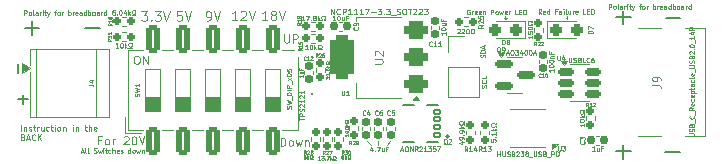
<source format=gbr>
%TF.GenerationSoftware,KiCad,Pcbnew,9.0.0*%
%TF.CreationDate,2025-04-21T19:14:20+02:00*%
%TF.ProjectId,HUSB238_3.3V_Version,48555342-3233-4385-9f33-2e33565f5665,rev?*%
%TF.SameCoordinates,Original*%
%TF.FileFunction,Legend,Top*%
%TF.FilePolarity,Positive*%
%FSLAX46Y46*%
G04 Gerber Fmt 4.6, Leading zero omitted, Abs format (unit mm)*
G04 Created by KiCad (PCBNEW 9.0.0) date 2025-04-21 19:14:20*
%MOMM*%
%LPD*%
G01*
G04 APERTURE LIST*
G04 Aperture macros list*
%AMRoundRect*
0 Rectangle with rounded corners*
0 $1 Rounding radius*
0 $2 $3 $4 $5 $6 $7 $8 $9 X,Y pos of 4 corners*
0 Add a 4 corners polygon primitive as box body*
4,1,4,$2,$3,$4,$5,$6,$7,$8,$9,$2,$3,0*
0 Add four circle primitives for the rounded corners*
1,1,$1+$1,$2,$3*
1,1,$1+$1,$4,$5*
1,1,$1+$1,$6,$7*
1,1,$1+$1,$8,$9*
0 Add four rect primitives between the rounded corners*
20,1,$1+$1,$2,$3,$4,$5,0*
20,1,$1+$1,$4,$5,$6,$7,0*
20,1,$1+$1,$6,$7,$8,$9,0*
20,1,$1+$1,$8,$9,$2,$3,0*%
G04 Aperture macros list end*
%ADD10C,0.150000*%
%ADD11C,0.070000*%
%ADD12C,0.100000*%
%ADD13C,0.120000*%
%ADD14C,0.110000*%
%ADD15C,0.060000*%
%ADD16C,0.090000*%
%ADD17C,0.050000*%
%ADD18C,0.080000*%
%ADD19C,0.200000*%
%ADD20C,0.127000*%
%ADD21C,0.010000*%
%ADD22RoundRect,0.155000X0.155000X-0.212500X0.155000X0.212500X-0.155000X0.212500X-0.155000X-0.212500X0*%
%ADD23R,0.650000X0.300000*%
%ADD24R,1.550000X2.480000*%
%ADD25RoundRect,0.160000X0.197500X0.160000X-0.197500X0.160000X-0.197500X-0.160000X0.197500X-0.160000X0*%
%ADD26RoundRect,0.160000X0.160000X-0.197500X0.160000X0.197500X-0.160000X0.197500X-0.160000X-0.197500X0*%
%ADD27RoundRect,0.150000X-0.512500X-0.150000X0.512500X-0.150000X0.512500X0.150000X-0.512500X0.150000X0*%
%ADD28RoundRect,0.155000X-0.155000X0.212500X-0.155000X-0.212500X0.155000X-0.212500X0.155000X0.212500X0*%
%ADD29RoundRect,0.160000X-0.160000X0.197500X-0.160000X-0.197500X0.160000X-0.197500X0.160000X0.197500X0*%
%ADD30RoundRect,0.150000X-0.587500X-0.150000X0.587500X-0.150000X0.587500X0.150000X-0.587500X0.150000X0*%
%ADD31C,0.650000*%
%ADD32R,1.150000X0.300000*%
%ADD33O,2.100000X1.000000*%
%ADD34O,1.600000X1.000000*%
%ADD35RoundRect,0.237500X0.287500X0.237500X-0.287500X0.237500X-0.287500X-0.237500X0.287500X-0.237500X0*%
%ADD36RoundRect,0.160000X-0.197500X-0.160000X0.197500X-0.160000X0.197500X0.160000X-0.197500X0.160000X0*%
%ADD37RoundRect,0.155000X-0.212500X-0.155000X0.212500X-0.155000X0.212500X0.155000X-0.212500X0.155000X0*%
%ADD38RoundRect,0.375000X0.625000X0.375000X-0.625000X0.375000X-0.625000X-0.375000X0.625000X-0.375000X0*%
%ADD39RoundRect,0.500000X0.500000X1.400000X-0.500000X1.400000X-0.500000X-1.400000X0.500000X-1.400000X0*%
%ADD40RoundRect,0.237500X-0.287500X-0.237500X0.287500X-0.237500X0.287500X0.237500X-0.287500X0.237500X0*%
%ADD41RoundRect,0.250000X0.310000X-0.970000X0.310000X0.970000X-0.310000X0.970000X-0.310000X-0.970000X0*%
%ADD42RoundRect,0.155000X0.212500X0.155000X-0.212500X0.155000X-0.212500X-0.155000X0.212500X-0.155000X0*%
%ADD43RoundRect,0.102000X0.250000X0.175000X-0.250000X0.175000X-0.250000X-0.175000X0.250000X-0.175000X0*%
%ADD44R,2.500000X1.000000*%
%ADD45R,1.700000X1.700000*%
%ADD46O,1.700000X1.700000*%
G04 APERTURE END LIST*
D10*
X155900000Y-107530000D02*
X157100000Y-107530000D01*
D11*
X151705750Y-107375000D02*
X151705750Y-107675000D01*
X151705750Y-107675000D02*
X151805750Y-107575000D01*
D10*
X156500000Y-106950000D02*
X156500000Y-108150000D01*
X106425000Y-107800000D02*
X106425000Y-109000000D01*
D11*
X146505750Y-107675000D02*
X146405750Y-107575000D01*
X151705750Y-107675000D02*
X151605750Y-107575000D01*
D10*
X105650000Y-114075000D02*
X105650000Y-114875000D01*
D11*
X146505750Y-107675000D02*
X146605750Y-107575000D01*
D12*
X135150000Y-118300000D02*
X134750000Y-118000000D01*
D10*
X155900000Y-118875000D02*
X157100000Y-118875000D01*
X160090000Y-107540000D02*
X161290000Y-107540000D01*
D12*
X136450000Y-118300000D02*
X136750000Y-118000000D01*
X135750000Y-118300000D02*
X135750000Y-118000000D01*
D10*
X160050000Y-118900000D02*
X161250000Y-118900000D01*
X110950000Y-108400000D02*
X112150000Y-108400000D01*
X156500000Y-118300000D02*
X156500000Y-119500000D01*
X105250000Y-111475000D02*
X105250000Y-112275000D01*
X105250000Y-114475000D02*
X106050000Y-114475000D01*
D11*
X146505750Y-107375000D02*
X146505750Y-107675000D01*
D10*
X105825000Y-108400000D02*
X107025000Y-108400000D01*
D12*
X112265789Y-117917466D02*
X112032455Y-117917466D01*
X112032455Y-118284133D02*
X112032455Y-117584133D01*
X112032455Y-117584133D02*
X112365789Y-117584133D01*
X112732455Y-118284133D02*
X112665789Y-118250800D01*
X112665789Y-118250800D02*
X112632455Y-118217466D01*
X112632455Y-118217466D02*
X112599122Y-118150800D01*
X112599122Y-118150800D02*
X112599122Y-117950800D01*
X112599122Y-117950800D02*
X112632455Y-117884133D01*
X112632455Y-117884133D02*
X112665789Y-117850800D01*
X112665789Y-117850800D02*
X112732455Y-117817466D01*
X112732455Y-117817466D02*
X112832455Y-117817466D01*
X112832455Y-117817466D02*
X112899122Y-117850800D01*
X112899122Y-117850800D02*
X112932455Y-117884133D01*
X112932455Y-117884133D02*
X112965789Y-117950800D01*
X112965789Y-117950800D02*
X112965789Y-118150800D01*
X112965789Y-118150800D02*
X112932455Y-118217466D01*
X112932455Y-118217466D02*
X112899122Y-118250800D01*
X112899122Y-118250800D02*
X112832455Y-118284133D01*
X112832455Y-118284133D02*
X112732455Y-118284133D01*
X113265788Y-118284133D02*
X113265788Y-117817466D01*
X113265788Y-117950800D02*
X113299122Y-117884133D01*
X113299122Y-117884133D02*
X113332455Y-117850800D01*
X113332455Y-117850800D02*
X113399122Y-117817466D01*
X113399122Y-117817466D02*
X113465788Y-117817466D01*
X114199121Y-117650800D02*
X114232454Y-117617466D01*
X114232454Y-117617466D02*
X114299121Y-117584133D01*
X114299121Y-117584133D02*
X114465788Y-117584133D01*
X114465788Y-117584133D02*
X114532454Y-117617466D01*
X114532454Y-117617466D02*
X114565788Y-117650800D01*
X114565788Y-117650800D02*
X114599121Y-117717466D01*
X114599121Y-117717466D02*
X114599121Y-117784133D01*
X114599121Y-117784133D02*
X114565788Y-117884133D01*
X114565788Y-117884133D02*
X114165788Y-118284133D01*
X114165788Y-118284133D02*
X114599121Y-118284133D01*
X115032455Y-117584133D02*
X115099121Y-117584133D01*
X115099121Y-117584133D02*
X115165788Y-117617466D01*
X115165788Y-117617466D02*
X115199121Y-117650800D01*
X115199121Y-117650800D02*
X115232455Y-117717466D01*
X115232455Y-117717466D02*
X115265788Y-117850800D01*
X115265788Y-117850800D02*
X115265788Y-118017466D01*
X115265788Y-118017466D02*
X115232455Y-118150800D01*
X115232455Y-118150800D02*
X115199121Y-118217466D01*
X115199121Y-118217466D02*
X115165788Y-118250800D01*
X115165788Y-118250800D02*
X115099121Y-118284133D01*
X115099121Y-118284133D02*
X115032455Y-118284133D01*
X115032455Y-118284133D02*
X114965788Y-118250800D01*
X114965788Y-118250800D02*
X114932455Y-118217466D01*
X114932455Y-118217466D02*
X114899121Y-118150800D01*
X114899121Y-118150800D02*
X114865788Y-118017466D01*
X114865788Y-118017466D02*
X114865788Y-117850800D01*
X114865788Y-117850800D02*
X114899121Y-117717466D01*
X114899121Y-117717466D02*
X114932455Y-117650800D01*
X114932455Y-117650800D02*
X114965788Y-117617466D01*
X114965788Y-117617466D02*
X115032455Y-117584133D01*
X115465788Y-117584133D02*
X115699122Y-118284133D01*
X115699122Y-118284133D02*
X115932455Y-117584133D01*
D13*
X119097619Y-107013855D02*
X118716667Y-107013855D01*
X118716667Y-107013855D02*
X118678571Y-107394807D01*
X118678571Y-107394807D02*
X118716667Y-107356712D01*
X118716667Y-107356712D02*
X118792857Y-107318617D01*
X118792857Y-107318617D02*
X118983333Y-107318617D01*
X118983333Y-107318617D02*
X119059524Y-107356712D01*
X119059524Y-107356712D02*
X119097619Y-107394807D01*
X119097619Y-107394807D02*
X119135714Y-107470998D01*
X119135714Y-107470998D02*
X119135714Y-107661474D01*
X119135714Y-107661474D02*
X119097619Y-107737664D01*
X119097619Y-107737664D02*
X119059524Y-107775760D01*
X119059524Y-107775760D02*
X118983333Y-107813855D01*
X118983333Y-107813855D02*
X118792857Y-107813855D01*
X118792857Y-107813855D02*
X118716667Y-107775760D01*
X118716667Y-107775760D02*
X118678571Y-107737664D01*
X119364286Y-107013855D02*
X119630953Y-107813855D01*
X119630953Y-107813855D02*
X119897619Y-107013855D01*
D14*
X127789034Y-108958613D02*
X127789034Y-109525280D01*
X127789034Y-109525280D02*
X127822368Y-109591946D01*
X127822368Y-109591946D02*
X127855701Y-109625280D01*
X127855701Y-109625280D02*
X127922368Y-109658613D01*
X127922368Y-109658613D02*
X128055701Y-109658613D01*
X128055701Y-109658613D02*
X128122368Y-109625280D01*
X128122368Y-109625280D02*
X128155701Y-109591946D01*
X128155701Y-109591946D02*
X128189034Y-109525280D01*
X128189034Y-109525280D02*
X128189034Y-108958613D01*
X128522367Y-109658613D02*
X128522367Y-108958613D01*
X128522367Y-108958613D02*
X128789034Y-108958613D01*
X128789034Y-108958613D02*
X128855701Y-108991946D01*
X128855701Y-108991946D02*
X128889034Y-109025280D01*
X128889034Y-109025280D02*
X128922367Y-109091946D01*
X128922367Y-109091946D02*
X128922367Y-109191946D01*
X128922367Y-109191946D02*
X128889034Y-109258613D01*
X128889034Y-109258613D02*
X128855701Y-109291946D01*
X128855701Y-109291946D02*
X128789034Y-109325280D01*
X128789034Y-109325280D02*
X128522367Y-109325280D01*
D13*
X123804761Y-107763855D02*
X123347618Y-107763855D01*
X123576190Y-107763855D02*
X123576190Y-106963855D01*
X123576190Y-106963855D02*
X123499999Y-107078140D01*
X123499999Y-107078140D02*
X123423809Y-107154331D01*
X123423809Y-107154331D02*
X123347618Y-107192426D01*
X124109523Y-107040045D02*
X124147619Y-107001950D01*
X124147619Y-107001950D02*
X124223809Y-106963855D01*
X124223809Y-106963855D02*
X124414285Y-106963855D01*
X124414285Y-106963855D02*
X124490476Y-107001950D01*
X124490476Y-107001950D02*
X124528571Y-107040045D01*
X124528571Y-107040045D02*
X124566666Y-107116236D01*
X124566666Y-107116236D02*
X124566666Y-107192426D01*
X124566666Y-107192426D02*
X124528571Y-107306712D01*
X124528571Y-107306712D02*
X124071428Y-107763855D01*
X124071428Y-107763855D02*
X124566666Y-107763855D01*
X124795238Y-106963855D02*
X125061905Y-107763855D01*
X125061905Y-107763855D02*
X125328571Y-106963855D01*
D15*
X155258333Y-106806927D02*
X155258333Y-106406927D01*
X155258333Y-106406927D02*
X155410714Y-106406927D01*
X155410714Y-106406927D02*
X155448809Y-106425975D01*
X155448809Y-106425975D02*
X155467856Y-106445022D01*
X155467856Y-106445022D02*
X155486904Y-106483118D01*
X155486904Y-106483118D02*
X155486904Y-106540260D01*
X155486904Y-106540260D02*
X155467856Y-106578356D01*
X155467856Y-106578356D02*
X155448809Y-106597403D01*
X155448809Y-106597403D02*
X155410714Y-106616451D01*
X155410714Y-106616451D02*
X155258333Y-106616451D01*
X155715475Y-106806927D02*
X155677380Y-106787880D01*
X155677380Y-106787880D02*
X155658333Y-106768832D01*
X155658333Y-106768832D02*
X155639285Y-106730737D01*
X155639285Y-106730737D02*
X155639285Y-106616451D01*
X155639285Y-106616451D02*
X155658333Y-106578356D01*
X155658333Y-106578356D02*
X155677380Y-106559308D01*
X155677380Y-106559308D02*
X155715475Y-106540260D01*
X155715475Y-106540260D02*
X155772618Y-106540260D01*
X155772618Y-106540260D02*
X155810714Y-106559308D01*
X155810714Y-106559308D02*
X155829761Y-106578356D01*
X155829761Y-106578356D02*
X155848809Y-106616451D01*
X155848809Y-106616451D02*
X155848809Y-106730737D01*
X155848809Y-106730737D02*
X155829761Y-106768832D01*
X155829761Y-106768832D02*
X155810714Y-106787880D01*
X155810714Y-106787880D02*
X155772618Y-106806927D01*
X155772618Y-106806927D02*
X155715475Y-106806927D01*
X156077380Y-106806927D02*
X156039285Y-106787880D01*
X156039285Y-106787880D02*
X156020238Y-106749784D01*
X156020238Y-106749784D02*
X156020238Y-106406927D01*
X156401190Y-106806927D02*
X156401190Y-106597403D01*
X156401190Y-106597403D02*
X156382143Y-106559308D01*
X156382143Y-106559308D02*
X156344047Y-106540260D01*
X156344047Y-106540260D02*
X156267857Y-106540260D01*
X156267857Y-106540260D02*
X156229762Y-106559308D01*
X156401190Y-106787880D02*
X156363095Y-106806927D01*
X156363095Y-106806927D02*
X156267857Y-106806927D01*
X156267857Y-106806927D02*
X156229762Y-106787880D01*
X156229762Y-106787880D02*
X156210714Y-106749784D01*
X156210714Y-106749784D02*
X156210714Y-106711689D01*
X156210714Y-106711689D02*
X156229762Y-106673594D01*
X156229762Y-106673594D02*
X156267857Y-106654546D01*
X156267857Y-106654546D02*
X156363095Y-106654546D01*
X156363095Y-106654546D02*
X156401190Y-106635499D01*
X156591667Y-106806927D02*
X156591667Y-106540260D01*
X156591667Y-106616451D02*
X156610714Y-106578356D01*
X156610714Y-106578356D02*
X156629762Y-106559308D01*
X156629762Y-106559308D02*
X156667857Y-106540260D01*
X156667857Y-106540260D02*
X156705952Y-106540260D01*
X156839286Y-106806927D02*
X156839286Y-106540260D01*
X156839286Y-106406927D02*
X156820238Y-106425975D01*
X156820238Y-106425975D02*
X156839286Y-106445022D01*
X156839286Y-106445022D02*
X156858333Y-106425975D01*
X156858333Y-106425975D02*
X156839286Y-106406927D01*
X156839286Y-106406927D02*
X156839286Y-106445022D01*
X156972619Y-106540260D02*
X157125000Y-106540260D01*
X157029762Y-106406927D02*
X157029762Y-106749784D01*
X157029762Y-106749784D02*
X157048809Y-106787880D01*
X157048809Y-106787880D02*
X157086904Y-106806927D01*
X157086904Y-106806927D02*
X157125000Y-106806927D01*
X157220237Y-106540260D02*
X157315475Y-106806927D01*
X157410714Y-106540260D02*
X157315475Y-106806927D01*
X157315475Y-106806927D02*
X157277380Y-106902165D01*
X157277380Y-106902165D02*
X157258333Y-106921213D01*
X157258333Y-106921213D02*
X157220237Y-106940260D01*
X157810714Y-106540260D02*
X157963095Y-106540260D01*
X157867857Y-106806927D02*
X157867857Y-106464070D01*
X157867857Y-106464070D02*
X157886904Y-106425975D01*
X157886904Y-106425975D02*
X157924999Y-106406927D01*
X157924999Y-106406927D02*
X157963095Y-106406927D01*
X158153570Y-106806927D02*
X158115475Y-106787880D01*
X158115475Y-106787880D02*
X158096428Y-106768832D01*
X158096428Y-106768832D02*
X158077380Y-106730737D01*
X158077380Y-106730737D02*
X158077380Y-106616451D01*
X158077380Y-106616451D02*
X158096428Y-106578356D01*
X158096428Y-106578356D02*
X158115475Y-106559308D01*
X158115475Y-106559308D02*
X158153570Y-106540260D01*
X158153570Y-106540260D02*
X158210713Y-106540260D01*
X158210713Y-106540260D02*
X158248809Y-106559308D01*
X158248809Y-106559308D02*
X158267856Y-106578356D01*
X158267856Y-106578356D02*
X158286904Y-106616451D01*
X158286904Y-106616451D02*
X158286904Y-106730737D01*
X158286904Y-106730737D02*
X158267856Y-106768832D01*
X158267856Y-106768832D02*
X158248809Y-106787880D01*
X158248809Y-106787880D02*
X158210713Y-106806927D01*
X158210713Y-106806927D02*
X158153570Y-106806927D01*
X158458333Y-106806927D02*
X158458333Y-106540260D01*
X158458333Y-106616451D02*
X158477380Y-106578356D01*
X158477380Y-106578356D02*
X158496428Y-106559308D01*
X158496428Y-106559308D02*
X158534523Y-106540260D01*
X158534523Y-106540260D02*
X158572618Y-106540260D01*
X159010714Y-106806927D02*
X159010714Y-106406927D01*
X159010714Y-106559308D02*
X159048809Y-106540260D01*
X159048809Y-106540260D02*
X159124999Y-106540260D01*
X159124999Y-106540260D02*
X159163095Y-106559308D01*
X159163095Y-106559308D02*
X159182142Y-106578356D01*
X159182142Y-106578356D02*
X159201190Y-106616451D01*
X159201190Y-106616451D02*
X159201190Y-106730737D01*
X159201190Y-106730737D02*
X159182142Y-106768832D01*
X159182142Y-106768832D02*
X159163095Y-106787880D01*
X159163095Y-106787880D02*
X159124999Y-106806927D01*
X159124999Y-106806927D02*
X159048809Y-106806927D01*
X159048809Y-106806927D02*
X159010714Y-106787880D01*
X159372619Y-106806927D02*
X159372619Y-106540260D01*
X159372619Y-106616451D02*
X159391666Y-106578356D01*
X159391666Y-106578356D02*
X159410714Y-106559308D01*
X159410714Y-106559308D02*
X159448809Y-106540260D01*
X159448809Y-106540260D02*
X159486904Y-106540260D01*
X159772619Y-106787880D02*
X159734523Y-106806927D01*
X159734523Y-106806927D02*
X159658333Y-106806927D01*
X159658333Y-106806927D02*
X159620238Y-106787880D01*
X159620238Y-106787880D02*
X159601190Y-106749784D01*
X159601190Y-106749784D02*
X159601190Y-106597403D01*
X159601190Y-106597403D02*
X159620238Y-106559308D01*
X159620238Y-106559308D02*
X159658333Y-106540260D01*
X159658333Y-106540260D02*
X159734523Y-106540260D01*
X159734523Y-106540260D02*
X159772619Y-106559308D01*
X159772619Y-106559308D02*
X159791666Y-106597403D01*
X159791666Y-106597403D02*
X159791666Y-106635499D01*
X159791666Y-106635499D02*
X159601190Y-106673594D01*
X160134523Y-106806927D02*
X160134523Y-106597403D01*
X160134523Y-106597403D02*
X160115476Y-106559308D01*
X160115476Y-106559308D02*
X160077380Y-106540260D01*
X160077380Y-106540260D02*
X160001190Y-106540260D01*
X160001190Y-106540260D02*
X159963095Y-106559308D01*
X160134523Y-106787880D02*
X160096428Y-106806927D01*
X160096428Y-106806927D02*
X160001190Y-106806927D01*
X160001190Y-106806927D02*
X159963095Y-106787880D01*
X159963095Y-106787880D02*
X159944047Y-106749784D01*
X159944047Y-106749784D02*
X159944047Y-106711689D01*
X159944047Y-106711689D02*
X159963095Y-106673594D01*
X159963095Y-106673594D02*
X160001190Y-106654546D01*
X160001190Y-106654546D02*
X160096428Y-106654546D01*
X160096428Y-106654546D02*
X160134523Y-106635499D01*
X160496428Y-106806927D02*
X160496428Y-106406927D01*
X160496428Y-106787880D02*
X160458333Y-106806927D01*
X160458333Y-106806927D02*
X160382142Y-106806927D01*
X160382142Y-106806927D02*
X160344047Y-106787880D01*
X160344047Y-106787880D02*
X160325000Y-106768832D01*
X160325000Y-106768832D02*
X160305952Y-106730737D01*
X160305952Y-106730737D02*
X160305952Y-106616451D01*
X160305952Y-106616451D02*
X160325000Y-106578356D01*
X160325000Y-106578356D02*
X160344047Y-106559308D01*
X160344047Y-106559308D02*
X160382142Y-106540260D01*
X160382142Y-106540260D02*
X160458333Y-106540260D01*
X160458333Y-106540260D02*
X160496428Y-106559308D01*
X160686905Y-106806927D02*
X160686905Y-106406927D01*
X160686905Y-106559308D02*
X160725000Y-106540260D01*
X160725000Y-106540260D02*
X160801190Y-106540260D01*
X160801190Y-106540260D02*
X160839286Y-106559308D01*
X160839286Y-106559308D02*
X160858333Y-106578356D01*
X160858333Y-106578356D02*
X160877381Y-106616451D01*
X160877381Y-106616451D02*
X160877381Y-106730737D01*
X160877381Y-106730737D02*
X160858333Y-106768832D01*
X160858333Y-106768832D02*
X160839286Y-106787880D01*
X160839286Y-106787880D02*
X160801190Y-106806927D01*
X160801190Y-106806927D02*
X160725000Y-106806927D01*
X160725000Y-106806927D02*
X160686905Y-106787880D01*
X161105952Y-106806927D02*
X161067857Y-106787880D01*
X161067857Y-106787880D02*
X161048810Y-106768832D01*
X161048810Y-106768832D02*
X161029762Y-106730737D01*
X161029762Y-106730737D02*
X161029762Y-106616451D01*
X161029762Y-106616451D02*
X161048810Y-106578356D01*
X161048810Y-106578356D02*
X161067857Y-106559308D01*
X161067857Y-106559308D02*
X161105952Y-106540260D01*
X161105952Y-106540260D02*
X161163095Y-106540260D01*
X161163095Y-106540260D02*
X161201191Y-106559308D01*
X161201191Y-106559308D02*
X161220238Y-106578356D01*
X161220238Y-106578356D02*
X161239286Y-106616451D01*
X161239286Y-106616451D02*
X161239286Y-106730737D01*
X161239286Y-106730737D02*
X161220238Y-106768832D01*
X161220238Y-106768832D02*
X161201191Y-106787880D01*
X161201191Y-106787880D02*
X161163095Y-106806927D01*
X161163095Y-106806927D02*
X161105952Y-106806927D01*
X161582143Y-106806927D02*
X161582143Y-106597403D01*
X161582143Y-106597403D02*
X161563096Y-106559308D01*
X161563096Y-106559308D02*
X161525000Y-106540260D01*
X161525000Y-106540260D02*
X161448810Y-106540260D01*
X161448810Y-106540260D02*
X161410715Y-106559308D01*
X161582143Y-106787880D02*
X161544048Y-106806927D01*
X161544048Y-106806927D02*
X161448810Y-106806927D01*
X161448810Y-106806927D02*
X161410715Y-106787880D01*
X161410715Y-106787880D02*
X161391667Y-106749784D01*
X161391667Y-106749784D02*
X161391667Y-106711689D01*
X161391667Y-106711689D02*
X161410715Y-106673594D01*
X161410715Y-106673594D02*
X161448810Y-106654546D01*
X161448810Y-106654546D02*
X161544048Y-106654546D01*
X161544048Y-106654546D02*
X161582143Y-106635499D01*
X161772620Y-106806927D02*
X161772620Y-106540260D01*
X161772620Y-106616451D02*
X161791667Y-106578356D01*
X161791667Y-106578356D02*
X161810715Y-106559308D01*
X161810715Y-106559308D02*
X161848810Y-106540260D01*
X161848810Y-106540260D02*
X161886905Y-106540260D01*
X162191667Y-106806927D02*
X162191667Y-106406927D01*
X162191667Y-106787880D02*
X162153572Y-106806927D01*
X162153572Y-106806927D02*
X162077381Y-106806927D01*
X162077381Y-106806927D02*
X162039286Y-106787880D01*
X162039286Y-106787880D02*
X162020239Y-106768832D01*
X162020239Y-106768832D02*
X162001191Y-106730737D01*
X162001191Y-106730737D02*
X162001191Y-106616451D01*
X162001191Y-106616451D02*
X162020239Y-106578356D01*
X162020239Y-106578356D02*
X162039286Y-106559308D01*
X162039286Y-106559308D02*
X162077381Y-106540260D01*
X162077381Y-106540260D02*
X162153572Y-106540260D01*
X162153572Y-106540260D02*
X162191667Y-106559308D01*
D13*
X121204762Y-107813855D02*
X121357143Y-107813855D01*
X121357143Y-107813855D02*
X121433333Y-107775760D01*
X121433333Y-107775760D02*
X121471429Y-107737664D01*
X121471429Y-107737664D02*
X121547619Y-107623379D01*
X121547619Y-107623379D02*
X121585714Y-107470998D01*
X121585714Y-107470998D02*
X121585714Y-107166236D01*
X121585714Y-107166236D02*
X121547619Y-107090045D01*
X121547619Y-107090045D02*
X121509524Y-107051950D01*
X121509524Y-107051950D02*
X121433333Y-107013855D01*
X121433333Y-107013855D02*
X121280952Y-107013855D01*
X121280952Y-107013855D02*
X121204762Y-107051950D01*
X121204762Y-107051950D02*
X121166667Y-107090045D01*
X121166667Y-107090045D02*
X121128571Y-107166236D01*
X121128571Y-107166236D02*
X121128571Y-107356712D01*
X121128571Y-107356712D02*
X121166667Y-107432902D01*
X121166667Y-107432902D02*
X121204762Y-107470998D01*
X121204762Y-107470998D02*
X121280952Y-107509093D01*
X121280952Y-107509093D02*
X121433333Y-107509093D01*
X121433333Y-107509093D02*
X121509524Y-107470998D01*
X121509524Y-107470998D02*
X121547619Y-107432902D01*
X121547619Y-107432902D02*
X121585714Y-107356712D01*
X121814286Y-107013855D02*
X122080953Y-107813855D01*
X122080953Y-107813855D02*
X122347619Y-107013855D01*
D15*
X144878630Y-113491190D02*
X144897677Y-113434047D01*
X144897677Y-113434047D02*
X144897677Y-113338809D01*
X144897677Y-113338809D02*
X144878630Y-113300714D01*
X144878630Y-113300714D02*
X144859582Y-113281666D01*
X144859582Y-113281666D02*
X144821487Y-113262619D01*
X144821487Y-113262619D02*
X144783391Y-113262619D01*
X144783391Y-113262619D02*
X144745296Y-113281666D01*
X144745296Y-113281666D02*
X144726249Y-113300714D01*
X144726249Y-113300714D02*
X144707201Y-113338809D01*
X144707201Y-113338809D02*
X144688153Y-113415000D01*
X144688153Y-113415000D02*
X144669106Y-113453095D01*
X144669106Y-113453095D02*
X144650058Y-113472142D01*
X144650058Y-113472142D02*
X144611963Y-113491190D01*
X144611963Y-113491190D02*
X144573868Y-113491190D01*
X144573868Y-113491190D02*
X144535772Y-113472142D01*
X144535772Y-113472142D02*
X144516725Y-113453095D01*
X144516725Y-113453095D02*
X144497677Y-113415000D01*
X144497677Y-113415000D02*
X144497677Y-113319761D01*
X144497677Y-113319761D02*
X144516725Y-113262619D01*
X144859582Y-112862619D02*
X144878630Y-112881667D01*
X144878630Y-112881667D02*
X144897677Y-112938809D01*
X144897677Y-112938809D02*
X144897677Y-112976905D01*
X144897677Y-112976905D02*
X144878630Y-113034048D01*
X144878630Y-113034048D02*
X144840534Y-113072143D01*
X144840534Y-113072143D02*
X144802439Y-113091190D01*
X144802439Y-113091190D02*
X144726249Y-113110238D01*
X144726249Y-113110238D02*
X144669106Y-113110238D01*
X144669106Y-113110238D02*
X144592915Y-113091190D01*
X144592915Y-113091190D02*
X144554820Y-113072143D01*
X144554820Y-113072143D02*
X144516725Y-113034048D01*
X144516725Y-113034048D02*
X144497677Y-112976905D01*
X144497677Y-112976905D02*
X144497677Y-112938809D01*
X144497677Y-112938809D02*
X144516725Y-112881667D01*
X144516725Y-112881667D02*
X144535772Y-112862619D01*
X144897677Y-112500714D02*
X144897677Y-112691190D01*
X144897677Y-112691190D02*
X144497677Y-112691190D01*
D16*
X105503257Y-117124143D02*
X105503257Y-116624143D01*
X105741352Y-116790810D02*
X105741352Y-117124143D01*
X105741352Y-116838429D02*
X105765162Y-116814619D01*
X105765162Y-116814619D02*
X105812781Y-116790810D01*
X105812781Y-116790810D02*
X105884209Y-116790810D01*
X105884209Y-116790810D02*
X105931828Y-116814619D01*
X105931828Y-116814619D02*
X105955638Y-116862238D01*
X105955638Y-116862238D02*
X105955638Y-117124143D01*
X106169924Y-117100334D02*
X106217543Y-117124143D01*
X106217543Y-117124143D02*
X106312781Y-117124143D01*
X106312781Y-117124143D02*
X106360400Y-117100334D01*
X106360400Y-117100334D02*
X106384209Y-117052714D01*
X106384209Y-117052714D02*
X106384209Y-117028905D01*
X106384209Y-117028905D02*
X106360400Y-116981286D01*
X106360400Y-116981286D02*
X106312781Y-116957476D01*
X106312781Y-116957476D02*
X106241352Y-116957476D01*
X106241352Y-116957476D02*
X106193733Y-116933667D01*
X106193733Y-116933667D02*
X106169924Y-116886048D01*
X106169924Y-116886048D02*
X106169924Y-116862238D01*
X106169924Y-116862238D02*
X106193733Y-116814619D01*
X106193733Y-116814619D02*
X106241352Y-116790810D01*
X106241352Y-116790810D02*
X106312781Y-116790810D01*
X106312781Y-116790810D02*
X106360400Y-116814619D01*
X106527067Y-116790810D02*
X106717543Y-116790810D01*
X106598495Y-116624143D02*
X106598495Y-117052714D01*
X106598495Y-117052714D02*
X106622305Y-117100334D01*
X106622305Y-117100334D02*
X106669924Y-117124143D01*
X106669924Y-117124143D02*
X106717543Y-117124143D01*
X106884209Y-117124143D02*
X106884209Y-116790810D01*
X106884209Y-116886048D02*
X106908019Y-116838429D01*
X106908019Y-116838429D02*
X106931828Y-116814619D01*
X106931828Y-116814619D02*
X106979447Y-116790810D01*
X106979447Y-116790810D02*
X107027066Y-116790810D01*
X107408019Y-116790810D02*
X107408019Y-117124143D01*
X107193733Y-116790810D02*
X107193733Y-117052714D01*
X107193733Y-117052714D02*
X107217543Y-117100334D01*
X107217543Y-117100334D02*
X107265162Y-117124143D01*
X107265162Y-117124143D02*
X107336590Y-117124143D01*
X107336590Y-117124143D02*
X107384209Y-117100334D01*
X107384209Y-117100334D02*
X107408019Y-117076524D01*
X107860400Y-117100334D02*
X107812781Y-117124143D01*
X107812781Y-117124143D02*
X107717543Y-117124143D01*
X107717543Y-117124143D02*
X107669924Y-117100334D01*
X107669924Y-117100334D02*
X107646114Y-117076524D01*
X107646114Y-117076524D02*
X107622305Y-117028905D01*
X107622305Y-117028905D02*
X107622305Y-116886048D01*
X107622305Y-116886048D02*
X107646114Y-116838429D01*
X107646114Y-116838429D02*
X107669924Y-116814619D01*
X107669924Y-116814619D02*
X107717543Y-116790810D01*
X107717543Y-116790810D02*
X107812781Y-116790810D01*
X107812781Y-116790810D02*
X107860400Y-116814619D01*
X108003257Y-116790810D02*
X108193733Y-116790810D01*
X108074685Y-116624143D02*
X108074685Y-117052714D01*
X108074685Y-117052714D02*
X108098495Y-117100334D01*
X108098495Y-117100334D02*
X108146114Y-117124143D01*
X108146114Y-117124143D02*
X108193733Y-117124143D01*
X108360399Y-117124143D02*
X108360399Y-116790810D01*
X108360399Y-116624143D02*
X108336590Y-116647953D01*
X108336590Y-116647953D02*
X108360399Y-116671762D01*
X108360399Y-116671762D02*
X108384209Y-116647953D01*
X108384209Y-116647953D02*
X108360399Y-116624143D01*
X108360399Y-116624143D02*
X108360399Y-116671762D01*
X108669923Y-117124143D02*
X108622304Y-117100334D01*
X108622304Y-117100334D02*
X108598494Y-117076524D01*
X108598494Y-117076524D02*
X108574685Y-117028905D01*
X108574685Y-117028905D02*
X108574685Y-116886048D01*
X108574685Y-116886048D02*
X108598494Y-116838429D01*
X108598494Y-116838429D02*
X108622304Y-116814619D01*
X108622304Y-116814619D02*
X108669923Y-116790810D01*
X108669923Y-116790810D02*
X108741351Y-116790810D01*
X108741351Y-116790810D02*
X108788970Y-116814619D01*
X108788970Y-116814619D02*
X108812780Y-116838429D01*
X108812780Y-116838429D02*
X108836589Y-116886048D01*
X108836589Y-116886048D02*
X108836589Y-117028905D01*
X108836589Y-117028905D02*
X108812780Y-117076524D01*
X108812780Y-117076524D02*
X108788970Y-117100334D01*
X108788970Y-117100334D02*
X108741351Y-117124143D01*
X108741351Y-117124143D02*
X108669923Y-117124143D01*
X109050875Y-116790810D02*
X109050875Y-117124143D01*
X109050875Y-116838429D02*
X109074685Y-116814619D01*
X109074685Y-116814619D02*
X109122304Y-116790810D01*
X109122304Y-116790810D02*
X109193732Y-116790810D01*
X109193732Y-116790810D02*
X109241351Y-116814619D01*
X109241351Y-116814619D02*
X109265161Y-116862238D01*
X109265161Y-116862238D02*
X109265161Y-117124143D01*
X109884208Y-117124143D02*
X109884208Y-116790810D01*
X109884208Y-116624143D02*
X109860399Y-116647953D01*
X109860399Y-116647953D02*
X109884208Y-116671762D01*
X109884208Y-116671762D02*
X109908018Y-116647953D01*
X109908018Y-116647953D02*
X109884208Y-116624143D01*
X109884208Y-116624143D02*
X109884208Y-116671762D01*
X110122303Y-116790810D02*
X110122303Y-117124143D01*
X110122303Y-116838429D02*
X110146113Y-116814619D01*
X110146113Y-116814619D02*
X110193732Y-116790810D01*
X110193732Y-116790810D02*
X110265160Y-116790810D01*
X110265160Y-116790810D02*
X110312779Y-116814619D01*
X110312779Y-116814619D02*
X110336589Y-116862238D01*
X110336589Y-116862238D02*
X110336589Y-117124143D01*
X110884208Y-116790810D02*
X111074684Y-116790810D01*
X110955636Y-116624143D02*
X110955636Y-117052714D01*
X110955636Y-117052714D02*
X110979446Y-117100334D01*
X110979446Y-117100334D02*
X111027065Y-117124143D01*
X111027065Y-117124143D02*
X111074684Y-117124143D01*
X111241350Y-117124143D02*
X111241350Y-116624143D01*
X111455636Y-117124143D02*
X111455636Y-116862238D01*
X111455636Y-116862238D02*
X111431826Y-116814619D01*
X111431826Y-116814619D02*
X111384207Y-116790810D01*
X111384207Y-116790810D02*
X111312779Y-116790810D01*
X111312779Y-116790810D02*
X111265160Y-116814619D01*
X111265160Y-116814619D02*
X111241350Y-116838429D01*
X111884207Y-117100334D02*
X111836588Y-117124143D01*
X111836588Y-117124143D02*
X111741350Y-117124143D01*
X111741350Y-117124143D02*
X111693731Y-117100334D01*
X111693731Y-117100334D02*
X111669922Y-117052714D01*
X111669922Y-117052714D02*
X111669922Y-116862238D01*
X111669922Y-116862238D02*
X111693731Y-116814619D01*
X111693731Y-116814619D02*
X111741350Y-116790810D01*
X111741350Y-116790810D02*
X111836588Y-116790810D01*
X111836588Y-116790810D02*
X111884207Y-116814619D01*
X111884207Y-116814619D02*
X111908017Y-116862238D01*
X111908017Y-116862238D02*
X111908017Y-116909857D01*
X111908017Y-116909857D02*
X111669922Y-116957476D01*
X105669924Y-117667210D02*
X105741352Y-117691020D01*
X105741352Y-117691020D02*
X105765162Y-117714829D01*
X105765162Y-117714829D02*
X105788971Y-117762448D01*
X105788971Y-117762448D02*
X105788971Y-117833877D01*
X105788971Y-117833877D02*
X105765162Y-117881496D01*
X105765162Y-117881496D02*
X105741352Y-117905306D01*
X105741352Y-117905306D02*
X105693733Y-117929115D01*
X105693733Y-117929115D02*
X105503257Y-117929115D01*
X105503257Y-117929115D02*
X105503257Y-117429115D01*
X105503257Y-117429115D02*
X105669924Y-117429115D01*
X105669924Y-117429115D02*
X105717543Y-117452925D01*
X105717543Y-117452925D02*
X105741352Y-117476734D01*
X105741352Y-117476734D02*
X105765162Y-117524353D01*
X105765162Y-117524353D02*
X105765162Y-117571972D01*
X105765162Y-117571972D02*
X105741352Y-117619591D01*
X105741352Y-117619591D02*
X105717543Y-117643401D01*
X105717543Y-117643401D02*
X105669924Y-117667210D01*
X105669924Y-117667210D02*
X105503257Y-117667210D01*
X105979448Y-117786258D02*
X106217543Y-117786258D01*
X105931829Y-117929115D02*
X106098495Y-117429115D01*
X106098495Y-117429115D02*
X106265162Y-117929115D01*
X106717542Y-117881496D02*
X106693733Y-117905306D01*
X106693733Y-117905306D02*
X106622304Y-117929115D01*
X106622304Y-117929115D02*
X106574685Y-117929115D01*
X106574685Y-117929115D02*
X106503257Y-117905306D01*
X106503257Y-117905306D02*
X106455638Y-117857686D01*
X106455638Y-117857686D02*
X106431828Y-117810067D01*
X106431828Y-117810067D02*
X106408019Y-117714829D01*
X106408019Y-117714829D02*
X106408019Y-117643401D01*
X106408019Y-117643401D02*
X106431828Y-117548163D01*
X106431828Y-117548163D02*
X106455638Y-117500544D01*
X106455638Y-117500544D02*
X106503257Y-117452925D01*
X106503257Y-117452925D02*
X106574685Y-117429115D01*
X106574685Y-117429115D02*
X106622304Y-117429115D01*
X106622304Y-117429115D02*
X106693733Y-117452925D01*
X106693733Y-117452925D02*
X106717542Y-117476734D01*
X106931828Y-117929115D02*
X106931828Y-117429115D01*
X107217542Y-117929115D02*
X107003257Y-117643401D01*
X107217542Y-117429115D02*
X106931828Y-117714829D01*
D14*
X127489034Y-118408613D02*
X127489034Y-117708613D01*
X127489034Y-117708613D02*
X127655701Y-117708613D01*
X127655701Y-117708613D02*
X127755701Y-117741946D01*
X127755701Y-117741946D02*
X127822368Y-117808613D01*
X127822368Y-117808613D02*
X127855701Y-117875280D01*
X127855701Y-117875280D02*
X127889034Y-118008613D01*
X127889034Y-118008613D02*
X127889034Y-118108613D01*
X127889034Y-118108613D02*
X127855701Y-118241946D01*
X127855701Y-118241946D02*
X127822368Y-118308613D01*
X127822368Y-118308613D02*
X127755701Y-118375280D01*
X127755701Y-118375280D02*
X127655701Y-118408613D01*
X127655701Y-118408613D02*
X127489034Y-118408613D01*
X128289034Y-118408613D02*
X128222368Y-118375280D01*
X128222368Y-118375280D02*
X128189034Y-118341946D01*
X128189034Y-118341946D02*
X128155701Y-118275280D01*
X128155701Y-118275280D02*
X128155701Y-118075280D01*
X128155701Y-118075280D02*
X128189034Y-118008613D01*
X128189034Y-118008613D02*
X128222368Y-117975280D01*
X128222368Y-117975280D02*
X128289034Y-117941946D01*
X128289034Y-117941946D02*
X128389034Y-117941946D01*
X128389034Y-117941946D02*
X128455701Y-117975280D01*
X128455701Y-117975280D02*
X128489034Y-118008613D01*
X128489034Y-118008613D02*
X128522368Y-118075280D01*
X128522368Y-118075280D02*
X128522368Y-118275280D01*
X128522368Y-118275280D02*
X128489034Y-118341946D01*
X128489034Y-118341946D02*
X128455701Y-118375280D01*
X128455701Y-118375280D02*
X128389034Y-118408613D01*
X128389034Y-118408613D02*
X128289034Y-118408613D01*
X128755701Y-117941946D02*
X128889034Y-118408613D01*
X128889034Y-118408613D02*
X129022367Y-118075280D01*
X129022367Y-118075280D02*
X129155701Y-118408613D01*
X129155701Y-118408613D02*
X129289034Y-117941946D01*
X129555700Y-117941946D02*
X129555700Y-118408613D01*
X129555700Y-118008613D02*
X129589034Y-117975280D01*
X129589034Y-117975280D02*
X129655700Y-117941946D01*
X129655700Y-117941946D02*
X129755700Y-117941946D01*
X129755700Y-117941946D02*
X129822367Y-117975280D01*
X129822367Y-117975280D02*
X129855700Y-118041946D01*
X129855700Y-118041946D02*
X129855700Y-118408613D01*
D13*
X115669047Y-107013855D02*
X116164285Y-107013855D01*
X116164285Y-107013855D02*
X115897619Y-107318617D01*
X115897619Y-107318617D02*
X116011904Y-107318617D01*
X116011904Y-107318617D02*
X116088095Y-107356712D01*
X116088095Y-107356712D02*
X116126190Y-107394807D01*
X116126190Y-107394807D02*
X116164285Y-107470998D01*
X116164285Y-107470998D02*
X116164285Y-107661474D01*
X116164285Y-107661474D02*
X116126190Y-107737664D01*
X116126190Y-107737664D02*
X116088095Y-107775760D01*
X116088095Y-107775760D02*
X116011904Y-107813855D01*
X116011904Y-107813855D02*
X115783333Y-107813855D01*
X115783333Y-107813855D02*
X115707142Y-107775760D01*
X115707142Y-107775760D02*
X115669047Y-107737664D01*
X116507143Y-107737664D02*
X116545238Y-107775760D01*
X116545238Y-107775760D02*
X116507143Y-107813855D01*
X116507143Y-107813855D02*
X116469047Y-107775760D01*
X116469047Y-107775760D02*
X116507143Y-107737664D01*
X116507143Y-107737664D02*
X116507143Y-107813855D01*
X116811904Y-107013855D02*
X117307142Y-107013855D01*
X117307142Y-107013855D02*
X117040476Y-107318617D01*
X117040476Y-107318617D02*
X117154761Y-107318617D01*
X117154761Y-107318617D02*
X117230952Y-107356712D01*
X117230952Y-107356712D02*
X117269047Y-107394807D01*
X117269047Y-107394807D02*
X117307142Y-107470998D01*
X117307142Y-107470998D02*
X117307142Y-107661474D01*
X117307142Y-107661474D02*
X117269047Y-107737664D01*
X117269047Y-107737664D02*
X117230952Y-107775760D01*
X117230952Y-107775760D02*
X117154761Y-107813855D01*
X117154761Y-107813855D02*
X116926190Y-107813855D01*
X116926190Y-107813855D02*
X116849999Y-107775760D01*
X116849999Y-107775760D02*
X116811904Y-107737664D01*
X117535714Y-107013855D02*
X117802381Y-107813855D01*
X117802381Y-107813855D02*
X118069047Y-107013855D01*
D15*
X105758333Y-107331927D02*
X105758333Y-106931927D01*
X105758333Y-106931927D02*
X105910714Y-106931927D01*
X105910714Y-106931927D02*
X105948809Y-106950975D01*
X105948809Y-106950975D02*
X105967856Y-106970022D01*
X105967856Y-106970022D02*
X105986904Y-107008118D01*
X105986904Y-107008118D02*
X105986904Y-107065260D01*
X105986904Y-107065260D02*
X105967856Y-107103356D01*
X105967856Y-107103356D02*
X105948809Y-107122403D01*
X105948809Y-107122403D02*
X105910714Y-107141451D01*
X105910714Y-107141451D02*
X105758333Y-107141451D01*
X106215475Y-107331927D02*
X106177380Y-107312880D01*
X106177380Y-107312880D02*
X106158333Y-107293832D01*
X106158333Y-107293832D02*
X106139285Y-107255737D01*
X106139285Y-107255737D02*
X106139285Y-107141451D01*
X106139285Y-107141451D02*
X106158333Y-107103356D01*
X106158333Y-107103356D02*
X106177380Y-107084308D01*
X106177380Y-107084308D02*
X106215475Y-107065260D01*
X106215475Y-107065260D02*
X106272618Y-107065260D01*
X106272618Y-107065260D02*
X106310714Y-107084308D01*
X106310714Y-107084308D02*
X106329761Y-107103356D01*
X106329761Y-107103356D02*
X106348809Y-107141451D01*
X106348809Y-107141451D02*
X106348809Y-107255737D01*
X106348809Y-107255737D02*
X106329761Y-107293832D01*
X106329761Y-107293832D02*
X106310714Y-107312880D01*
X106310714Y-107312880D02*
X106272618Y-107331927D01*
X106272618Y-107331927D02*
X106215475Y-107331927D01*
X106577380Y-107331927D02*
X106539285Y-107312880D01*
X106539285Y-107312880D02*
X106520238Y-107274784D01*
X106520238Y-107274784D02*
X106520238Y-106931927D01*
X106901190Y-107331927D02*
X106901190Y-107122403D01*
X106901190Y-107122403D02*
X106882143Y-107084308D01*
X106882143Y-107084308D02*
X106844047Y-107065260D01*
X106844047Y-107065260D02*
X106767857Y-107065260D01*
X106767857Y-107065260D02*
X106729762Y-107084308D01*
X106901190Y-107312880D02*
X106863095Y-107331927D01*
X106863095Y-107331927D02*
X106767857Y-107331927D01*
X106767857Y-107331927D02*
X106729762Y-107312880D01*
X106729762Y-107312880D02*
X106710714Y-107274784D01*
X106710714Y-107274784D02*
X106710714Y-107236689D01*
X106710714Y-107236689D02*
X106729762Y-107198594D01*
X106729762Y-107198594D02*
X106767857Y-107179546D01*
X106767857Y-107179546D02*
X106863095Y-107179546D01*
X106863095Y-107179546D02*
X106901190Y-107160499D01*
X107091667Y-107331927D02*
X107091667Y-107065260D01*
X107091667Y-107141451D02*
X107110714Y-107103356D01*
X107110714Y-107103356D02*
X107129762Y-107084308D01*
X107129762Y-107084308D02*
X107167857Y-107065260D01*
X107167857Y-107065260D02*
X107205952Y-107065260D01*
X107339286Y-107331927D02*
X107339286Y-107065260D01*
X107339286Y-106931927D02*
X107320238Y-106950975D01*
X107320238Y-106950975D02*
X107339286Y-106970022D01*
X107339286Y-106970022D02*
X107358333Y-106950975D01*
X107358333Y-106950975D02*
X107339286Y-106931927D01*
X107339286Y-106931927D02*
X107339286Y-106970022D01*
X107472619Y-107065260D02*
X107625000Y-107065260D01*
X107529762Y-106931927D02*
X107529762Y-107274784D01*
X107529762Y-107274784D02*
X107548809Y-107312880D01*
X107548809Y-107312880D02*
X107586904Y-107331927D01*
X107586904Y-107331927D02*
X107625000Y-107331927D01*
X107720237Y-107065260D02*
X107815475Y-107331927D01*
X107910714Y-107065260D02*
X107815475Y-107331927D01*
X107815475Y-107331927D02*
X107777380Y-107427165D01*
X107777380Y-107427165D02*
X107758333Y-107446213D01*
X107758333Y-107446213D02*
X107720237Y-107465260D01*
X108310714Y-107065260D02*
X108463095Y-107065260D01*
X108367857Y-107331927D02*
X108367857Y-106989070D01*
X108367857Y-106989070D02*
X108386904Y-106950975D01*
X108386904Y-106950975D02*
X108424999Y-106931927D01*
X108424999Y-106931927D02*
X108463095Y-106931927D01*
X108653570Y-107331927D02*
X108615475Y-107312880D01*
X108615475Y-107312880D02*
X108596428Y-107293832D01*
X108596428Y-107293832D02*
X108577380Y-107255737D01*
X108577380Y-107255737D02*
X108577380Y-107141451D01*
X108577380Y-107141451D02*
X108596428Y-107103356D01*
X108596428Y-107103356D02*
X108615475Y-107084308D01*
X108615475Y-107084308D02*
X108653570Y-107065260D01*
X108653570Y-107065260D02*
X108710713Y-107065260D01*
X108710713Y-107065260D02*
X108748809Y-107084308D01*
X108748809Y-107084308D02*
X108767856Y-107103356D01*
X108767856Y-107103356D02*
X108786904Y-107141451D01*
X108786904Y-107141451D02*
X108786904Y-107255737D01*
X108786904Y-107255737D02*
X108767856Y-107293832D01*
X108767856Y-107293832D02*
X108748809Y-107312880D01*
X108748809Y-107312880D02*
X108710713Y-107331927D01*
X108710713Y-107331927D02*
X108653570Y-107331927D01*
X108958333Y-107331927D02*
X108958333Y-107065260D01*
X108958333Y-107141451D02*
X108977380Y-107103356D01*
X108977380Y-107103356D02*
X108996428Y-107084308D01*
X108996428Y-107084308D02*
X109034523Y-107065260D01*
X109034523Y-107065260D02*
X109072618Y-107065260D01*
X109510714Y-107331927D02*
X109510714Y-106931927D01*
X109510714Y-107084308D02*
X109548809Y-107065260D01*
X109548809Y-107065260D02*
X109624999Y-107065260D01*
X109624999Y-107065260D02*
X109663095Y-107084308D01*
X109663095Y-107084308D02*
X109682142Y-107103356D01*
X109682142Y-107103356D02*
X109701190Y-107141451D01*
X109701190Y-107141451D02*
X109701190Y-107255737D01*
X109701190Y-107255737D02*
X109682142Y-107293832D01*
X109682142Y-107293832D02*
X109663095Y-107312880D01*
X109663095Y-107312880D02*
X109624999Y-107331927D01*
X109624999Y-107331927D02*
X109548809Y-107331927D01*
X109548809Y-107331927D02*
X109510714Y-107312880D01*
X109872619Y-107331927D02*
X109872619Y-107065260D01*
X109872619Y-107141451D02*
X109891666Y-107103356D01*
X109891666Y-107103356D02*
X109910714Y-107084308D01*
X109910714Y-107084308D02*
X109948809Y-107065260D01*
X109948809Y-107065260D02*
X109986904Y-107065260D01*
X110272619Y-107312880D02*
X110234523Y-107331927D01*
X110234523Y-107331927D02*
X110158333Y-107331927D01*
X110158333Y-107331927D02*
X110120238Y-107312880D01*
X110120238Y-107312880D02*
X110101190Y-107274784D01*
X110101190Y-107274784D02*
X110101190Y-107122403D01*
X110101190Y-107122403D02*
X110120238Y-107084308D01*
X110120238Y-107084308D02*
X110158333Y-107065260D01*
X110158333Y-107065260D02*
X110234523Y-107065260D01*
X110234523Y-107065260D02*
X110272619Y-107084308D01*
X110272619Y-107084308D02*
X110291666Y-107122403D01*
X110291666Y-107122403D02*
X110291666Y-107160499D01*
X110291666Y-107160499D02*
X110101190Y-107198594D01*
X110634523Y-107331927D02*
X110634523Y-107122403D01*
X110634523Y-107122403D02*
X110615476Y-107084308D01*
X110615476Y-107084308D02*
X110577380Y-107065260D01*
X110577380Y-107065260D02*
X110501190Y-107065260D01*
X110501190Y-107065260D02*
X110463095Y-107084308D01*
X110634523Y-107312880D02*
X110596428Y-107331927D01*
X110596428Y-107331927D02*
X110501190Y-107331927D01*
X110501190Y-107331927D02*
X110463095Y-107312880D01*
X110463095Y-107312880D02*
X110444047Y-107274784D01*
X110444047Y-107274784D02*
X110444047Y-107236689D01*
X110444047Y-107236689D02*
X110463095Y-107198594D01*
X110463095Y-107198594D02*
X110501190Y-107179546D01*
X110501190Y-107179546D02*
X110596428Y-107179546D01*
X110596428Y-107179546D02*
X110634523Y-107160499D01*
X110996428Y-107331927D02*
X110996428Y-106931927D01*
X110996428Y-107312880D02*
X110958333Y-107331927D01*
X110958333Y-107331927D02*
X110882142Y-107331927D01*
X110882142Y-107331927D02*
X110844047Y-107312880D01*
X110844047Y-107312880D02*
X110825000Y-107293832D01*
X110825000Y-107293832D02*
X110805952Y-107255737D01*
X110805952Y-107255737D02*
X110805952Y-107141451D01*
X110805952Y-107141451D02*
X110825000Y-107103356D01*
X110825000Y-107103356D02*
X110844047Y-107084308D01*
X110844047Y-107084308D02*
X110882142Y-107065260D01*
X110882142Y-107065260D02*
X110958333Y-107065260D01*
X110958333Y-107065260D02*
X110996428Y-107084308D01*
X111186905Y-107331927D02*
X111186905Y-106931927D01*
X111186905Y-107084308D02*
X111225000Y-107065260D01*
X111225000Y-107065260D02*
X111301190Y-107065260D01*
X111301190Y-107065260D02*
X111339286Y-107084308D01*
X111339286Y-107084308D02*
X111358333Y-107103356D01*
X111358333Y-107103356D02*
X111377381Y-107141451D01*
X111377381Y-107141451D02*
X111377381Y-107255737D01*
X111377381Y-107255737D02*
X111358333Y-107293832D01*
X111358333Y-107293832D02*
X111339286Y-107312880D01*
X111339286Y-107312880D02*
X111301190Y-107331927D01*
X111301190Y-107331927D02*
X111225000Y-107331927D01*
X111225000Y-107331927D02*
X111186905Y-107312880D01*
X111605952Y-107331927D02*
X111567857Y-107312880D01*
X111567857Y-107312880D02*
X111548810Y-107293832D01*
X111548810Y-107293832D02*
X111529762Y-107255737D01*
X111529762Y-107255737D02*
X111529762Y-107141451D01*
X111529762Y-107141451D02*
X111548810Y-107103356D01*
X111548810Y-107103356D02*
X111567857Y-107084308D01*
X111567857Y-107084308D02*
X111605952Y-107065260D01*
X111605952Y-107065260D02*
X111663095Y-107065260D01*
X111663095Y-107065260D02*
X111701191Y-107084308D01*
X111701191Y-107084308D02*
X111720238Y-107103356D01*
X111720238Y-107103356D02*
X111739286Y-107141451D01*
X111739286Y-107141451D02*
X111739286Y-107255737D01*
X111739286Y-107255737D02*
X111720238Y-107293832D01*
X111720238Y-107293832D02*
X111701191Y-107312880D01*
X111701191Y-107312880D02*
X111663095Y-107331927D01*
X111663095Y-107331927D02*
X111605952Y-107331927D01*
X112082143Y-107331927D02*
X112082143Y-107122403D01*
X112082143Y-107122403D02*
X112063096Y-107084308D01*
X112063096Y-107084308D02*
X112025000Y-107065260D01*
X112025000Y-107065260D02*
X111948810Y-107065260D01*
X111948810Y-107065260D02*
X111910715Y-107084308D01*
X112082143Y-107312880D02*
X112044048Y-107331927D01*
X112044048Y-107331927D02*
X111948810Y-107331927D01*
X111948810Y-107331927D02*
X111910715Y-107312880D01*
X111910715Y-107312880D02*
X111891667Y-107274784D01*
X111891667Y-107274784D02*
X111891667Y-107236689D01*
X111891667Y-107236689D02*
X111910715Y-107198594D01*
X111910715Y-107198594D02*
X111948810Y-107179546D01*
X111948810Y-107179546D02*
X112044048Y-107179546D01*
X112044048Y-107179546D02*
X112082143Y-107160499D01*
X112272620Y-107331927D02*
X112272620Y-107065260D01*
X112272620Y-107141451D02*
X112291667Y-107103356D01*
X112291667Y-107103356D02*
X112310715Y-107084308D01*
X112310715Y-107084308D02*
X112348810Y-107065260D01*
X112348810Y-107065260D02*
X112386905Y-107065260D01*
X112691667Y-107331927D02*
X112691667Y-106931927D01*
X112691667Y-107312880D02*
X112653572Y-107331927D01*
X112653572Y-107331927D02*
X112577381Y-107331927D01*
X112577381Y-107331927D02*
X112539286Y-107312880D01*
X112539286Y-107312880D02*
X112520239Y-107293832D01*
X112520239Y-107293832D02*
X112501191Y-107255737D01*
X112501191Y-107255737D02*
X112501191Y-107141451D01*
X112501191Y-107141451D02*
X112520239Y-107103356D01*
X112520239Y-107103356D02*
X112539286Y-107084308D01*
X112539286Y-107084308D02*
X112577381Y-107065260D01*
X112577381Y-107065260D02*
X112653572Y-107065260D01*
X112653572Y-107065260D02*
X112691667Y-107084308D01*
X110592856Y-118892641D02*
X110783332Y-118892641D01*
X110554761Y-119006927D02*
X110688094Y-118606927D01*
X110688094Y-118606927D02*
X110821427Y-119006927D01*
X111011903Y-119006927D02*
X110973808Y-118987880D01*
X110973808Y-118987880D02*
X110954761Y-118949784D01*
X110954761Y-118949784D02*
X110954761Y-118606927D01*
X111221427Y-119006927D02*
X111183332Y-118987880D01*
X111183332Y-118987880D02*
X111164285Y-118949784D01*
X111164285Y-118949784D02*
X111164285Y-118606927D01*
X111659523Y-118987880D02*
X111716666Y-119006927D01*
X111716666Y-119006927D02*
X111811904Y-119006927D01*
X111811904Y-119006927D02*
X111849999Y-118987880D01*
X111849999Y-118987880D02*
X111869047Y-118968832D01*
X111869047Y-118968832D02*
X111888094Y-118930737D01*
X111888094Y-118930737D02*
X111888094Y-118892641D01*
X111888094Y-118892641D02*
X111869047Y-118854546D01*
X111869047Y-118854546D02*
X111849999Y-118835499D01*
X111849999Y-118835499D02*
X111811904Y-118816451D01*
X111811904Y-118816451D02*
X111735713Y-118797403D01*
X111735713Y-118797403D02*
X111697618Y-118778356D01*
X111697618Y-118778356D02*
X111678571Y-118759308D01*
X111678571Y-118759308D02*
X111659523Y-118721213D01*
X111659523Y-118721213D02*
X111659523Y-118683118D01*
X111659523Y-118683118D02*
X111678571Y-118645022D01*
X111678571Y-118645022D02*
X111697618Y-118625975D01*
X111697618Y-118625975D02*
X111735713Y-118606927D01*
X111735713Y-118606927D02*
X111830952Y-118606927D01*
X111830952Y-118606927D02*
X111888094Y-118625975D01*
X112021427Y-118740260D02*
X112097618Y-119006927D01*
X112097618Y-119006927D02*
X112173808Y-118816451D01*
X112173808Y-118816451D02*
X112249999Y-119006927D01*
X112249999Y-119006927D02*
X112326189Y-118740260D01*
X112478571Y-119006927D02*
X112478571Y-118740260D01*
X112478571Y-118606927D02*
X112459523Y-118625975D01*
X112459523Y-118625975D02*
X112478571Y-118645022D01*
X112478571Y-118645022D02*
X112497618Y-118625975D01*
X112497618Y-118625975D02*
X112478571Y-118606927D01*
X112478571Y-118606927D02*
X112478571Y-118645022D01*
X112611904Y-118740260D02*
X112764285Y-118740260D01*
X112669047Y-118606927D02*
X112669047Y-118949784D01*
X112669047Y-118949784D02*
X112688094Y-118987880D01*
X112688094Y-118987880D02*
X112726189Y-119006927D01*
X112726189Y-119006927D02*
X112764285Y-119006927D01*
X113069046Y-118987880D02*
X113030951Y-119006927D01*
X113030951Y-119006927D02*
X112954760Y-119006927D01*
X112954760Y-119006927D02*
X112916665Y-118987880D01*
X112916665Y-118987880D02*
X112897618Y-118968832D01*
X112897618Y-118968832D02*
X112878570Y-118930737D01*
X112878570Y-118930737D02*
X112878570Y-118816451D01*
X112878570Y-118816451D02*
X112897618Y-118778356D01*
X112897618Y-118778356D02*
X112916665Y-118759308D01*
X112916665Y-118759308D02*
X112954760Y-118740260D01*
X112954760Y-118740260D02*
X113030951Y-118740260D01*
X113030951Y-118740260D02*
X113069046Y-118759308D01*
X113240475Y-119006927D02*
X113240475Y-118606927D01*
X113411903Y-119006927D02*
X113411903Y-118797403D01*
X113411903Y-118797403D02*
X113392856Y-118759308D01*
X113392856Y-118759308D02*
X113354760Y-118740260D01*
X113354760Y-118740260D02*
X113297617Y-118740260D01*
X113297617Y-118740260D02*
X113259522Y-118759308D01*
X113259522Y-118759308D02*
X113240475Y-118778356D01*
X113754761Y-118987880D02*
X113716665Y-119006927D01*
X113716665Y-119006927D02*
X113640475Y-119006927D01*
X113640475Y-119006927D02*
X113602380Y-118987880D01*
X113602380Y-118987880D02*
X113583332Y-118949784D01*
X113583332Y-118949784D02*
X113583332Y-118797403D01*
X113583332Y-118797403D02*
X113602380Y-118759308D01*
X113602380Y-118759308D02*
X113640475Y-118740260D01*
X113640475Y-118740260D02*
X113716665Y-118740260D01*
X113716665Y-118740260D02*
X113754761Y-118759308D01*
X113754761Y-118759308D02*
X113773808Y-118797403D01*
X113773808Y-118797403D02*
X113773808Y-118835499D01*
X113773808Y-118835499D02*
X113583332Y-118873594D01*
X113926189Y-118987880D02*
X113964284Y-119006927D01*
X113964284Y-119006927D02*
X114040475Y-119006927D01*
X114040475Y-119006927D02*
X114078570Y-118987880D01*
X114078570Y-118987880D02*
X114097618Y-118949784D01*
X114097618Y-118949784D02*
X114097618Y-118930737D01*
X114097618Y-118930737D02*
X114078570Y-118892641D01*
X114078570Y-118892641D02*
X114040475Y-118873594D01*
X114040475Y-118873594D02*
X113983332Y-118873594D01*
X113983332Y-118873594D02*
X113945237Y-118854546D01*
X113945237Y-118854546D02*
X113926189Y-118816451D01*
X113926189Y-118816451D02*
X113926189Y-118797403D01*
X113926189Y-118797403D02*
X113945237Y-118759308D01*
X113945237Y-118759308D02*
X113983332Y-118740260D01*
X113983332Y-118740260D02*
X114040475Y-118740260D01*
X114040475Y-118740260D02*
X114078570Y-118759308D01*
X114745237Y-119006927D02*
X114745237Y-118606927D01*
X114745237Y-118987880D02*
X114707142Y-119006927D01*
X114707142Y-119006927D02*
X114630951Y-119006927D01*
X114630951Y-119006927D02*
X114592856Y-118987880D01*
X114592856Y-118987880D02*
X114573809Y-118968832D01*
X114573809Y-118968832D02*
X114554761Y-118930737D01*
X114554761Y-118930737D02*
X114554761Y-118816451D01*
X114554761Y-118816451D02*
X114573809Y-118778356D01*
X114573809Y-118778356D02*
X114592856Y-118759308D01*
X114592856Y-118759308D02*
X114630951Y-118740260D01*
X114630951Y-118740260D02*
X114707142Y-118740260D01*
X114707142Y-118740260D02*
X114745237Y-118759308D01*
X114992856Y-119006927D02*
X114954761Y-118987880D01*
X114954761Y-118987880D02*
X114935714Y-118968832D01*
X114935714Y-118968832D02*
X114916666Y-118930737D01*
X114916666Y-118930737D02*
X114916666Y-118816451D01*
X114916666Y-118816451D02*
X114935714Y-118778356D01*
X114935714Y-118778356D02*
X114954761Y-118759308D01*
X114954761Y-118759308D02*
X114992856Y-118740260D01*
X114992856Y-118740260D02*
X115049999Y-118740260D01*
X115049999Y-118740260D02*
X115088095Y-118759308D01*
X115088095Y-118759308D02*
X115107142Y-118778356D01*
X115107142Y-118778356D02*
X115126190Y-118816451D01*
X115126190Y-118816451D02*
X115126190Y-118930737D01*
X115126190Y-118930737D02*
X115107142Y-118968832D01*
X115107142Y-118968832D02*
X115088095Y-118987880D01*
X115088095Y-118987880D02*
X115049999Y-119006927D01*
X115049999Y-119006927D02*
X114992856Y-119006927D01*
X115259523Y-118740260D02*
X115335714Y-119006927D01*
X115335714Y-119006927D02*
X115411904Y-118816451D01*
X115411904Y-118816451D02*
X115488095Y-119006927D01*
X115488095Y-119006927D02*
X115564285Y-118740260D01*
X115716667Y-118740260D02*
X115716667Y-119006927D01*
X115716667Y-118778356D02*
X115735714Y-118759308D01*
X115735714Y-118759308D02*
X115773809Y-118740260D01*
X115773809Y-118740260D02*
X115830952Y-118740260D01*
X115830952Y-118740260D02*
X115869048Y-118759308D01*
X115869048Y-118759308D02*
X115888095Y-118797403D01*
X115888095Y-118797403D02*
X115888095Y-119006927D01*
X144772880Y-110915713D02*
X144791927Y-110858570D01*
X144791927Y-110858570D02*
X144791927Y-110763332D01*
X144791927Y-110763332D02*
X144772880Y-110725237D01*
X144772880Y-110725237D02*
X144753832Y-110706189D01*
X144753832Y-110706189D02*
X144715737Y-110687142D01*
X144715737Y-110687142D02*
X144677641Y-110687142D01*
X144677641Y-110687142D02*
X144639546Y-110706189D01*
X144639546Y-110706189D02*
X144620499Y-110725237D01*
X144620499Y-110725237D02*
X144601451Y-110763332D01*
X144601451Y-110763332D02*
X144582403Y-110839523D01*
X144582403Y-110839523D02*
X144563356Y-110877618D01*
X144563356Y-110877618D02*
X144544308Y-110896665D01*
X144544308Y-110896665D02*
X144506213Y-110915713D01*
X144506213Y-110915713D02*
X144468118Y-110915713D01*
X144468118Y-110915713D02*
X144430022Y-110896665D01*
X144430022Y-110896665D02*
X144410975Y-110877618D01*
X144410975Y-110877618D02*
X144391927Y-110839523D01*
X144391927Y-110839523D02*
X144391927Y-110744284D01*
X144391927Y-110744284D02*
X144410975Y-110687142D01*
X144791927Y-110515713D02*
X144391927Y-110515713D01*
X144391927Y-110515713D02*
X144391927Y-110420475D01*
X144391927Y-110420475D02*
X144410975Y-110363332D01*
X144410975Y-110363332D02*
X144449070Y-110325237D01*
X144449070Y-110325237D02*
X144487165Y-110306190D01*
X144487165Y-110306190D02*
X144563356Y-110287142D01*
X144563356Y-110287142D02*
X144620499Y-110287142D01*
X144620499Y-110287142D02*
X144696689Y-110306190D01*
X144696689Y-110306190D02*
X144734784Y-110325237D01*
X144734784Y-110325237D02*
X144772880Y-110363332D01*
X144772880Y-110363332D02*
X144791927Y-110420475D01*
X144791927Y-110420475D02*
X144791927Y-110515713D01*
X144677641Y-110134761D02*
X144677641Y-109944285D01*
X144791927Y-110172856D02*
X144391927Y-110039523D01*
X144391927Y-110039523D02*
X144791927Y-109906190D01*
D12*
X115231539Y-110764133D02*
X115364872Y-110764133D01*
X115364872Y-110764133D02*
X115431539Y-110797466D01*
X115431539Y-110797466D02*
X115498205Y-110864133D01*
X115498205Y-110864133D02*
X115531539Y-110997466D01*
X115531539Y-110997466D02*
X115531539Y-111230800D01*
X115531539Y-111230800D02*
X115498205Y-111364133D01*
X115498205Y-111364133D02*
X115431539Y-111430800D01*
X115431539Y-111430800D02*
X115364872Y-111464133D01*
X115364872Y-111464133D02*
X115231539Y-111464133D01*
X115231539Y-111464133D02*
X115164872Y-111430800D01*
X115164872Y-111430800D02*
X115098205Y-111364133D01*
X115098205Y-111364133D02*
X115064872Y-111230800D01*
X115064872Y-111230800D02*
X115064872Y-110997466D01*
X115064872Y-110997466D02*
X115098205Y-110864133D01*
X115098205Y-110864133D02*
X115164872Y-110797466D01*
X115164872Y-110797466D02*
X115231539Y-110764133D01*
X115831538Y-111464133D02*
X115831538Y-110764133D01*
X115831538Y-110764133D02*
X116231538Y-111464133D01*
X116231538Y-111464133D02*
X116231538Y-110764133D01*
D13*
X126350511Y-107768855D02*
X125893368Y-107768855D01*
X126121940Y-107768855D02*
X126121940Y-106968855D01*
X126121940Y-106968855D02*
X126045749Y-107083140D01*
X126045749Y-107083140D02*
X125969559Y-107159331D01*
X125969559Y-107159331D02*
X125893368Y-107197426D01*
X126807654Y-107311712D02*
X126731464Y-107273617D01*
X126731464Y-107273617D02*
X126693369Y-107235521D01*
X126693369Y-107235521D02*
X126655273Y-107159331D01*
X126655273Y-107159331D02*
X126655273Y-107121236D01*
X126655273Y-107121236D02*
X126693369Y-107045045D01*
X126693369Y-107045045D02*
X126731464Y-107006950D01*
X126731464Y-107006950D02*
X126807654Y-106968855D01*
X126807654Y-106968855D02*
X126960035Y-106968855D01*
X126960035Y-106968855D02*
X127036226Y-107006950D01*
X127036226Y-107006950D02*
X127074321Y-107045045D01*
X127074321Y-107045045D02*
X127112416Y-107121236D01*
X127112416Y-107121236D02*
X127112416Y-107159331D01*
X127112416Y-107159331D02*
X127074321Y-107235521D01*
X127074321Y-107235521D02*
X127036226Y-107273617D01*
X127036226Y-107273617D02*
X126960035Y-107311712D01*
X126960035Y-107311712D02*
X126807654Y-107311712D01*
X126807654Y-107311712D02*
X126731464Y-107349807D01*
X126731464Y-107349807D02*
X126693369Y-107387902D01*
X126693369Y-107387902D02*
X126655273Y-107464093D01*
X126655273Y-107464093D02*
X126655273Y-107616474D01*
X126655273Y-107616474D02*
X126693369Y-107692664D01*
X126693369Y-107692664D02*
X126731464Y-107730760D01*
X126731464Y-107730760D02*
X126807654Y-107768855D01*
X126807654Y-107768855D02*
X126960035Y-107768855D01*
X126960035Y-107768855D02*
X127036226Y-107730760D01*
X127036226Y-107730760D02*
X127074321Y-107692664D01*
X127074321Y-107692664D02*
X127112416Y-107616474D01*
X127112416Y-107616474D02*
X127112416Y-107464093D01*
X127112416Y-107464093D02*
X127074321Y-107387902D01*
X127074321Y-107387902D02*
X127036226Y-107349807D01*
X127036226Y-107349807D02*
X126960035Y-107311712D01*
X127340988Y-106968855D02*
X127607655Y-107768855D01*
X127607655Y-107768855D02*
X127874321Y-106968855D01*
D15*
X136714083Y-115766332D02*
X136695035Y-115785380D01*
X136695035Y-115785380D02*
X136637893Y-115804427D01*
X136637893Y-115804427D02*
X136599797Y-115804427D01*
X136599797Y-115804427D02*
X136542654Y-115785380D01*
X136542654Y-115785380D02*
X136504559Y-115747284D01*
X136504559Y-115747284D02*
X136485512Y-115709189D01*
X136485512Y-115709189D02*
X136466464Y-115632999D01*
X136466464Y-115632999D02*
X136466464Y-115575856D01*
X136466464Y-115575856D02*
X136485512Y-115499665D01*
X136485512Y-115499665D02*
X136504559Y-115461570D01*
X136504559Y-115461570D02*
X136542654Y-115423475D01*
X136542654Y-115423475D02*
X136599797Y-115404427D01*
X136599797Y-115404427D02*
X136637893Y-115404427D01*
X136637893Y-115404427D02*
X136695035Y-115423475D01*
X136695035Y-115423475D02*
X136714083Y-115442522D01*
X137075988Y-115404427D02*
X136885512Y-115404427D01*
X136885512Y-115404427D02*
X136866464Y-115594903D01*
X136866464Y-115594903D02*
X136885512Y-115575856D01*
X136885512Y-115575856D02*
X136923607Y-115556808D01*
X136923607Y-115556808D02*
X137018845Y-115556808D01*
X137018845Y-115556808D02*
X137056940Y-115575856D01*
X137056940Y-115575856D02*
X137075988Y-115594903D01*
X137075988Y-115594903D02*
X137095035Y-115632999D01*
X137095035Y-115632999D02*
X137095035Y-115728237D01*
X137095035Y-115728237D02*
X137075988Y-115766332D01*
X137075988Y-115766332D02*
X137056940Y-115785380D01*
X137056940Y-115785380D02*
X137018845Y-115804427D01*
X137018845Y-115804427D02*
X136923607Y-115804427D01*
X136923607Y-115804427D02*
X136885512Y-115785380D01*
X136885512Y-115785380D02*
X136866464Y-115766332D01*
X135238095Y-118615260D02*
X135238095Y-118881927D01*
X135142857Y-118462880D02*
X135047619Y-118748594D01*
X135047619Y-118748594D02*
X135295238Y-118748594D01*
X135447619Y-118843832D02*
X135466666Y-118862880D01*
X135466666Y-118862880D02*
X135447619Y-118881927D01*
X135447619Y-118881927D02*
X135428571Y-118862880D01*
X135428571Y-118862880D02*
X135447619Y-118843832D01*
X135447619Y-118843832D02*
X135447619Y-118881927D01*
X135599999Y-118481927D02*
X135866666Y-118481927D01*
X135866666Y-118481927D02*
X135695237Y-118881927D01*
X136190475Y-118615260D02*
X136190475Y-118881927D01*
X136019047Y-118615260D02*
X136019047Y-118824784D01*
X136019047Y-118824784D02*
X136038094Y-118862880D01*
X136038094Y-118862880D02*
X136076189Y-118881927D01*
X136076189Y-118881927D02*
X136133332Y-118881927D01*
X136133332Y-118881927D02*
X136171428Y-118862880D01*
X136171428Y-118862880D02*
X136190475Y-118843832D01*
X136514285Y-118672403D02*
X136380952Y-118672403D01*
X136380952Y-118881927D02*
X136380952Y-118481927D01*
X136380952Y-118481927D02*
X136571428Y-118481927D01*
X150945238Y-118401927D02*
X150945238Y-118725737D01*
X150945238Y-118725737D02*
X150964285Y-118763832D01*
X150964285Y-118763832D02*
X150983333Y-118782880D01*
X150983333Y-118782880D02*
X151021428Y-118801927D01*
X151021428Y-118801927D02*
X151097619Y-118801927D01*
X151097619Y-118801927D02*
X151135714Y-118782880D01*
X151135714Y-118782880D02*
X151154761Y-118763832D01*
X151154761Y-118763832D02*
X151173809Y-118725737D01*
X151173809Y-118725737D02*
X151173809Y-118401927D01*
X151326190Y-118401927D02*
X151573809Y-118401927D01*
X151573809Y-118401927D02*
X151440476Y-118554308D01*
X151440476Y-118554308D02*
X151497619Y-118554308D01*
X151497619Y-118554308D02*
X151535714Y-118573356D01*
X151535714Y-118573356D02*
X151554762Y-118592403D01*
X151554762Y-118592403D02*
X151573809Y-118630499D01*
X151573809Y-118630499D02*
X151573809Y-118725737D01*
X151573809Y-118725737D02*
X151554762Y-118763832D01*
X151554762Y-118763832D02*
X151535714Y-118782880D01*
X151535714Y-118782880D02*
X151497619Y-118801927D01*
X151497619Y-118801927D02*
X151383333Y-118801927D01*
X151383333Y-118801927D02*
X151345238Y-118782880D01*
X151345238Y-118782880D02*
X151326190Y-118763832D01*
X145829524Y-119271927D02*
X145829524Y-118871927D01*
X145829524Y-119062403D02*
X146058095Y-119062403D01*
X146058095Y-119271927D02*
X146058095Y-118871927D01*
X146248572Y-118871927D02*
X146248572Y-119195737D01*
X146248572Y-119195737D02*
X146267619Y-119233832D01*
X146267619Y-119233832D02*
X146286667Y-119252880D01*
X146286667Y-119252880D02*
X146324762Y-119271927D01*
X146324762Y-119271927D02*
X146400953Y-119271927D01*
X146400953Y-119271927D02*
X146439048Y-119252880D01*
X146439048Y-119252880D02*
X146458095Y-119233832D01*
X146458095Y-119233832D02*
X146477143Y-119195737D01*
X146477143Y-119195737D02*
X146477143Y-118871927D01*
X146648572Y-119252880D02*
X146705715Y-119271927D01*
X146705715Y-119271927D02*
X146800953Y-119271927D01*
X146800953Y-119271927D02*
X146839048Y-119252880D01*
X146839048Y-119252880D02*
X146858096Y-119233832D01*
X146858096Y-119233832D02*
X146877143Y-119195737D01*
X146877143Y-119195737D02*
X146877143Y-119157641D01*
X146877143Y-119157641D02*
X146858096Y-119119546D01*
X146858096Y-119119546D02*
X146839048Y-119100499D01*
X146839048Y-119100499D02*
X146800953Y-119081451D01*
X146800953Y-119081451D02*
X146724762Y-119062403D01*
X146724762Y-119062403D02*
X146686667Y-119043356D01*
X146686667Y-119043356D02*
X146667620Y-119024308D01*
X146667620Y-119024308D02*
X146648572Y-118986213D01*
X146648572Y-118986213D02*
X146648572Y-118948118D01*
X146648572Y-118948118D02*
X146667620Y-118910022D01*
X146667620Y-118910022D02*
X146686667Y-118890975D01*
X146686667Y-118890975D02*
X146724762Y-118871927D01*
X146724762Y-118871927D02*
X146820001Y-118871927D01*
X146820001Y-118871927D02*
X146877143Y-118890975D01*
X147181905Y-119062403D02*
X147239048Y-119081451D01*
X147239048Y-119081451D02*
X147258095Y-119100499D01*
X147258095Y-119100499D02*
X147277143Y-119138594D01*
X147277143Y-119138594D02*
X147277143Y-119195737D01*
X147277143Y-119195737D02*
X147258095Y-119233832D01*
X147258095Y-119233832D02*
X147239048Y-119252880D01*
X147239048Y-119252880D02*
X147200953Y-119271927D01*
X147200953Y-119271927D02*
X147048572Y-119271927D01*
X147048572Y-119271927D02*
X147048572Y-118871927D01*
X147048572Y-118871927D02*
X147181905Y-118871927D01*
X147181905Y-118871927D02*
X147220000Y-118890975D01*
X147220000Y-118890975D02*
X147239048Y-118910022D01*
X147239048Y-118910022D02*
X147258095Y-118948118D01*
X147258095Y-118948118D02*
X147258095Y-118986213D01*
X147258095Y-118986213D02*
X147239048Y-119024308D01*
X147239048Y-119024308D02*
X147220000Y-119043356D01*
X147220000Y-119043356D02*
X147181905Y-119062403D01*
X147181905Y-119062403D02*
X147048572Y-119062403D01*
X147429524Y-118910022D02*
X147448572Y-118890975D01*
X147448572Y-118890975D02*
X147486667Y-118871927D01*
X147486667Y-118871927D02*
X147581905Y-118871927D01*
X147581905Y-118871927D02*
X147620000Y-118890975D01*
X147620000Y-118890975D02*
X147639048Y-118910022D01*
X147639048Y-118910022D02*
X147658095Y-118948118D01*
X147658095Y-118948118D02*
X147658095Y-118986213D01*
X147658095Y-118986213D02*
X147639048Y-119043356D01*
X147639048Y-119043356D02*
X147410476Y-119271927D01*
X147410476Y-119271927D02*
X147658095Y-119271927D01*
X147791428Y-118871927D02*
X148039047Y-118871927D01*
X148039047Y-118871927D02*
X147905714Y-119024308D01*
X147905714Y-119024308D02*
X147962857Y-119024308D01*
X147962857Y-119024308D02*
X148000952Y-119043356D01*
X148000952Y-119043356D02*
X148020000Y-119062403D01*
X148020000Y-119062403D02*
X148039047Y-119100499D01*
X148039047Y-119100499D02*
X148039047Y-119195737D01*
X148039047Y-119195737D02*
X148020000Y-119233832D01*
X148020000Y-119233832D02*
X148000952Y-119252880D01*
X148000952Y-119252880D02*
X147962857Y-119271927D01*
X147962857Y-119271927D02*
X147848571Y-119271927D01*
X147848571Y-119271927D02*
X147810476Y-119252880D01*
X147810476Y-119252880D02*
X147791428Y-119233832D01*
X148267618Y-119043356D02*
X148229523Y-119024308D01*
X148229523Y-119024308D02*
X148210476Y-119005260D01*
X148210476Y-119005260D02*
X148191428Y-118967165D01*
X148191428Y-118967165D02*
X148191428Y-118948118D01*
X148191428Y-118948118D02*
X148210476Y-118910022D01*
X148210476Y-118910022D02*
X148229523Y-118890975D01*
X148229523Y-118890975D02*
X148267618Y-118871927D01*
X148267618Y-118871927D02*
X148343809Y-118871927D01*
X148343809Y-118871927D02*
X148381904Y-118890975D01*
X148381904Y-118890975D02*
X148400952Y-118910022D01*
X148400952Y-118910022D02*
X148419999Y-118948118D01*
X148419999Y-118948118D02*
X148419999Y-118967165D01*
X148419999Y-118967165D02*
X148400952Y-119005260D01*
X148400952Y-119005260D02*
X148381904Y-119024308D01*
X148381904Y-119024308D02*
X148343809Y-119043356D01*
X148343809Y-119043356D02*
X148267618Y-119043356D01*
X148267618Y-119043356D02*
X148229523Y-119062403D01*
X148229523Y-119062403D02*
X148210476Y-119081451D01*
X148210476Y-119081451D02*
X148191428Y-119119546D01*
X148191428Y-119119546D02*
X148191428Y-119195737D01*
X148191428Y-119195737D02*
X148210476Y-119233832D01*
X148210476Y-119233832D02*
X148229523Y-119252880D01*
X148229523Y-119252880D02*
X148267618Y-119271927D01*
X148267618Y-119271927D02*
X148343809Y-119271927D01*
X148343809Y-119271927D02*
X148381904Y-119252880D01*
X148381904Y-119252880D02*
X148400952Y-119233832D01*
X148400952Y-119233832D02*
X148419999Y-119195737D01*
X148419999Y-119195737D02*
X148419999Y-119119546D01*
X148419999Y-119119546D02*
X148400952Y-119081451D01*
X148400952Y-119081451D02*
X148381904Y-119062403D01*
X148381904Y-119062403D02*
X148343809Y-119043356D01*
X148496190Y-119310022D02*
X148800951Y-119310022D01*
X148896190Y-118871927D02*
X148896190Y-119195737D01*
X148896190Y-119195737D02*
X148915237Y-119233832D01*
X148915237Y-119233832D02*
X148934285Y-119252880D01*
X148934285Y-119252880D02*
X148972380Y-119271927D01*
X148972380Y-119271927D02*
X149048571Y-119271927D01*
X149048571Y-119271927D02*
X149086666Y-119252880D01*
X149086666Y-119252880D02*
X149105713Y-119233832D01*
X149105713Y-119233832D02*
X149124761Y-119195737D01*
X149124761Y-119195737D02*
X149124761Y-118871927D01*
X149296190Y-119252880D02*
X149353333Y-119271927D01*
X149353333Y-119271927D02*
X149448571Y-119271927D01*
X149448571Y-119271927D02*
X149486666Y-119252880D01*
X149486666Y-119252880D02*
X149505714Y-119233832D01*
X149505714Y-119233832D02*
X149524761Y-119195737D01*
X149524761Y-119195737D02*
X149524761Y-119157641D01*
X149524761Y-119157641D02*
X149505714Y-119119546D01*
X149505714Y-119119546D02*
X149486666Y-119100499D01*
X149486666Y-119100499D02*
X149448571Y-119081451D01*
X149448571Y-119081451D02*
X149372380Y-119062403D01*
X149372380Y-119062403D02*
X149334285Y-119043356D01*
X149334285Y-119043356D02*
X149315238Y-119024308D01*
X149315238Y-119024308D02*
X149296190Y-118986213D01*
X149296190Y-118986213D02*
X149296190Y-118948118D01*
X149296190Y-118948118D02*
X149315238Y-118910022D01*
X149315238Y-118910022D02*
X149334285Y-118890975D01*
X149334285Y-118890975D02*
X149372380Y-118871927D01*
X149372380Y-118871927D02*
X149467619Y-118871927D01*
X149467619Y-118871927D02*
X149524761Y-118890975D01*
X149829523Y-119062403D02*
X149886666Y-119081451D01*
X149886666Y-119081451D02*
X149905713Y-119100499D01*
X149905713Y-119100499D02*
X149924761Y-119138594D01*
X149924761Y-119138594D02*
X149924761Y-119195737D01*
X149924761Y-119195737D02*
X149905713Y-119233832D01*
X149905713Y-119233832D02*
X149886666Y-119252880D01*
X149886666Y-119252880D02*
X149848571Y-119271927D01*
X149848571Y-119271927D02*
X149696190Y-119271927D01*
X149696190Y-119271927D02*
X149696190Y-118871927D01*
X149696190Y-118871927D02*
X149829523Y-118871927D01*
X149829523Y-118871927D02*
X149867618Y-118890975D01*
X149867618Y-118890975D02*
X149886666Y-118910022D01*
X149886666Y-118910022D02*
X149905713Y-118948118D01*
X149905713Y-118948118D02*
X149905713Y-118986213D01*
X149905713Y-118986213D02*
X149886666Y-119024308D01*
X149886666Y-119024308D02*
X149867618Y-119043356D01*
X149867618Y-119043356D02*
X149829523Y-119062403D01*
X149829523Y-119062403D02*
X149696190Y-119062403D01*
X150000952Y-119310022D02*
X150305713Y-119310022D01*
X150400952Y-119271927D02*
X150400952Y-118871927D01*
X150400952Y-118871927D02*
X150553333Y-118871927D01*
X150553333Y-118871927D02*
X150591428Y-118890975D01*
X150591428Y-118890975D02*
X150610475Y-118910022D01*
X150610475Y-118910022D02*
X150629523Y-118948118D01*
X150629523Y-118948118D02*
X150629523Y-119005260D01*
X150629523Y-119005260D02*
X150610475Y-119043356D01*
X150610475Y-119043356D02*
X150591428Y-119062403D01*
X150591428Y-119062403D02*
X150553333Y-119081451D01*
X150553333Y-119081451D02*
X150400952Y-119081451D01*
X150800952Y-119271927D02*
X150800952Y-118871927D01*
X150800952Y-118871927D02*
X150896190Y-118871927D01*
X150896190Y-118871927D02*
X150953333Y-118890975D01*
X150953333Y-118890975D02*
X150991428Y-118929070D01*
X150991428Y-118929070D02*
X151010475Y-118967165D01*
X151010475Y-118967165D02*
X151029523Y-119043356D01*
X151029523Y-119043356D02*
X151029523Y-119100499D01*
X151029523Y-119100499D02*
X151010475Y-119176689D01*
X151010475Y-119176689D02*
X150991428Y-119214784D01*
X150991428Y-119214784D02*
X150953333Y-119252880D01*
X150953333Y-119252880D02*
X150896190Y-119271927D01*
X150896190Y-119271927D02*
X150800952Y-119271927D01*
X134658333Y-115766332D02*
X134639285Y-115785380D01*
X134639285Y-115785380D02*
X134582143Y-115804427D01*
X134582143Y-115804427D02*
X134544047Y-115804427D01*
X134544047Y-115804427D02*
X134486904Y-115785380D01*
X134486904Y-115785380D02*
X134448809Y-115747284D01*
X134448809Y-115747284D02*
X134429762Y-115709189D01*
X134429762Y-115709189D02*
X134410714Y-115632999D01*
X134410714Y-115632999D02*
X134410714Y-115575856D01*
X134410714Y-115575856D02*
X134429762Y-115499665D01*
X134429762Y-115499665D02*
X134448809Y-115461570D01*
X134448809Y-115461570D02*
X134486904Y-115423475D01*
X134486904Y-115423475D02*
X134544047Y-115404427D01*
X134544047Y-115404427D02*
X134582143Y-115404427D01*
X134582143Y-115404427D02*
X134639285Y-115423475D01*
X134639285Y-115423475D02*
X134658333Y-115442522D01*
X135001190Y-115537760D02*
X135001190Y-115804427D01*
X134905952Y-115385380D02*
X134810714Y-115671094D01*
X134810714Y-115671094D02*
X135058333Y-115671094D01*
X144620177Y-108162142D02*
X144429701Y-108295475D01*
X144620177Y-108390713D02*
X144220177Y-108390713D01*
X144220177Y-108390713D02*
X144220177Y-108238332D01*
X144220177Y-108238332D02*
X144239225Y-108200237D01*
X144239225Y-108200237D02*
X144258272Y-108181190D01*
X144258272Y-108181190D02*
X144296368Y-108162142D01*
X144296368Y-108162142D02*
X144353510Y-108162142D01*
X144353510Y-108162142D02*
X144391606Y-108181190D01*
X144391606Y-108181190D02*
X144410653Y-108200237D01*
X144410653Y-108200237D02*
X144429701Y-108238332D01*
X144429701Y-108238332D02*
X144429701Y-108390713D01*
X144258272Y-108009761D02*
X144239225Y-107990713D01*
X144239225Y-107990713D02*
X144220177Y-107952618D01*
X144220177Y-107952618D02*
X144220177Y-107857380D01*
X144220177Y-107857380D02*
X144239225Y-107819285D01*
X144239225Y-107819285D02*
X144258272Y-107800237D01*
X144258272Y-107800237D02*
X144296368Y-107781190D01*
X144296368Y-107781190D02*
X144334463Y-107781190D01*
X144334463Y-107781190D02*
X144391606Y-107800237D01*
X144391606Y-107800237D02*
X144620177Y-108028809D01*
X144620177Y-108028809D02*
X144620177Y-107781190D01*
X144220177Y-107419285D02*
X144220177Y-107609761D01*
X144220177Y-107609761D02*
X144410653Y-107628809D01*
X144410653Y-107628809D02*
X144391606Y-107609761D01*
X144391606Y-107609761D02*
X144372558Y-107571666D01*
X144372558Y-107571666D02*
X144372558Y-107476428D01*
X144372558Y-107476428D02*
X144391606Y-107438333D01*
X144391606Y-107438333D02*
X144410653Y-107419285D01*
X144410653Y-107419285D02*
X144448749Y-107400238D01*
X144448749Y-107400238D02*
X144543987Y-107400238D01*
X144543987Y-107400238D02*
X144582082Y-107419285D01*
X144582082Y-107419285D02*
X144601130Y-107438333D01*
X144601130Y-107438333D02*
X144620177Y-107476428D01*
X144620177Y-107476428D02*
X144620177Y-107571666D01*
X144620177Y-107571666D02*
X144601130Y-107609761D01*
X144601130Y-107609761D02*
X144582082Y-107628809D01*
X142421941Y-108525022D02*
X142440989Y-108505975D01*
X142440989Y-108505975D02*
X142479084Y-108486927D01*
X142479084Y-108486927D02*
X142574322Y-108486927D01*
X142574322Y-108486927D02*
X142612417Y-108505975D01*
X142612417Y-108505975D02*
X142631465Y-108525022D01*
X142631465Y-108525022D02*
X142650512Y-108563118D01*
X142650512Y-108563118D02*
X142650512Y-108601213D01*
X142650512Y-108601213D02*
X142631465Y-108658356D01*
X142631465Y-108658356D02*
X142402893Y-108886927D01*
X142402893Y-108886927D02*
X142650512Y-108886927D01*
X142802893Y-108525022D02*
X142821941Y-108505975D01*
X142821941Y-108505975D02*
X142860036Y-108486927D01*
X142860036Y-108486927D02*
X142955274Y-108486927D01*
X142955274Y-108486927D02*
X142993369Y-108505975D01*
X142993369Y-108505975D02*
X143012417Y-108525022D01*
X143012417Y-108525022D02*
X143031464Y-108563118D01*
X143031464Y-108563118D02*
X143031464Y-108601213D01*
X143031464Y-108601213D02*
X143012417Y-108658356D01*
X143012417Y-108658356D02*
X142783845Y-108886927D01*
X142783845Y-108886927D02*
X143031464Y-108886927D01*
X143279083Y-108486927D02*
X143317178Y-108486927D01*
X143317178Y-108486927D02*
X143355274Y-108505975D01*
X143355274Y-108505975D02*
X143374321Y-108525022D01*
X143374321Y-108525022D02*
X143393369Y-108563118D01*
X143393369Y-108563118D02*
X143412416Y-108639308D01*
X143412416Y-108639308D02*
X143412416Y-108734546D01*
X143412416Y-108734546D02*
X143393369Y-108810737D01*
X143393369Y-108810737D02*
X143374321Y-108848832D01*
X143374321Y-108848832D02*
X143355274Y-108867880D01*
X143355274Y-108867880D02*
X143317178Y-108886927D01*
X143317178Y-108886927D02*
X143279083Y-108886927D01*
X143279083Y-108886927D02*
X143240988Y-108867880D01*
X143240988Y-108867880D02*
X143221940Y-108848832D01*
X143221940Y-108848832D02*
X143202893Y-108810737D01*
X143202893Y-108810737D02*
X143183845Y-108734546D01*
X143183845Y-108734546D02*
X143183845Y-108639308D01*
X143183845Y-108639308D02*
X143202893Y-108563118D01*
X143202893Y-108563118D02*
X143221940Y-108525022D01*
X143221940Y-108525022D02*
X143240988Y-108505975D01*
X143240988Y-108505975D02*
X143279083Y-108486927D01*
X143564797Y-108886927D02*
X143660035Y-108886927D01*
X143660035Y-108886927D02*
X143660035Y-108810737D01*
X143660035Y-108810737D02*
X143621940Y-108791689D01*
X143621940Y-108791689D02*
X143583845Y-108753594D01*
X143583845Y-108753594D02*
X143564797Y-108696451D01*
X143564797Y-108696451D02*
X143564797Y-108601213D01*
X143564797Y-108601213D02*
X143583845Y-108544070D01*
X143583845Y-108544070D02*
X143621940Y-108505975D01*
X143621940Y-108505975D02*
X143679083Y-108486927D01*
X143679083Y-108486927D02*
X143755273Y-108486927D01*
X143755273Y-108486927D02*
X143812416Y-108505975D01*
X143812416Y-108505975D02*
X143850511Y-108544070D01*
X143850511Y-108544070D02*
X143869559Y-108601213D01*
X143869559Y-108601213D02*
X143869559Y-108696451D01*
X143869559Y-108696451D02*
X143850511Y-108753594D01*
X143850511Y-108753594D02*
X143812416Y-108791689D01*
X143812416Y-108791689D02*
X143774321Y-108810737D01*
X143774321Y-108810737D02*
X143774321Y-108886927D01*
X143774321Y-108886927D02*
X143869559Y-108886927D01*
D17*
X129607143Y-119086185D02*
X129507143Y-118943328D01*
X129435714Y-119086185D02*
X129435714Y-118786185D01*
X129435714Y-118786185D02*
X129550000Y-118786185D01*
X129550000Y-118786185D02*
X129578571Y-118800471D01*
X129578571Y-118800471D02*
X129592857Y-118814757D01*
X129592857Y-118814757D02*
X129607143Y-118843328D01*
X129607143Y-118843328D02*
X129607143Y-118886185D01*
X129607143Y-118886185D02*
X129592857Y-118914757D01*
X129592857Y-118914757D02*
X129578571Y-118929042D01*
X129578571Y-118929042D02*
X129550000Y-118943328D01*
X129550000Y-118943328D02*
X129435714Y-118943328D01*
X129721428Y-118814757D02*
X129735714Y-118800471D01*
X129735714Y-118800471D02*
X129764286Y-118786185D01*
X129764286Y-118786185D02*
X129835714Y-118786185D01*
X129835714Y-118786185D02*
X129864286Y-118800471D01*
X129864286Y-118800471D02*
X129878571Y-118814757D01*
X129878571Y-118814757D02*
X129892857Y-118843328D01*
X129892857Y-118843328D02*
X129892857Y-118871900D01*
X129892857Y-118871900D02*
X129878571Y-118914757D01*
X129878571Y-118914757D02*
X129707143Y-119086185D01*
X129707143Y-119086185D02*
X129892857Y-119086185D01*
X130064285Y-118914757D02*
X130035714Y-118900471D01*
X130035714Y-118900471D02*
X130021428Y-118886185D01*
X130021428Y-118886185D02*
X130007142Y-118857614D01*
X130007142Y-118857614D02*
X130007142Y-118843328D01*
X130007142Y-118843328D02*
X130021428Y-118814757D01*
X130021428Y-118814757D02*
X130035714Y-118800471D01*
X130035714Y-118800471D02*
X130064285Y-118786185D01*
X130064285Y-118786185D02*
X130121428Y-118786185D01*
X130121428Y-118786185D02*
X130150000Y-118800471D01*
X130150000Y-118800471D02*
X130164285Y-118814757D01*
X130164285Y-118814757D02*
X130178571Y-118843328D01*
X130178571Y-118843328D02*
X130178571Y-118857614D01*
X130178571Y-118857614D02*
X130164285Y-118886185D01*
X130164285Y-118886185D02*
X130150000Y-118900471D01*
X130150000Y-118900471D02*
X130121428Y-118914757D01*
X130121428Y-118914757D02*
X130064285Y-118914757D01*
X130064285Y-118914757D02*
X130035714Y-118929042D01*
X130035714Y-118929042D02*
X130021428Y-118943328D01*
X130021428Y-118943328D02*
X130007142Y-118971900D01*
X130007142Y-118971900D02*
X130007142Y-119029042D01*
X130007142Y-119029042D02*
X130021428Y-119057614D01*
X130021428Y-119057614D02*
X130035714Y-119071900D01*
X130035714Y-119071900D02*
X130064285Y-119086185D01*
X130064285Y-119086185D02*
X130121428Y-119086185D01*
X130121428Y-119086185D02*
X130150000Y-119071900D01*
X130150000Y-119071900D02*
X130164285Y-119057614D01*
X130164285Y-119057614D02*
X130178571Y-119029042D01*
X130178571Y-119029042D02*
X130178571Y-118971900D01*
X130178571Y-118971900D02*
X130164285Y-118943328D01*
X130164285Y-118943328D02*
X130150000Y-118929042D01*
X130150000Y-118929042D02*
X130121428Y-118914757D01*
X129578571Y-119186185D02*
X129435714Y-119186185D01*
X129435714Y-119186185D02*
X129421428Y-119329042D01*
X129421428Y-119329042D02*
X129435714Y-119314757D01*
X129435714Y-119314757D02*
X129464286Y-119300471D01*
X129464286Y-119300471D02*
X129535714Y-119300471D01*
X129535714Y-119300471D02*
X129564286Y-119314757D01*
X129564286Y-119314757D02*
X129578571Y-119329042D01*
X129578571Y-119329042D02*
X129592857Y-119357614D01*
X129592857Y-119357614D02*
X129592857Y-119429042D01*
X129592857Y-119429042D02*
X129578571Y-119457614D01*
X129578571Y-119457614D02*
X129564286Y-119471900D01*
X129564286Y-119471900D02*
X129535714Y-119486185D01*
X129535714Y-119486185D02*
X129464286Y-119486185D01*
X129464286Y-119486185D02*
X129435714Y-119471900D01*
X129435714Y-119471900D02*
X129421428Y-119457614D01*
X129721428Y-119486185D02*
X129721428Y-119186185D01*
X129750000Y-119371900D02*
X129835714Y-119486185D01*
X129835714Y-119286185D02*
X129721428Y-119400471D01*
X129949999Y-119486185D02*
X130021428Y-119486185D01*
X130021428Y-119486185D02*
X130021428Y-119429042D01*
X130021428Y-119429042D02*
X129992857Y-119414757D01*
X129992857Y-119414757D02*
X129964285Y-119386185D01*
X129964285Y-119386185D02*
X129949999Y-119343328D01*
X129949999Y-119343328D02*
X129949999Y-119271900D01*
X129949999Y-119271900D02*
X129964285Y-119229042D01*
X129964285Y-119229042D02*
X129992857Y-119200471D01*
X129992857Y-119200471D02*
X130035714Y-119186185D01*
X130035714Y-119186185D02*
X130092857Y-119186185D01*
X130092857Y-119186185D02*
X130135714Y-119200471D01*
X130135714Y-119200471D02*
X130164285Y-119229042D01*
X130164285Y-119229042D02*
X130178571Y-119271900D01*
X130178571Y-119271900D02*
X130178571Y-119343328D01*
X130178571Y-119343328D02*
X130164285Y-119386185D01*
X130164285Y-119386185D02*
X130135714Y-119414757D01*
X130135714Y-119414757D02*
X130107142Y-119429042D01*
X130107142Y-119429042D02*
X130107142Y-119486185D01*
X130107142Y-119486185D02*
X130178571Y-119486185D01*
X153527143Y-115066185D02*
X153427143Y-114923328D01*
X153355714Y-115066185D02*
X153355714Y-114766185D01*
X153355714Y-114766185D02*
X153470000Y-114766185D01*
X153470000Y-114766185D02*
X153498571Y-114780471D01*
X153498571Y-114780471D02*
X153512857Y-114794757D01*
X153512857Y-114794757D02*
X153527143Y-114823328D01*
X153527143Y-114823328D02*
X153527143Y-114866185D01*
X153527143Y-114866185D02*
X153512857Y-114894757D01*
X153512857Y-114894757D02*
X153498571Y-114909042D01*
X153498571Y-114909042D02*
X153470000Y-114923328D01*
X153470000Y-114923328D02*
X153355714Y-114923328D01*
X153812857Y-115066185D02*
X153641428Y-115066185D01*
X153727143Y-115066185D02*
X153727143Y-114766185D01*
X153727143Y-114766185D02*
X153698571Y-114809042D01*
X153698571Y-114809042D02*
X153670000Y-114837614D01*
X153670000Y-114837614D02*
X153641428Y-114851900D01*
X153927142Y-114794757D02*
X153941428Y-114780471D01*
X153941428Y-114780471D02*
X153970000Y-114766185D01*
X153970000Y-114766185D02*
X154041428Y-114766185D01*
X154041428Y-114766185D02*
X154070000Y-114780471D01*
X154070000Y-114780471D02*
X154084285Y-114794757D01*
X154084285Y-114794757D02*
X154098571Y-114823328D01*
X154098571Y-114823328D02*
X154098571Y-114851900D01*
X154098571Y-114851900D02*
X154084285Y-114894757D01*
X154084285Y-114894757D02*
X153912857Y-115066185D01*
X153912857Y-115066185D02*
X154098571Y-115066185D01*
D15*
X153189427Y-116526666D02*
X153189427Y-116755237D01*
X153189427Y-116640951D02*
X152789427Y-116640951D01*
X152789427Y-116640951D02*
X152846570Y-116679047D01*
X152846570Y-116679047D02*
X152884665Y-116717142D01*
X152884665Y-116717142D02*
X152903713Y-116755237D01*
X152789427Y-116279047D02*
X152789427Y-116240952D01*
X152789427Y-116240952D02*
X152808475Y-116202856D01*
X152808475Y-116202856D02*
X152827522Y-116183809D01*
X152827522Y-116183809D02*
X152865618Y-116164761D01*
X152865618Y-116164761D02*
X152941808Y-116145714D01*
X152941808Y-116145714D02*
X153037046Y-116145714D01*
X153037046Y-116145714D02*
X153113237Y-116164761D01*
X153113237Y-116164761D02*
X153151332Y-116183809D01*
X153151332Y-116183809D02*
X153170380Y-116202856D01*
X153170380Y-116202856D02*
X153189427Y-116240952D01*
X153189427Y-116240952D02*
X153189427Y-116279047D01*
X153189427Y-116279047D02*
X153170380Y-116317142D01*
X153170380Y-116317142D02*
X153151332Y-116336190D01*
X153151332Y-116336190D02*
X153113237Y-116355237D01*
X153113237Y-116355237D02*
X153037046Y-116374285D01*
X153037046Y-116374285D02*
X152941808Y-116374285D01*
X152941808Y-116374285D02*
X152865618Y-116355237D01*
X152865618Y-116355237D02*
X152827522Y-116336190D01*
X152827522Y-116336190D02*
X152808475Y-116317142D01*
X152808475Y-116317142D02*
X152789427Y-116279047D01*
X153189427Y-115974285D02*
X152789427Y-115974285D01*
X153037046Y-115936190D02*
X153189427Y-115821904D01*
X152922760Y-115821904D02*
X153075141Y-115974285D01*
X153189427Y-115669523D02*
X153189427Y-115574285D01*
X153189427Y-115574285D02*
X153113237Y-115574285D01*
X153113237Y-115574285D02*
X153094189Y-115612380D01*
X153094189Y-115612380D02*
X153056094Y-115650475D01*
X153056094Y-115650475D02*
X152998951Y-115669523D01*
X152998951Y-115669523D02*
X152903713Y-115669523D01*
X152903713Y-115669523D02*
X152846570Y-115650475D01*
X152846570Y-115650475D02*
X152808475Y-115612380D01*
X152808475Y-115612380D02*
X152789427Y-115555237D01*
X152789427Y-115555237D02*
X152789427Y-115479047D01*
X152789427Y-115479047D02*
X152808475Y-115421904D01*
X152808475Y-115421904D02*
X152846570Y-115383809D01*
X152846570Y-115383809D02*
X152903713Y-115364761D01*
X152903713Y-115364761D02*
X152998951Y-115364761D01*
X152998951Y-115364761D02*
X153056094Y-115383809D01*
X153056094Y-115383809D02*
X153094189Y-115421904D01*
X153094189Y-115421904D02*
X153113237Y-115459999D01*
X153113237Y-115459999D02*
X153189427Y-115459999D01*
X153189427Y-115459999D02*
X153189427Y-115364761D01*
X150905238Y-110761927D02*
X150905238Y-111085737D01*
X150905238Y-111085737D02*
X150924285Y-111123832D01*
X150924285Y-111123832D02*
X150943333Y-111142880D01*
X150943333Y-111142880D02*
X150981428Y-111161927D01*
X150981428Y-111161927D02*
X151057619Y-111161927D01*
X151057619Y-111161927D02*
X151095714Y-111142880D01*
X151095714Y-111142880D02*
X151114761Y-111123832D01*
X151114761Y-111123832D02*
X151133809Y-111085737D01*
X151133809Y-111085737D02*
X151133809Y-110761927D01*
X151495714Y-110895260D02*
X151495714Y-111161927D01*
X151400476Y-110742880D02*
X151305238Y-111028594D01*
X151305238Y-111028594D02*
X151552857Y-111028594D01*
X151862857Y-110931927D02*
X151862857Y-111255737D01*
X151862857Y-111255737D02*
X151881904Y-111293832D01*
X151881904Y-111293832D02*
X151900952Y-111312880D01*
X151900952Y-111312880D02*
X151939047Y-111331927D01*
X151939047Y-111331927D02*
X152015238Y-111331927D01*
X152015238Y-111331927D02*
X152053333Y-111312880D01*
X152053333Y-111312880D02*
X152072380Y-111293832D01*
X152072380Y-111293832D02*
X152091428Y-111255737D01*
X152091428Y-111255737D02*
X152091428Y-110931927D01*
X152262857Y-111312880D02*
X152320000Y-111331927D01*
X152320000Y-111331927D02*
X152415238Y-111331927D01*
X152415238Y-111331927D02*
X152453333Y-111312880D01*
X152453333Y-111312880D02*
X152472381Y-111293832D01*
X152472381Y-111293832D02*
X152491428Y-111255737D01*
X152491428Y-111255737D02*
X152491428Y-111217641D01*
X152491428Y-111217641D02*
X152472381Y-111179546D01*
X152472381Y-111179546D02*
X152453333Y-111160499D01*
X152453333Y-111160499D02*
X152415238Y-111141451D01*
X152415238Y-111141451D02*
X152339047Y-111122403D01*
X152339047Y-111122403D02*
X152300952Y-111103356D01*
X152300952Y-111103356D02*
X152281905Y-111084308D01*
X152281905Y-111084308D02*
X152262857Y-111046213D01*
X152262857Y-111046213D02*
X152262857Y-111008118D01*
X152262857Y-111008118D02*
X152281905Y-110970022D01*
X152281905Y-110970022D02*
X152300952Y-110950975D01*
X152300952Y-110950975D02*
X152339047Y-110931927D01*
X152339047Y-110931927D02*
X152434286Y-110931927D01*
X152434286Y-110931927D02*
X152491428Y-110950975D01*
X152796190Y-111122403D02*
X152853333Y-111141451D01*
X152853333Y-111141451D02*
X152872380Y-111160499D01*
X152872380Y-111160499D02*
X152891428Y-111198594D01*
X152891428Y-111198594D02*
X152891428Y-111255737D01*
X152891428Y-111255737D02*
X152872380Y-111293832D01*
X152872380Y-111293832D02*
X152853333Y-111312880D01*
X152853333Y-111312880D02*
X152815238Y-111331927D01*
X152815238Y-111331927D02*
X152662857Y-111331927D01*
X152662857Y-111331927D02*
X152662857Y-110931927D01*
X152662857Y-110931927D02*
X152796190Y-110931927D01*
X152796190Y-110931927D02*
X152834285Y-110950975D01*
X152834285Y-110950975D02*
X152853333Y-110970022D01*
X152853333Y-110970022D02*
X152872380Y-111008118D01*
X152872380Y-111008118D02*
X152872380Y-111046213D01*
X152872380Y-111046213D02*
X152853333Y-111084308D01*
X152853333Y-111084308D02*
X152834285Y-111103356D01*
X152834285Y-111103356D02*
X152796190Y-111122403D01*
X152796190Y-111122403D02*
X152662857Y-111122403D01*
X153253333Y-111331927D02*
X153062857Y-111331927D01*
X153062857Y-111331927D02*
X153062857Y-110931927D01*
X153615238Y-111293832D02*
X153596190Y-111312880D01*
X153596190Y-111312880D02*
X153539048Y-111331927D01*
X153539048Y-111331927D02*
X153500952Y-111331927D01*
X153500952Y-111331927D02*
X153443809Y-111312880D01*
X153443809Y-111312880D02*
X153405714Y-111274784D01*
X153405714Y-111274784D02*
X153386667Y-111236689D01*
X153386667Y-111236689D02*
X153367619Y-111160499D01*
X153367619Y-111160499D02*
X153367619Y-111103356D01*
X153367619Y-111103356D02*
X153386667Y-111027165D01*
X153386667Y-111027165D02*
X153405714Y-110989070D01*
X153405714Y-110989070D02*
X153443809Y-110950975D01*
X153443809Y-110950975D02*
X153500952Y-110931927D01*
X153500952Y-110931927D02*
X153539048Y-110931927D01*
X153539048Y-110931927D02*
X153596190Y-110950975D01*
X153596190Y-110950975D02*
X153615238Y-110970022D01*
X153958095Y-110931927D02*
X153881905Y-110931927D01*
X153881905Y-110931927D02*
X153843809Y-110950975D01*
X153843809Y-110950975D02*
X153824762Y-110970022D01*
X153824762Y-110970022D02*
X153786667Y-111027165D01*
X153786667Y-111027165D02*
X153767619Y-111103356D01*
X153767619Y-111103356D02*
X153767619Y-111255737D01*
X153767619Y-111255737D02*
X153786667Y-111293832D01*
X153786667Y-111293832D02*
X153805714Y-111312880D01*
X153805714Y-111312880D02*
X153843809Y-111331927D01*
X153843809Y-111331927D02*
X153920000Y-111331927D01*
X153920000Y-111331927D02*
X153958095Y-111312880D01*
X153958095Y-111312880D02*
X153977143Y-111293832D01*
X153977143Y-111293832D02*
X153996190Y-111255737D01*
X153996190Y-111255737D02*
X153996190Y-111160499D01*
X153996190Y-111160499D02*
X153977143Y-111122403D01*
X153977143Y-111122403D02*
X153958095Y-111103356D01*
X153958095Y-111103356D02*
X153920000Y-111084308D01*
X153920000Y-111084308D02*
X153843809Y-111084308D01*
X153843809Y-111084308D02*
X153805714Y-111103356D01*
X153805714Y-111103356D02*
X153786667Y-111122403D01*
X153786667Y-111122403D02*
X153767619Y-111160499D01*
D17*
X129607143Y-111107614D02*
X129592857Y-111121900D01*
X129592857Y-111121900D02*
X129550000Y-111136185D01*
X129550000Y-111136185D02*
X129521428Y-111136185D01*
X129521428Y-111136185D02*
X129478571Y-111121900D01*
X129478571Y-111121900D02*
X129450000Y-111093328D01*
X129450000Y-111093328D02*
X129435714Y-111064757D01*
X129435714Y-111064757D02*
X129421428Y-111007614D01*
X129421428Y-111007614D02*
X129421428Y-110964757D01*
X129421428Y-110964757D02*
X129435714Y-110907614D01*
X129435714Y-110907614D02*
X129450000Y-110879042D01*
X129450000Y-110879042D02*
X129478571Y-110850471D01*
X129478571Y-110850471D02*
X129521428Y-110836185D01*
X129521428Y-110836185D02*
X129550000Y-110836185D01*
X129550000Y-110836185D02*
X129592857Y-110850471D01*
X129592857Y-110850471D02*
X129607143Y-110864757D01*
X129892857Y-111136185D02*
X129721428Y-111136185D01*
X129807143Y-111136185D02*
X129807143Y-110836185D01*
X129807143Y-110836185D02*
X129778571Y-110879042D01*
X129778571Y-110879042D02*
X129750000Y-110907614D01*
X129750000Y-110907614D02*
X129721428Y-110921900D01*
X130007142Y-110864757D02*
X130021428Y-110850471D01*
X130021428Y-110850471D02*
X130050000Y-110836185D01*
X130050000Y-110836185D02*
X130121428Y-110836185D01*
X130121428Y-110836185D02*
X130150000Y-110850471D01*
X130150000Y-110850471D02*
X130164285Y-110864757D01*
X130164285Y-110864757D02*
X130178571Y-110893328D01*
X130178571Y-110893328D02*
X130178571Y-110921900D01*
X130178571Y-110921900D02*
X130164285Y-110964757D01*
X130164285Y-110964757D02*
X129992857Y-111136185D01*
X129992857Y-111136185D02*
X130178571Y-111136185D01*
X129336185Y-112378571D02*
X129336185Y-112550000D01*
X129336185Y-112464285D02*
X129036185Y-112464285D01*
X129036185Y-112464285D02*
X129079042Y-112492857D01*
X129079042Y-112492857D02*
X129107614Y-112521428D01*
X129107614Y-112521428D02*
X129121900Y-112550000D01*
X129136185Y-112121429D02*
X129336185Y-112121429D01*
X129136185Y-112250000D02*
X129293328Y-112250000D01*
X129293328Y-112250000D02*
X129321900Y-112235714D01*
X129321900Y-112235714D02*
X129336185Y-112207143D01*
X129336185Y-112207143D02*
X129336185Y-112164286D01*
X129336185Y-112164286D02*
X129321900Y-112135714D01*
X129321900Y-112135714D02*
X129307614Y-112121429D01*
X129179042Y-111878571D02*
X129179042Y-111978571D01*
X129336185Y-111978571D02*
X129036185Y-111978571D01*
X129036185Y-111978571D02*
X129036185Y-111835714D01*
X131207143Y-119136185D02*
X131107143Y-118993328D01*
X131035714Y-119136185D02*
X131035714Y-118836185D01*
X131035714Y-118836185D02*
X131150000Y-118836185D01*
X131150000Y-118836185D02*
X131178571Y-118850471D01*
X131178571Y-118850471D02*
X131192857Y-118864757D01*
X131192857Y-118864757D02*
X131207143Y-118893328D01*
X131207143Y-118893328D02*
X131207143Y-118936185D01*
X131207143Y-118936185D02*
X131192857Y-118964757D01*
X131192857Y-118964757D02*
X131178571Y-118979042D01*
X131178571Y-118979042D02*
X131150000Y-118993328D01*
X131150000Y-118993328D02*
X131035714Y-118993328D01*
X131321428Y-118864757D02*
X131335714Y-118850471D01*
X131335714Y-118850471D02*
X131364286Y-118836185D01*
X131364286Y-118836185D02*
X131435714Y-118836185D01*
X131435714Y-118836185D02*
X131464286Y-118850471D01*
X131464286Y-118850471D02*
X131478571Y-118864757D01*
X131478571Y-118864757D02*
X131492857Y-118893328D01*
X131492857Y-118893328D02*
X131492857Y-118921900D01*
X131492857Y-118921900D02*
X131478571Y-118964757D01*
X131478571Y-118964757D02*
X131307143Y-119136185D01*
X131307143Y-119136185D02*
X131492857Y-119136185D01*
X131592857Y-118836185D02*
X131792857Y-118836185D01*
X131792857Y-118836185D02*
X131664285Y-119136185D01*
X130835715Y-119586185D02*
X130664286Y-119586185D01*
X130750001Y-119586185D02*
X130750001Y-119286185D01*
X130750001Y-119286185D02*
X130721429Y-119329042D01*
X130721429Y-119329042D02*
X130692858Y-119357614D01*
X130692858Y-119357614D02*
X130664286Y-119371900D01*
X130935715Y-119286185D02*
X131121429Y-119286185D01*
X131121429Y-119286185D02*
X131021429Y-119400471D01*
X131021429Y-119400471D02*
X131064286Y-119400471D01*
X131064286Y-119400471D02*
X131092858Y-119414757D01*
X131092858Y-119414757D02*
X131107143Y-119429042D01*
X131107143Y-119429042D02*
X131121429Y-119457614D01*
X131121429Y-119457614D02*
X131121429Y-119529042D01*
X131121429Y-119529042D02*
X131107143Y-119557614D01*
X131107143Y-119557614D02*
X131092858Y-119571900D01*
X131092858Y-119571900D02*
X131064286Y-119586185D01*
X131064286Y-119586185D02*
X130978572Y-119586185D01*
X130978572Y-119586185D02*
X130950000Y-119571900D01*
X130950000Y-119571900D02*
X130935715Y-119557614D01*
X131250000Y-119557614D02*
X131264286Y-119571900D01*
X131264286Y-119571900D02*
X131250000Y-119586185D01*
X131250000Y-119586185D02*
X131235714Y-119571900D01*
X131235714Y-119571900D02*
X131250000Y-119557614D01*
X131250000Y-119557614D02*
X131250000Y-119586185D01*
X131364286Y-119286185D02*
X131564286Y-119286185D01*
X131564286Y-119286185D02*
X131435714Y-119586185D01*
X131678571Y-119586185D02*
X131678571Y-119286185D01*
X131707143Y-119471900D02*
X131792857Y-119586185D01*
X131792857Y-119386185D02*
X131678571Y-119500471D01*
X131907142Y-119586185D02*
X131978571Y-119586185D01*
X131978571Y-119586185D02*
X131978571Y-119529042D01*
X131978571Y-119529042D02*
X131950000Y-119514757D01*
X131950000Y-119514757D02*
X131921428Y-119486185D01*
X131921428Y-119486185D02*
X131907142Y-119443328D01*
X131907142Y-119443328D02*
X131907142Y-119371900D01*
X131907142Y-119371900D02*
X131921428Y-119329042D01*
X131921428Y-119329042D02*
X131950000Y-119300471D01*
X131950000Y-119300471D02*
X131992857Y-119286185D01*
X131992857Y-119286185D02*
X132050000Y-119286185D01*
X132050000Y-119286185D02*
X132092857Y-119300471D01*
X132092857Y-119300471D02*
X132121428Y-119329042D01*
X132121428Y-119329042D02*
X132135714Y-119371900D01*
X132135714Y-119371900D02*
X132135714Y-119443328D01*
X132135714Y-119443328D02*
X132121428Y-119486185D01*
X132121428Y-119486185D02*
X132092857Y-119514757D01*
X132092857Y-119514757D02*
X132064285Y-119529042D01*
X132064285Y-119529042D02*
X132064285Y-119586185D01*
X132064285Y-119586185D02*
X132135714Y-119586185D01*
X149487143Y-112537614D02*
X149472857Y-112551900D01*
X149472857Y-112551900D02*
X149430000Y-112566185D01*
X149430000Y-112566185D02*
X149401428Y-112566185D01*
X149401428Y-112566185D02*
X149358571Y-112551900D01*
X149358571Y-112551900D02*
X149330000Y-112523328D01*
X149330000Y-112523328D02*
X149315714Y-112494757D01*
X149315714Y-112494757D02*
X149301428Y-112437614D01*
X149301428Y-112437614D02*
X149301428Y-112394757D01*
X149301428Y-112394757D02*
X149315714Y-112337614D01*
X149315714Y-112337614D02*
X149330000Y-112309042D01*
X149330000Y-112309042D02*
X149358571Y-112280471D01*
X149358571Y-112280471D02*
X149401428Y-112266185D01*
X149401428Y-112266185D02*
X149430000Y-112266185D01*
X149430000Y-112266185D02*
X149472857Y-112280471D01*
X149472857Y-112280471D02*
X149487143Y-112294757D01*
X149772857Y-112566185D02*
X149601428Y-112566185D01*
X149687143Y-112566185D02*
X149687143Y-112266185D01*
X149687143Y-112266185D02*
X149658571Y-112309042D01*
X149658571Y-112309042D02*
X149630000Y-112337614D01*
X149630000Y-112337614D02*
X149601428Y-112351900D01*
X149958571Y-112266185D02*
X149987142Y-112266185D01*
X149987142Y-112266185D02*
X150015714Y-112280471D01*
X150015714Y-112280471D02*
X150030000Y-112294757D01*
X150030000Y-112294757D02*
X150044285Y-112323328D01*
X150044285Y-112323328D02*
X150058571Y-112380471D01*
X150058571Y-112380471D02*
X150058571Y-112451900D01*
X150058571Y-112451900D02*
X150044285Y-112509042D01*
X150044285Y-112509042D02*
X150030000Y-112537614D01*
X150030000Y-112537614D02*
X150015714Y-112551900D01*
X150015714Y-112551900D02*
X149987142Y-112566185D01*
X149987142Y-112566185D02*
X149958571Y-112566185D01*
X149958571Y-112566185D02*
X149930000Y-112551900D01*
X149930000Y-112551900D02*
X149915714Y-112537614D01*
X149915714Y-112537614D02*
X149901428Y-112509042D01*
X149901428Y-112509042D02*
X149887142Y-112451900D01*
X149887142Y-112451900D02*
X149887142Y-112380471D01*
X149887142Y-112380471D02*
X149901428Y-112323328D01*
X149901428Y-112323328D02*
X149915714Y-112294757D01*
X149915714Y-112294757D02*
X149930000Y-112280471D01*
X149930000Y-112280471D02*
X149958571Y-112266185D01*
D15*
X150581927Y-111889047D02*
X150581927Y-112117618D01*
X150581927Y-112003332D02*
X150181927Y-112003332D01*
X150181927Y-112003332D02*
X150239070Y-112041428D01*
X150239070Y-112041428D02*
X150277165Y-112079523D01*
X150277165Y-112079523D02*
X150296213Y-112117618D01*
X150181927Y-111641428D02*
X150181927Y-111603333D01*
X150181927Y-111603333D02*
X150200975Y-111565237D01*
X150200975Y-111565237D02*
X150220022Y-111546190D01*
X150220022Y-111546190D02*
X150258118Y-111527142D01*
X150258118Y-111527142D02*
X150334308Y-111508095D01*
X150334308Y-111508095D02*
X150429546Y-111508095D01*
X150429546Y-111508095D02*
X150505737Y-111527142D01*
X150505737Y-111527142D02*
X150543832Y-111546190D01*
X150543832Y-111546190D02*
X150562880Y-111565237D01*
X150562880Y-111565237D02*
X150581927Y-111603333D01*
X150581927Y-111603333D02*
X150581927Y-111641428D01*
X150581927Y-111641428D02*
X150562880Y-111679523D01*
X150562880Y-111679523D02*
X150543832Y-111698571D01*
X150543832Y-111698571D02*
X150505737Y-111717618D01*
X150505737Y-111717618D02*
X150429546Y-111736666D01*
X150429546Y-111736666D02*
X150334308Y-111736666D01*
X150334308Y-111736666D02*
X150258118Y-111717618D01*
X150258118Y-111717618D02*
X150220022Y-111698571D01*
X150220022Y-111698571D02*
X150200975Y-111679523D01*
X150200975Y-111679523D02*
X150181927Y-111641428D01*
X150181927Y-111260476D02*
X150181927Y-111222381D01*
X150181927Y-111222381D02*
X150200975Y-111184285D01*
X150200975Y-111184285D02*
X150220022Y-111165238D01*
X150220022Y-111165238D02*
X150258118Y-111146190D01*
X150258118Y-111146190D02*
X150334308Y-111127143D01*
X150334308Y-111127143D02*
X150429546Y-111127143D01*
X150429546Y-111127143D02*
X150505737Y-111146190D01*
X150505737Y-111146190D02*
X150543832Y-111165238D01*
X150543832Y-111165238D02*
X150562880Y-111184285D01*
X150562880Y-111184285D02*
X150581927Y-111222381D01*
X150581927Y-111222381D02*
X150581927Y-111260476D01*
X150581927Y-111260476D02*
X150562880Y-111298571D01*
X150562880Y-111298571D02*
X150543832Y-111317619D01*
X150543832Y-111317619D02*
X150505737Y-111336666D01*
X150505737Y-111336666D02*
X150429546Y-111355714D01*
X150429546Y-111355714D02*
X150334308Y-111355714D01*
X150334308Y-111355714D02*
X150258118Y-111336666D01*
X150258118Y-111336666D02*
X150220022Y-111317619D01*
X150220022Y-111317619D02*
X150200975Y-111298571D01*
X150200975Y-111298571D02*
X150181927Y-111260476D01*
X150315260Y-110955714D02*
X150581927Y-110955714D01*
X150353356Y-110955714D02*
X150334308Y-110936667D01*
X150334308Y-110936667D02*
X150315260Y-110898572D01*
X150315260Y-110898572D02*
X150315260Y-110841429D01*
X150315260Y-110841429D02*
X150334308Y-110803333D01*
X150334308Y-110803333D02*
X150372403Y-110784286D01*
X150372403Y-110784286D02*
X150581927Y-110784286D01*
X150372403Y-110460476D02*
X150372403Y-110593809D01*
X150581927Y-110593809D02*
X150181927Y-110593809D01*
X150181927Y-110593809D02*
X150181927Y-110403333D01*
X144486107Y-118856927D02*
X144352774Y-118666451D01*
X144257536Y-118856927D02*
X144257536Y-118456927D01*
X144257536Y-118456927D02*
X144409917Y-118456927D01*
X144409917Y-118456927D02*
X144448012Y-118475975D01*
X144448012Y-118475975D02*
X144467059Y-118495022D01*
X144467059Y-118495022D02*
X144486107Y-118533118D01*
X144486107Y-118533118D02*
X144486107Y-118590260D01*
X144486107Y-118590260D02*
X144467059Y-118628356D01*
X144467059Y-118628356D02*
X144448012Y-118647403D01*
X144448012Y-118647403D02*
X144409917Y-118666451D01*
X144409917Y-118666451D02*
X144257536Y-118666451D01*
X144867059Y-118856927D02*
X144638488Y-118856927D01*
X144752774Y-118856927D02*
X144752774Y-118456927D01*
X144752774Y-118456927D02*
X144714678Y-118514070D01*
X144714678Y-118514070D02*
X144676583Y-118552165D01*
X144676583Y-118552165D02*
X144638488Y-118571213D01*
X145000392Y-118456927D02*
X145248011Y-118456927D01*
X145248011Y-118456927D02*
X145114678Y-118609308D01*
X145114678Y-118609308D02*
X145171821Y-118609308D01*
X145171821Y-118609308D02*
X145209916Y-118628356D01*
X145209916Y-118628356D02*
X145228964Y-118647403D01*
X145228964Y-118647403D02*
X145248011Y-118685499D01*
X145248011Y-118685499D02*
X145248011Y-118780737D01*
X145248011Y-118780737D02*
X145228964Y-118818832D01*
X145228964Y-118818832D02*
X145209916Y-118837880D01*
X145209916Y-118837880D02*
X145171821Y-118856927D01*
X145171821Y-118856927D02*
X145057535Y-118856927D01*
X145057535Y-118856927D02*
X145019440Y-118837880D01*
X145019440Y-118837880D02*
X145000392Y-118818832D01*
X145287677Y-117855951D02*
X145287677Y-118046427D01*
X145287677Y-118046427D02*
X145478153Y-118065475D01*
X145478153Y-118065475D02*
X145459106Y-118046427D01*
X145459106Y-118046427D02*
X145440058Y-118008332D01*
X145440058Y-118008332D02*
X145440058Y-117913094D01*
X145440058Y-117913094D02*
X145459106Y-117874999D01*
X145459106Y-117874999D02*
X145478153Y-117855951D01*
X145478153Y-117855951D02*
X145516249Y-117836904D01*
X145516249Y-117836904D02*
X145611487Y-117836904D01*
X145611487Y-117836904D02*
X145649582Y-117855951D01*
X145649582Y-117855951D02*
X145668630Y-117874999D01*
X145668630Y-117874999D02*
X145687677Y-117913094D01*
X145687677Y-117913094D02*
X145687677Y-118008332D01*
X145687677Y-118008332D02*
X145668630Y-118046427D01*
X145668630Y-118046427D02*
X145649582Y-118065475D01*
X145649582Y-117665475D02*
X145668630Y-117646428D01*
X145668630Y-117646428D02*
X145687677Y-117665475D01*
X145687677Y-117665475D02*
X145668630Y-117684523D01*
X145668630Y-117684523D02*
X145649582Y-117665475D01*
X145649582Y-117665475D02*
X145687677Y-117665475D01*
X145687677Y-117265476D02*
X145687677Y-117494047D01*
X145687677Y-117379761D02*
X145287677Y-117379761D01*
X145287677Y-117379761D02*
X145344820Y-117417857D01*
X145344820Y-117417857D02*
X145382915Y-117455952D01*
X145382915Y-117455952D02*
X145401963Y-117494047D01*
X145687677Y-117094047D02*
X145287677Y-117094047D01*
X145535296Y-117055952D02*
X145687677Y-116941666D01*
X145421010Y-116941666D02*
X145573391Y-117094047D01*
X145687677Y-116789285D02*
X145687677Y-116694047D01*
X145687677Y-116694047D02*
X145611487Y-116694047D01*
X145611487Y-116694047D02*
X145592439Y-116732142D01*
X145592439Y-116732142D02*
X145554344Y-116770237D01*
X145554344Y-116770237D02*
X145497201Y-116789285D01*
X145497201Y-116789285D02*
X145401963Y-116789285D01*
X145401963Y-116789285D02*
X145344820Y-116770237D01*
X145344820Y-116770237D02*
X145306725Y-116732142D01*
X145306725Y-116732142D02*
X145287677Y-116674999D01*
X145287677Y-116674999D02*
X145287677Y-116598809D01*
X145287677Y-116598809D02*
X145306725Y-116541666D01*
X145306725Y-116541666D02*
X145344820Y-116503571D01*
X145344820Y-116503571D02*
X145401963Y-116484523D01*
X145401963Y-116484523D02*
X145497201Y-116484523D01*
X145497201Y-116484523D02*
X145554344Y-116503571D01*
X145554344Y-116503571D02*
X145592439Y-116541666D01*
X145592439Y-116541666D02*
X145611487Y-116579761D01*
X145611487Y-116579761D02*
X145687677Y-116579761D01*
X145687677Y-116579761D02*
X145687677Y-116484523D01*
X146071904Y-110480022D02*
X146033809Y-110460975D01*
X146033809Y-110460975D02*
X145995714Y-110422880D01*
X145995714Y-110422880D02*
X145938571Y-110365737D01*
X145938571Y-110365737D02*
X145900476Y-110346689D01*
X145900476Y-110346689D02*
X145862380Y-110346689D01*
X145881428Y-110441927D02*
X145843333Y-110422880D01*
X145843333Y-110422880D02*
X145805238Y-110384784D01*
X145805238Y-110384784D02*
X145786190Y-110308594D01*
X145786190Y-110308594D02*
X145786190Y-110175260D01*
X145786190Y-110175260D02*
X145805238Y-110099070D01*
X145805238Y-110099070D02*
X145843333Y-110060975D01*
X145843333Y-110060975D02*
X145881428Y-110041927D01*
X145881428Y-110041927D02*
X145957619Y-110041927D01*
X145957619Y-110041927D02*
X145995714Y-110060975D01*
X145995714Y-110060975D02*
X146033809Y-110099070D01*
X146033809Y-110099070D02*
X146052857Y-110175260D01*
X146052857Y-110175260D02*
X146052857Y-110308594D01*
X146052857Y-110308594D02*
X146033809Y-110384784D01*
X146033809Y-110384784D02*
X145995714Y-110422880D01*
X145995714Y-110422880D02*
X145957619Y-110441927D01*
X145957619Y-110441927D02*
X145881428Y-110441927D01*
X146243333Y-110441927D02*
X146319524Y-110441927D01*
X146319524Y-110441927D02*
X146357619Y-110422880D01*
X146357619Y-110422880D02*
X146376667Y-110403832D01*
X146376667Y-110403832D02*
X146414762Y-110346689D01*
X146414762Y-110346689D02*
X146433809Y-110270499D01*
X146433809Y-110270499D02*
X146433809Y-110118118D01*
X146433809Y-110118118D02*
X146414762Y-110080022D01*
X146414762Y-110080022D02*
X146395714Y-110060975D01*
X146395714Y-110060975D02*
X146357619Y-110041927D01*
X146357619Y-110041927D02*
X146281428Y-110041927D01*
X146281428Y-110041927D02*
X146243333Y-110060975D01*
X146243333Y-110060975D02*
X146224286Y-110080022D01*
X146224286Y-110080022D02*
X146205238Y-110118118D01*
X146205238Y-110118118D02*
X146205238Y-110213356D01*
X146205238Y-110213356D02*
X146224286Y-110251451D01*
X146224286Y-110251451D02*
X146243333Y-110270499D01*
X146243333Y-110270499D02*
X146281428Y-110289546D01*
X146281428Y-110289546D02*
X146357619Y-110289546D01*
X146357619Y-110289546D02*
X146395714Y-110270499D01*
X146395714Y-110270499D02*
X146414762Y-110251451D01*
X146414762Y-110251451D02*
X146433809Y-110213356D01*
X146591905Y-110577641D02*
X146782381Y-110577641D01*
X146553810Y-110691927D02*
X146687143Y-110291927D01*
X146687143Y-110291927D02*
X146820476Y-110691927D01*
X147030000Y-110291927D02*
X147106191Y-110291927D01*
X147106191Y-110291927D02*
X147144286Y-110310975D01*
X147144286Y-110310975D02*
X147182381Y-110349070D01*
X147182381Y-110349070D02*
X147201429Y-110425260D01*
X147201429Y-110425260D02*
X147201429Y-110558594D01*
X147201429Y-110558594D02*
X147182381Y-110634784D01*
X147182381Y-110634784D02*
X147144286Y-110672880D01*
X147144286Y-110672880D02*
X147106191Y-110691927D01*
X147106191Y-110691927D02*
X147030000Y-110691927D01*
X147030000Y-110691927D02*
X146991905Y-110672880D01*
X146991905Y-110672880D02*
X146953810Y-110634784D01*
X146953810Y-110634784D02*
X146934762Y-110558594D01*
X146934762Y-110558594D02*
X146934762Y-110425260D01*
X146934762Y-110425260D02*
X146953810Y-110349070D01*
X146953810Y-110349070D02*
X146991905Y-110310975D01*
X146991905Y-110310975D02*
X147030000Y-110291927D01*
X147334762Y-110291927D02*
X147582381Y-110291927D01*
X147582381Y-110291927D02*
X147449048Y-110444308D01*
X147449048Y-110444308D02*
X147506191Y-110444308D01*
X147506191Y-110444308D02*
X147544286Y-110463356D01*
X147544286Y-110463356D02*
X147563334Y-110482403D01*
X147563334Y-110482403D02*
X147582381Y-110520499D01*
X147582381Y-110520499D02*
X147582381Y-110615737D01*
X147582381Y-110615737D02*
X147563334Y-110653832D01*
X147563334Y-110653832D02*
X147544286Y-110672880D01*
X147544286Y-110672880D02*
X147506191Y-110691927D01*
X147506191Y-110691927D02*
X147391905Y-110691927D01*
X147391905Y-110691927D02*
X147353810Y-110672880D01*
X147353810Y-110672880D02*
X147334762Y-110653832D01*
X147925238Y-110425260D02*
X147925238Y-110691927D01*
X147830000Y-110272880D02*
X147734762Y-110558594D01*
X147734762Y-110558594D02*
X147982381Y-110558594D01*
X148210952Y-110291927D02*
X148249047Y-110291927D01*
X148249047Y-110291927D02*
X148287143Y-110310975D01*
X148287143Y-110310975D02*
X148306190Y-110330022D01*
X148306190Y-110330022D02*
X148325238Y-110368118D01*
X148325238Y-110368118D02*
X148344285Y-110444308D01*
X148344285Y-110444308D02*
X148344285Y-110539546D01*
X148344285Y-110539546D02*
X148325238Y-110615737D01*
X148325238Y-110615737D02*
X148306190Y-110653832D01*
X148306190Y-110653832D02*
X148287143Y-110672880D01*
X148287143Y-110672880D02*
X148249047Y-110691927D01*
X148249047Y-110691927D02*
X148210952Y-110691927D01*
X148210952Y-110691927D02*
X148172857Y-110672880D01*
X148172857Y-110672880D02*
X148153809Y-110653832D01*
X148153809Y-110653832D02*
X148134762Y-110615737D01*
X148134762Y-110615737D02*
X148115714Y-110539546D01*
X148115714Y-110539546D02*
X148115714Y-110444308D01*
X148115714Y-110444308D02*
X148134762Y-110368118D01*
X148134762Y-110368118D02*
X148153809Y-110330022D01*
X148153809Y-110330022D02*
X148172857Y-110310975D01*
X148172857Y-110310975D02*
X148210952Y-110291927D01*
X148591904Y-110291927D02*
X148629999Y-110291927D01*
X148629999Y-110291927D02*
X148668095Y-110310975D01*
X148668095Y-110310975D02*
X148687142Y-110330022D01*
X148687142Y-110330022D02*
X148706190Y-110368118D01*
X148706190Y-110368118D02*
X148725237Y-110444308D01*
X148725237Y-110444308D02*
X148725237Y-110539546D01*
X148725237Y-110539546D02*
X148706190Y-110615737D01*
X148706190Y-110615737D02*
X148687142Y-110653832D01*
X148687142Y-110653832D02*
X148668095Y-110672880D01*
X148668095Y-110672880D02*
X148629999Y-110691927D01*
X148629999Y-110691927D02*
X148591904Y-110691927D01*
X148591904Y-110691927D02*
X148553809Y-110672880D01*
X148553809Y-110672880D02*
X148534761Y-110653832D01*
X148534761Y-110653832D02*
X148515714Y-110615737D01*
X148515714Y-110615737D02*
X148496666Y-110539546D01*
X148496666Y-110539546D02*
X148496666Y-110444308D01*
X148496666Y-110444308D02*
X148515714Y-110368118D01*
X148515714Y-110368118D02*
X148534761Y-110330022D01*
X148534761Y-110330022D02*
X148553809Y-110310975D01*
X148553809Y-110310975D02*
X148591904Y-110291927D01*
X148877618Y-110577641D02*
X149068094Y-110577641D01*
X148839523Y-110691927D02*
X148972856Y-110291927D01*
X148972856Y-110291927D02*
X149106189Y-110691927D01*
D14*
X158943863Y-113238333D02*
X159443863Y-113238333D01*
X159443863Y-113238333D02*
X159543863Y-113271666D01*
X159543863Y-113271666D02*
X159610530Y-113338333D01*
X159610530Y-113338333D02*
X159643863Y-113438333D01*
X159643863Y-113438333D02*
X159643863Y-113505000D01*
X159643863Y-112871667D02*
X159643863Y-112738333D01*
X159643863Y-112738333D02*
X159610530Y-112671667D01*
X159610530Y-112671667D02*
X159577196Y-112638333D01*
X159577196Y-112638333D02*
X159477196Y-112571667D01*
X159477196Y-112571667D02*
X159343863Y-112538333D01*
X159343863Y-112538333D02*
X159077196Y-112538333D01*
X159077196Y-112538333D02*
X159010530Y-112571667D01*
X159010530Y-112571667D02*
X158977196Y-112605000D01*
X158977196Y-112605000D02*
X158943863Y-112671667D01*
X158943863Y-112671667D02*
X158943863Y-112805000D01*
X158943863Y-112805000D02*
X158977196Y-112871667D01*
X158977196Y-112871667D02*
X159010530Y-112905000D01*
X159010530Y-112905000D02*
X159077196Y-112938333D01*
X159077196Y-112938333D02*
X159243863Y-112938333D01*
X159243863Y-112938333D02*
X159310530Y-112905000D01*
X159310530Y-112905000D02*
X159343863Y-112871667D01*
X159343863Y-112871667D02*
X159377196Y-112805000D01*
X159377196Y-112805000D02*
X159377196Y-112671667D01*
X159377196Y-112671667D02*
X159343863Y-112605000D01*
X159343863Y-112605000D02*
X159310530Y-112571667D01*
X159310530Y-112571667D02*
X159243863Y-112538333D01*
D15*
X162087677Y-117584522D02*
X162411487Y-117584522D01*
X162411487Y-117584522D02*
X162449582Y-117565475D01*
X162449582Y-117565475D02*
X162468630Y-117546427D01*
X162468630Y-117546427D02*
X162487677Y-117508332D01*
X162487677Y-117508332D02*
X162487677Y-117432141D01*
X162487677Y-117432141D02*
X162468630Y-117394046D01*
X162468630Y-117394046D02*
X162449582Y-117374999D01*
X162449582Y-117374999D02*
X162411487Y-117355951D01*
X162411487Y-117355951D02*
X162087677Y-117355951D01*
X162468630Y-117184522D02*
X162487677Y-117127379D01*
X162487677Y-117127379D02*
X162487677Y-117032141D01*
X162487677Y-117032141D02*
X162468630Y-116994046D01*
X162468630Y-116994046D02*
X162449582Y-116974998D01*
X162449582Y-116974998D02*
X162411487Y-116955951D01*
X162411487Y-116955951D02*
X162373391Y-116955951D01*
X162373391Y-116955951D02*
X162335296Y-116974998D01*
X162335296Y-116974998D02*
X162316249Y-116994046D01*
X162316249Y-116994046D02*
X162297201Y-117032141D01*
X162297201Y-117032141D02*
X162278153Y-117108332D01*
X162278153Y-117108332D02*
X162259106Y-117146427D01*
X162259106Y-117146427D02*
X162240058Y-117165474D01*
X162240058Y-117165474D02*
X162201963Y-117184522D01*
X162201963Y-117184522D02*
X162163868Y-117184522D01*
X162163868Y-117184522D02*
X162125772Y-117165474D01*
X162125772Y-117165474D02*
X162106725Y-117146427D01*
X162106725Y-117146427D02*
X162087677Y-117108332D01*
X162087677Y-117108332D02*
X162087677Y-117013093D01*
X162087677Y-117013093D02*
X162106725Y-116955951D01*
X162278153Y-116651189D02*
X162297201Y-116594046D01*
X162297201Y-116594046D02*
X162316249Y-116574999D01*
X162316249Y-116574999D02*
X162354344Y-116555951D01*
X162354344Y-116555951D02*
X162411487Y-116555951D01*
X162411487Y-116555951D02*
X162449582Y-116574999D01*
X162449582Y-116574999D02*
X162468630Y-116594046D01*
X162468630Y-116594046D02*
X162487677Y-116632141D01*
X162487677Y-116632141D02*
X162487677Y-116784522D01*
X162487677Y-116784522D02*
X162087677Y-116784522D01*
X162087677Y-116784522D02*
X162087677Y-116651189D01*
X162087677Y-116651189D02*
X162106725Y-116613094D01*
X162106725Y-116613094D02*
X162125772Y-116594046D01*
X162125772Y-116594046D02*
X162163868Y-116574999D01*
X162163868Y-116574999D02*
X162201963Y-116574999D01*
X162201963Y-116574999D02*
X162240058Y-116594046D01*
X162240058Y-116594046D02*
X162259106Y-116613094D01*
X162259106Y-116613094D02*
X162278153Y-116651189D01*
X162278153Y-116651189D02*
X162278153Y-116784522D01*
X162525772Y-116479761D02*
X162525772Y-116174999D01*
X162449582Y-115851189D02*
X162468630Y-115870237D01*
X162468630Y-115870237D02*
X162487677Y-115927379D01*
X162487677Y-115927379D02*
X162487677Y-115965475D01*
X162487677Y-115965475D02*
X162468630Y-116022618D01*
X162468630Y-116022618D02*
X162430534Y-116060713D01*
X162430534Y-116060713D02*
X162392439Y-116079760D01*
X162392439Y-116079760D02*
X162316249Y-116098808D01*
X162316249Y-116098808D02*
X162259106Y-116098808D01*
X162259106Y-116098808D02*
X162182915Y-116079760D01*
X162182915Y-116079760D02*
X162144820Y-116060713D01*
X162144820Y-116060713D02*
X162106725Y-116022618D01*
X162106725Y-116022618D02*
X162087677Y-115965475D01*
X162087677Y-115965475D02*
X162087677Y-115927379D01*
X162087677Y-115927379D02*
X162106725Y-115870237D01*
X162106725Y-115870237D02*
X162125772Y-115851189D01*
X162525772Y-115774999D02*
X162525772Y-115470237D01*
X162487677Y-115146427D02*
X162297201Y-115279760D01*
X162487677Y-115374998D02*
X162087677Y-115374998D01*
X162087677Y-115374998D02*
X162087677Y-115222617D01*
X162087677Y-115222617D02*
X162106725Y-115184522D01*
X162106725Y-115184522D02*
X162125772Y-115165475D01*
X162125772Y-115165475D02*
X162163868Y-115146427D01*
X162163868Y-115146427D02*
X162221010Y-115146427D01*
X162221010Y-115146427D02*
X162259106Y-115165475D01*
X162259106Y-115165475D02*
X162278153Y-115184522D01*
X162278153Y-115184522D02*
X162297201Y-115222617D01*
X162297201Y-115222617D02*
X162297201Y-115374998D01*
X162468630Y-114822617D02*
X162487677Y-114860713D01*
X162487677Y-114860713D02*
X162487677Y-114936903D01*
X162487677Y-114936903D02*
X162468630Y-114974998D01*
X162468630Y-114974998D02*
X162430534Y-114994046D01*
X162430534Y-114994046D02*
X162278153Y-114994046D01*
X162278153Y-114994046D02*
X162240058Y-114974998D01*
X162240058Y-114974998D02*
X162221010Y-114936903D01*
X162221010Y-114936903D02*
X162221010Y-114860713D01*
X162221010Y-114860713D02*
X162240058Y-114822617D01*
X162240058Y-114822617D02*
X162278153Y-114803570D01*
X162278153Y-114803570D02*
X162316249Y-114803570D01*
X162316249Y-114803570D02*
X162354344Y-114994046D01*
X162468630Y-114460713D02*
X162487677Y-114498808D01*
X162487677Y-114498808D02*
X162487677Y-114574999D01*
X162487677Y-114574999D02*
X162468630Y-114613094D01*
X162468630Y-114613094D02*
X162449582Y-114632141D01*
X162449582Y-114632141D02*
X162411487Y-114651189D01*
X162411487Y-114651189D02*
X162297201Y-114651189D01*
X162297201Y-114651189D02*
X162259106Y-114632141D01*
X162259106Y-114632141D02*
X162240058Y-114613094D01*
X162240058Y-114613094D02*
X162221010Y-114574999D01*
X162221010Y-114574999D02*
X162221010Y-114498808D01*
X162221010Y-114498808D02*
X162240058Y-114460713D01*
X162468630Y-114136903D02*
X162487677Y-114174999D01*
X162487677Y-114174999D02*
X162487677Y-114251189D01*
X162487677Y-114251189D02*
X162468630Y-114289284D01*
X162468630Y-114289284D02*
X162430534Y-114308332D01*
X162430534Y-114308332D02*
X162278153Y-114308332D01*
X162278153Y-114308332D02*
X162240058Y-114289284D01*
X162240058Y-114289284D02*
X162221010Y-114251189D01*
X162221010Y-114251189D02*
X162221010Y-114174999D01*
X162221010Y-114174999D02*
X162240058Y-114136903D01*
X162240058Y-114136903D02*
X162278153Y-114117856D01*
X162278153Y-114117856D02*
X162316249Y-114117856D01*
X162316249Y-114117856D02*
X162354344Y-114308332D01*
X162221010Y-113946427D02*
X162621010Y-113946427D01*
X162240058Y-113946427D02*
X162221010Y-113908332D01*
X162221010Y-113908332D02*
X162221010Y-113832142D01*
X162221010Y-113832142D02*
X162240058Y-113794046D01*
X162240058Y-113794046D02*
X162259106Y-113774999D01*
X162259106Y-113774999D02*
X162297201Y-113755951D01*
X162297201Y-113755951D02*
X162411487Y-113755951D01*
X162411487Y-113755951D02*
X162449582Y-113774999D01*
X162449582Y-113774999D02*
X162468630Y-113794046D01*
X162468630Y-113794046D02*
X162487677Y-113832142D01*
X162487677Y-113832142D02*
X162487677Y-113908332D01*
X162487677Y-113908332D02*
X162468630Y-113946427D01*
X162221010Y-113641665D02*
X162221010Y-113489284D01*
X162087677Y-113584522D02*
X162430534Y-113584522D01*
X162430534Y-113584522D02*
X162468630Y-113565475D01*
X162468630Y-113565475D02*
X162487677Y-113527380D01*
X162487677Y-113527380D02*
X162487677Y-113489284D01*
X162487677Y-113184523D02*
X162278153Y-113184523D01*
X162278153Y-113184523D02*
X162240058Y-113203570D01*
X162240058Y-113203570D02*
X162221010Y-113241666D01*
X162221010Y-113241666D02*
X162221010Y-113317856D01*
X162221010Y-113317856D02*
X162240058Y-113355951D01*
X162468630Y-113184523D02*
X162487677Y-113222618D01*
X162487677Y-113222618D02*
X162487677Y-113317856D01*
X162487677Y-113317856D02*
X162468630Y-113355951D01*
X162468630Y-113355951D02*
X162430534Y-113374999D01*
X162430534Y-113374999D02*
X162392439Y-113374999D01*
X162392439Y-113374999D02*
X162354344Y-113355951D01*
X162354344Y-113355951D02*
X162335296Y-113317856D01*
X162335296Y-113317856D02*
X162335296Y-113222618D01*
X162335296Y-113222618D02*
X162316249Y-113184523D01*
X162468630Y-112822618D02*
X162487677Y-112860713D01*
X162487677Y-112860713D02*
X162487677Y-112936904D01*
X162487677Y-112936904D02*
X162468630Y-112974999D01*
X162468630Y-112974999D02*
X162449582Y-112994046D01*
X162449582Y-112994046D02*
X162411487Y-113013094D01*
X162411487Y-113013094D02*
X162297201Y-113013094D01*
X162297201Y-113013094D02*
X162259106Y-112994046D01*
X162259106Y-112994046D02*
X162240058Y-112974999D01*
X162240058Y-112974999D02*
X162221010Y-112936904D01*
X162221010Y-112936904D02*
X162221010Y-112860713D01*
X162221010Y-112860713D02*
X162240058Y-112822618D01*
X162487677Y-112594047D02*
X162468630Y-112632142D01*
X162468630Y-112632142D02*
X162430534Y-112651189D01*
X162430534Y-112651189D02*
X162087677Y-112651189D01*
X162468630Y-112289284D02*
X162487677Y-112327380D01*
X162487677Y-112327380D02*
X162487677Y-112403570D01*
X162487677Y-112403570D02*
X162468630Y-112441665D01*
X162468630Y-112441665D02*
X162430534Y-112460713D01*
X162430534Y-112460713D02*
X162278153Y-112460713D01*
X162278153Y-112460713D02*
X162240058Y-112441665D01*
X162240058Y-112441665D02*
X162221010Y-112403570D01*
X162221010Y-112403570D02*
X162221010Y-112327380D01*
X162221010Y-112327380D02*
X162240058Y-112289284D01*
X162240058Y-112289284D02*
X162278153Y-112270237D01*
X162278153Y-112270237D02*
X162316249Y-112270237D01*
X162316249Y-112270237D02*
X162354344Y-112460713D01*
X162525772Y-112194047D02*
X162525772Y-111889285D01*
X162087677Y-111794046D02*
X162411487Y-111794046D01*
X162411487Y-111794046D02*
X162449582Y-111774999D01*
X162449582Y-111774999D02*
X162468630Y-111755951D01*
X162468630Y-111755951D02*
X162487677Y-111717856D01*
X162487677Y-111717856D02*
X162487677Y-111641665D01*
X162487677Y-111641665D02*
X162468630Y-111603570D01*
X162468630Y-111603570D02*
X162449582Y-111584523D01*
X162449582Y-111584523D02*
X162411487Y-111565475D01*
X162411487Y-111565475D02*
X162087677Y-111565475D01*
X162468630Y-111394046D02*
X162487677Y-111336903D01*
X162487677Y-111336903D02*
X162487677Y-111241665D01*
X162487677Y-111241665D02*
X162468630Y-111203570D01*
X162468630Y-111203570D02*
X162449582Y-111184522D01*
X162449582Y-111184522D02*
X162411487Y-111165475D01*
X162411487Y-111165475D02*
X162373391Y-111165475D01*
X162373391Y-111165475D02*
X162335296Y-111184522D01*
X162335296Y-111184522D02*
X162316249Y-111203570D01*
X162316249Y-111203570D02*
X162297201Y-111241665D01*
X162297201Y-111241665D02*
X162278153Y-111317856D01*
X162278153Y-111317856D02*
X162259106Y-111355951D01*
X162259106Y-111355951D02*
X162240058Y-111374998D01*
X162240058Y-111374998D02*
X162201963Y-111394046D01*
X162201963Y-111394046D02*
X162163868Y-111394046D01*
X162163868Y-111394046D02*
X162125772Y-111374998D01*
X162125772Y-111374998D02*
X162106725Y-111355951D01*
X162106725Y-111355951D02*
X162087677Y-111317856D01*
X162087677Y-111317856D02*
X162087677Y-111222617D01*
X162087677Y-111222617D02*
X162106725Y-111165475D01*
X162278153Y-110860713D02*
X162297201Y-110803570D01*
X162297201Y-110803570D02*
X162316249Y-110784523D01*
X162316249Y-110784523D02*
X162354344Y-110765475D01*
X162354344Y-110765475D02*
X162411487Y-110765475D01*
X162411487Y-110765475D02*
X162449582Y-110784523D01*
X162449582Y-110784523D02*
X162468630Y-110803570D01*
X162468630Y-110803570D02*
X162487677Y-110841665D01*
X162487677Y-110841665D02*
X162487677Y-110994046D01*
X162487677Y-110994046D02*
X162087677Y-110994046D01*
X162087677Y-110994046D02*
X162087677Y-110860713D01*
X162087677Y-110860713D02*
X162106725Y-110822618D01*
X162106725Y-110822618D02*
X162125772Y-110803570D01*
X162125772Y-110803570D02*
X162163868Y-110784523D01*
X162163868Y-110784523D02*
X162201963Y-110784523D01*
X162201963Y-110784523D02*
X162240058Y-110803570D01*
X162240058Y-110803570D02*
X162259106Y-110822618D01*
X162259106Y-110822618D02*
X162278153Y-110860713D01*
X162278153Y-110860713D02*
X162278153Y-110994046D01*
X162125772Y-110613094D02*
X162106725Y-110594046D01*
X162106725Y-110594046D02*
X162087677Y-110555951D01*
X162087677Y-110555951D02*
X162087677Y-110460713D01*
X162087677Y-110460713D02*
X162106725Y-110422618D01*
X162106725Y-110422618D02*
X162125772Y-110403570D01*
X162125772Y-110403570D02*
X162163868Y-110384523D01*
X162163868Y-110384523D02*
X162201963Y-110384523D01*
X162201963Y-110384523D02*
X162259106Y-110403570D01*
X162259106Y-110403570D02*
X162487677Y-110632142D01*
X162487677Y-110632142D02*
X162487677Y-110384523D01*
X162449582Y-110213094D02*
X162468630Y-110194047D01*
X162468630Y-110194047D02*
X162487677Y-110213094D01*
X162487677Y-110213094D02*
X162468630Y-110232142D01*
X162468630Y-110232142D02*
X162449582Y-110213094D01*
X162449582Y-110213094D02*
X162487677Y-110213094D01*
X162087677Y-109946428D02*
X162087677Y-109908333D01*
X162087677Y-109908333D02*
X162106725Y-109870237D01*
X162106725Y-109870237D02*
X162125772Y-109851190D01*
X162125772Y-109851190D02*
X162163868Y-109832142D01*
X162163868Y-109832142D02*
X162240058Y-109813095D01*
X162240058Y-109813095D02*
X162335296Y-109813095D01*
X162335296Y-109813095D02*
X162411487Y-109832142D01*
X162411487Y-109832142D02*
X162449582Y-109851190D01*
X162449582Y-109851190D02*
X162468630Y-109870237D01*
X162468630Y-109870237D02*
X162487677Y-109908333D01*
X162487677Y-109908333D02*
X162487677Y-109946428D01*
X162487677Y-109946428D02*
X162468630Y-109984523D01*
X162468630Y-109984523D02*
X162449582Y-110003571D01*
X162449582Y-110003571D02*
X162411487Y-110022618D01*
X162411487Y-110022618D02*
X162335296Y-110041666D01*
X162335296Y-110041666D02*
X162240058Y-110041666D01*
X162240058Y-110041666D02*
X162163868Y-110022618D01*
X162163868Y-110022618D02*
X162125772Y-110003571D01*
X162125772Y-110003571D02*
X162106725Y-109984523D01*
X162106725Y-109984523D02*
X162087677Y-109946428D01*
X162525772Y-109736905D02*
X162525772Y-109432143D01*
X162487677Y-109127381D02*
X162487677Y-109355952D01*
X162487677Y-109241666D02*
X162087677Y-109241666D01*
X162087677Y-109241666D02*
X162144820Y-109279762D01*
X162144820Y-109279762D02*
X162182915Y-109317857D01*
X162182915Y-109317857D02*
X162201963Y-109355952D01*
X162221010Y-108784524D02*
X162487677Y-108784524D01*
X162068630Y-108879762D02*
X162354344Y-108975000D01*
X162354344Y-108975000D02*
X162354344Y-108727381D01*
X162487677Y-108575000D02*
X162087677Y-108575000D01*
X162087677Y-108575000D02*
X162087677Y-108422619D01*
X162087677Y-108422619D02*
X162106725Y-108384524D01*
X162106725Y-108384524D02*
X162125772Y-108365477D01*
X162125772Y-108365477D02*
X162163868Y-108346429D01*
X162163868Y-108346429D02*
X162221010Y-108346429D01*
X162221010Y-108346429D02*
X162259106Y-108365477D01*
X162259106Y-108365477D02*
X162278153Y-108384524D01*
X162278153Y-108384524D02*
X162297201Y-108422619D01*
X162297201Y-108422619D02*
X162297201Y-108575000D01*
D17*
X129186185Y-107992856D02*
X129043328Y-108092856D01*
X129186185Y-108164285D02*
X128886185Y-108164285D01*
X128886185Y-108164285D02*
X128886185Y-108049999D01*
X128886185Y-108049999D02*
X128900471Y-108021428D01*
X128900471Y-108021428D02*
X128914757Y-108007142D01*
X128914757Y-108007142D02*
X128943328Y-107992856D01*
X128943328Y-107992856D02*
X128986185Y-107992856D01*
X128986185Y-107992856D02*
X129014757Y-108007142D01*
X129014757Y-108007142D02*
X129029042Y-108021428D01*
X129029042Y-108021428D02*
X129043328Y-108049999D01*
X129043328Y-108049999D02*
X129043328Y-108164285D01*
X129186185Y-107707142D02*
X129186185Y-107878571D01*
X129186185Y-107792856D02*
X128886185Y-107792856D01*
X128886185Y-107792856D02*
X128929042Y-107821428D01*
X128929042Y-107821428D02*
X128957614Y-107849999D01*
X128957614Y-107849999D02*
X128971900Y-107878571D01*
X129014757Y-107535714D02*
X129000471Y-107564285D01*
X129000471Y-107564285D02*
X128986185Y-107578571D01*
X128986185Y-107578571D02*
X128957614Y-107592857D01*
X128957614Y-107592857D02*
X128943328Y-107592857D01*
X128943328Y-107592857D02*
X128914757Y-107578571D01*
X128914757Y-107578571D02*
X128900471Y-107564285D01*
X128900471Y-107564285D02*
X128886185Y-107535714D01*
X128886185Y-107535714D02*
X128886185Y-107478571D01*
X128886185Y-107478571D02*
X128900471Y-107450000D01*
X128900471Y-107450000D02*
X128914757Y-107435714D01*
X128914757Y-107435714D02*
X128943328Y-107421428D01*
X128943328Y-107421428D02*
X128957614Y-107421428D01*
X128957614Y-107421428D02*
X128986185Y-107435714D01*
X128986185Y-107435714D02*
X129000471Y-107450000D01*
X129000471Y-107450000D02*
X129014757Y-107478571D01*
X129014757Y-107478571D02*
X129014757Y-107535714D01*
X129014757Y-107535714D02*
X129029042Y-107564285D01*
X129029042Y-107564285D02*
X129043328Y-107578571D01*
X129043328Y-107578571D02*
X129071900Y-107592857D01*
X129071900Y-107592857D02*
X129129042Y-107592857D01*
X129129042Y-107592857D02*
X129157614Y-107578571D01*
X129157614Y-107578571D02*
X129171900Y-107564285D01*
X129171900Y-107564285D02*
X129186185Y-107535714D01*
X129186185Y-107535714D02*
X129186185Y-107478571D01*
X129186185Y-107478571D02*
X129171900Y-107450000D01*
X129171900Y-107450000D02*
X129157614Y-107435714D01*
X129157614Y-107435714D02*
X129129042Y-107421428D01*
X129129042Y-107421428D02*
X129071900Y-107421428D01*
X129071900Y-107421428D02*
X129043328Y-107435714D01*
X129043328Y-107435714D02*
X129029042Y-107450000D01*
X129029042Y-107450000D02*
X129014757Y-107478571D01*
D15*
X129497619Y-107781927D02*
X129269048Y-107781927D01*
X129383334Y-107781927D02*
X129383334Y-107381927D01*
X129383334Y-107381927D02*
X129345238Y-107439070D01*
X129345238Y-107439070D02*
X129307143Y-107477165D01*
X129307143Y-107477165D02*
X129269048Y-107496213D01*
X129630952Y-107381927D02*
X129897619Y-107381927D01*
X129897619Y-107381927D02*
X129726190Y-107781927D01*
X130050000Y-107743832D02*
X130069047Y-107762880D01*
X130069047Y-107762880D02*
X130050000Y-107781927D01*
X130050000Y-107781927D02*
X130030952Y-107762880D01*
X130030952Y-107762880D02*
X130050000Y-107743832D01*
X130050000Y-107743832D02*
X130050000Y-107781927D01*
X130297618Y-107553356D02*
X130259523Y-107534308D01*
X130259523Y-107534308D02*
X130240476Y-107515260D01*
X130240476Y-107515260D02*
X130221428Y-107477165D01*
X130221428Y-107477165D02*
X130221428Y-107458118D01*
X130221428Y-107458118D02*
X130240476Y-107420022D01*
X130240476Y-107420022D02*
X130259523Y-107400975D01*
X130259523Y-107400975D02*
X130297618Y-107381927D01*
X130297618Y-107381927D02*
X130373809Y-107381927D01*
X130373809Y-107381927D02*
X130411904Y-107400975D01*
X130411904Y-107400975D02*
X130430952Y-107420022D01*
X130430952Y-107420022D02*
X130449999Y-107458118D01*
X130449999Y-107458118D02*
X130449999Y-107477165D01*
X130449999Y-107477165D02*
X130430952Y-107515260D01*
X130430952Y-107515260D02*
X130411904Y-107534308D01*
X130411904Y-107534308D02*
X130373809Y-107553356D01*
X130373809Y-107553356D02*
X130297618Y-107553356D01*
X130297618Y-107553356D02*
X130259523Y-107572403D01*
X130259523Y-107572403D02*
X130240476Y-107591451D01*
X130240476Y-107591451D02*
X130221428Y-107629546D01*
X130221428Y-107629546D02*
X130221428Y-107705737D01*
X130221428Y-107705737D02*
X130240476Y-107743832D01*
X130240476Y-107743832D02*
X130259523Y-107762880D01*
X130259523Y-107762880D02*
X130297618Y-107781927D01*
X130297618Y-107781927D02*
X130373809Y-107781927D01*
X130373809Y-107781927D02*
X130411904Y-107762880D01*
X130411904Y-107762880D02*
X130430952Y-107743832D01*
X130430952Y-107743832D02*
X130449999Y-107705737D01*
X130449999Y-107705737D02*
X130449999Y-107629546D01*
X130449999Y-107629546D02*
X130430952Y-107591451D01*
X130430952Y-107591451D02*
X130411904Y-107572403D01*
X130411904Y-107572403D02*
X130373809Y-107553356D01*
X130621428Y-107781927D02*
X130621428Y-107381927D01*
X130659523Y-107629546D02*
X130773809Y-107781927D01*
X130773809Y-107515260D02*
X130621428Y-107667641D01*
X130926190Y-107781927D02*
X131021428Y-107781927D01*
X131021428Y-107781927D02*
X131021428Y-107705737D01*
X131021428Y-107705737D02*
X130983333Y-107686689D01*
X130983333Y-107686689D02*
X130945238Y-107648594D01*
X130945238Y-107648594D02*
X130926190Y-107591451D01*
X130926190Y-107591451D02*
X130926190Y-107496213D01*
X130926190Y-107496213D02*
X130945238Y-107439070D01*
X130945238Y-107439070D02*
X130983333Y-107400975D01*
X130983333Y-107400975D02*
X131040476Y-107381927D01*
X131040476Y-107381927D02*
X131116666Y-107381927D01*
X131116666Y-107381927D02*
X131173809Y-107400975D01*
X131173809Y-107400975D02*
X131211904Y-107439070D01*
X131211904Y-107439070D02*
X131230952Y-107496213D01*
X131230952Y-107496213D02*
X131230952Y-107591451D01*
X131230952Y-107591451D02*
X131211904Y-107648594D01*
X131211904Y-107648594D02*
X131173809Y-107686689D01*
X131173809Y-107686689D02*
X131135714Y-107705737D01*
X131135714Y-107705737D02*
X131135714Y-107781927D01*
X131135714Y-107781927D02*
X131230952Y-107781927D01*
D17*
X133467143Y-118286185D02*
X133367143Y-118143328D01*
X133295714Y-118286185D02*
X133295714Y-117986185D01*
X133295714Y-117986185D02*
X133410000Y-117986185D01*
X133410000Y-117986185D02*
X133438571Y-118000471D01*
X133438571Y-118000471D02*
X133452857Y-118014757D01*
X133452857Y-118014757D02*
X133467143Y-118043328D01*
X133467143Y-118043328D02*
X133467143Y-118086185D01*
X133467143Y-118086185D02*
X133452857Y-118114757D01*
X133452857Y-118114757D02*
X133438571Y-118129042D01*
X133438571Y-118129042D02*
X133410000Y-118143328D01*
X133410000Y-118143328D02*
X133295714Y-118143328D01*
X133581428Y-118014757D02*
X133595714Y-118000471D01*
X133595714Y-118000471D02*
X133624286Y-117986185D01*
X133624286Y-117986185D02*
X133695714Y-117986185D01*
X133695714Y-117986185D02*
X133724286Y-118000471D01*
X133724286Y-118000471D02*
X133738571Y-118014757D01*
X133738571Y-118014757D02*
X133752857Y-118043328D01*
X133752857Y-118043328D02*
X133752857Y-118071900D01*
X133752857Y-118071900D02*
X133738571Y-118114757D01*
X133738571Y-118114757D02*
X133567143Y-118286185D01*
X133567143Y-118286185D02*
X133752857Y-118286185D01*
X133895714Y-118286185D02*
X133952857Y-118286185D01*
X133952857Y-118286185D02*
X133981428Y-118271900D01*
X133981428Y-118271900D02*
X133995714Y-118257614D01*
X133995714Y-118257614D02*
X134024285Y-118214757D01*
X134024285Y-118214757D02*
X134038571Y-118157614D01*
X134038571Y-118157614D02*
X134038571Y-118043328D01*
X134038571Y-118043328D02*
X134024285Y-118014757D01*
X134024285Y-118014757D02*
X134010000Y-118000471D01*
X134010000Y-118000471D02*
X133981428Y-117986185D01*
X133981428Y-117986185D02*
X133924285Y-117986185D01*
X133924285Y-117986185D02*
X133895714Y-118000471D01*
X133895714Y-118000471D02*
X133881428Y-118014757D01*
X133881428Y-118014757D02*
X133867142Y-118043328D01*
X133867142Y-118043328D02*
X133867142Y-118114757D01*
X133867142Y-118114757D02*
X133881428Y-118143328D01*
X133881428Y-118143328D02*
X133895714Y-118157614D01*
X133895714Y-118157614D02*
X133924285Y-118171900D01*
X133924285Y-118171900D02*
X133981428Y-118171900D01*
X133981428Y-118171900D02*
X134010000Y-118157614D01*
X134010000Y-118157614D02*
X134024285Y-118143328D01*
X134024285Y-118143328D02*
X134038571Y-118114757D01*
X133186185Y-117392856D02*
X133186185Y-117564285D01*
X133186185Y-117478570D02*
X132886185Y-117478570D01*
X132886185Y-117478570D02*
X132929042Y-117507142D01*
X132929042Y-117507142D02*
X132957614Y-117535713D01*
X132957614Y-117535713D02*
X132971900Y-117564285D01*
X132886185Y-117207142D02*
X132886185Y-117178571D01*
X132886185Y-117178571D02*
X132900471Y-117149999D01*
X132900471Y-117149999D02*
X132914757Y-117135714D01*
X132914757Y-117135714D02*
X132943328Y-117121428D01*
X132943328Y-117121428D02*
X133000471Y-117107142D01*
X133000471Y-117107142D02*
X133071900Y-117107142D01*
X133071900Y-117107142D02*
X133129042Y-117121428D01*
X133129042Y-117121428D02*
X133157614Y-117135714D01*
X133157614Y-117135714D02*
X133171900Y-117149999D01*
X133171900Y-117149999D02*
X133186185Y-117178571D01*
X133186185Y-117178571D02*
X133186185Y-117207142D01*
X133186185Y-117207142D02*
X133171900Y-117235714D01*
X133171900Y-117235714D02*
X133157614Y-117249999D01*
X133157614Y-117249999D02*
X133129042Y-117264285D01*
X133129042Y-117264285D02*
X133071900Y-117278571D01*
X133071900Y-117278571D02*
X133000471Y-117278571D01*
X133000471Y-117278571D02*
X132943328Y-117264285D01*
X132943328Y-117264285D02*
X132914757Y-117249999D01*
X132914757Y-117249999D02*
X132900471Y-117235714D01*
X132900471Y-117235714D02*
X132886185Y-117207142D01*
X132886185Y-116921428D02*
X132886185Y-116892857D01*
X132886185Y-116892857D02*
X132900471Y-116864285D01*
X132900471Y-116864285D02*
X132914757Y-116850000D01*
X132914757Y-116850000D02*
X132943328Y-116835714D01*
X132943328Y-116835714D02*
X133000471Y-116821428D01*
X133000471Y-116821428D02*
X133071900Y-116821428D01*
X133071900Y-116821428D02*
X133129042Y-116835714D01*
X133129042Y-116835714D02*
X133157614Y-116850000D01*
X133157614Y-116850000D02*
X133171900Y-116864285D01*
X133171900Y-116864285D02*
X133186185Y-116892857D01*
X133186185Y-116892857D02*
X133186185Y-116921428D01*
X133186185Y-116921428D02*
X133171900Y-116950000D01*
X133171900Y-116950000D02*
X133157614Y-116964285D01*
X133157614Y-116964285D02*
X133129042Y-116978571D01*
X133129042Y-116978571D02*
X133071900Y-116992857D01*
X133071900Y-116992857D02*
X133000471Y-116992857D01*
X133000471Y-116992857D02*
X132943328Y-116978571D01*
X132943328Y-116978571D02*
X132914757Y-116964285D01*
X132914757Y-116964285D02*
X132900471Y-116950000D01*
X132900471Y-116950000D02*
X132886185Y-116921428D01*
X133186185Y-116692857D02*
X132886185Y-116692857D01*
X133071900Y-116664286D02*
X133186185Y-116578571D01*
X132986185Y-116578571D02*
X133100471Y-116692857D01*
X133186185Y-116464286D02*
X133186185Y-116392857D01*
X133186185Y-116392857D02*
X133129042Y-116392857D01*
X133129042Y-116392857D02*
X133114757Y-116421429D01*
X133114757Y-116421429D02*
X133086185Y-116450000D01*
X133086185Y-116450000D02*
X133043328Y-116464286D01*
X133043328Y-116464286D02*
X132971900Y-116464286D01*
X132971900Y-116464286D02*
X132929042Y-116450000D01*
X132929042Y-116450000D02*
X132900471Y-116421429D01*
X132900471Y-116421429D02*
X132886185Y-116378571D01*
X132886185Y-116378571D02*
X132886185Y-116321429D01*
X132886185Y-116321429D02*
X132900471Y-116278571D01*
X132900471Y-116278571D02*
X132929042Y-116250000D01*
X132929042Y-116250000D02*
X132971900Y-116235714D01*
X132971900Y-116235714D02*
X133043328Y-116235714D01*
X133043328Y-116235714D02*
X133086185Y-116250000D01*
X133086185Y-116250000D02*
X133114757Y-116278571D01*
X133114757Y-116278571D02*
X133129042Y-116307143D01*
X133129042Y-116307143D02*
X133186185Y-116307143D01*
X133186185Y-116307143D02*
X133186185Y-116235714D01*
D15*
X146224762Y-109821927D02*
X146224762Y-109421927D01*
X146224762Y-109421927D02*
X146320000Y-109421927D01*
X146320000Y-109421927D02*
X146377143Y-109440975D01*
X146377143Y-109440975D02*
X146415238Y-109479070D01*
X146415238Y-109479070D02*
X146434285Y-109517165D01*
X146434285Y-109517165D02*
X146453333Y-109593356D01*
X146453333Y-109593356D02*
X146453333Y-109650499D01*
X146453333Y-109650499D02*
X146434285Y-109726689D01*
X146434285Y-109726689D02*
X146415238Y-109764784D01*
X146415238Y-109764784D02*
X146377143Y-109802880D01*
X146377143Y-109802880D02*
X146320000Y-109821927D01*
X146320000Y-109821927D02*
X146224762Y-109821927D01*
X146681904Y-109593356D02*
X146643809Y-109574308D01*
X146643809Y-109574308D02*
X146624762Y-109555260D01*
X146624762Y-109555260D02*
X146605714Y-109517165D01*
X146605714Y-109517165D02*
X146605714Y-109498118D01*
X146605714Y-109498118D02*
X146624762Y-109460022D01*
X146624762Y-109460022D02*
X146643809Y-109440975D01*
X146643809Y-109440975D02*
X146681904Y-109421927D01*
X146681904Y-109421927D02*
X146758095Y-109421927D01*
X146758095Y-109421927D02*
X146796190Y-109440975D01*
X146796190Y-109440975D02*
X146815238Y-109460022D01*
X146815238Y-109460022D02*
X146834285Y-109498118D01*
X146834285Y-109498118D02*
X146834285Y-109517165D01*
X146834285Y-109517165D02*
X146815238Y-109555260D01*
X146815238Y-109555260D02*
X146796190Y-109574308D01*
X146796190Y-109574308D02*
X146758095Y-109593356D01*
X146758095Y-109593356D02*
X146681904Y-109593356D01*
X146681904Y-109593356D02*
X146643809Y-109612403D01*
X146643809Y-109612403D02*
X146624762Y-109631451D01*
X146624762Y-109631451D02*
X146605714Y-109669546D01*
X146605714Y-109669546D02*
X146605714Y-109745737D01*
X146605714Y-109745737D02*
X146624762Y-109783832D01*
X146624762Y-109783832D02*
X146643809Y-109802880D01*
X146643809Y-109802880D02*
X146681904Y-109821927D01*
X146681904Y-109821927D02*
X146758095Y-109821927D01*
X146758095Y-109821927D02*
X146796190Y-109802880D01*
X146796190Y-109802880D02*
X146815238Y-109783832D01*
X146815238Y-109783832D02*
X146834285Y-109745737D01*
X146834285Y-109745737D02*
X146834285Y-109669546D01*
X146834285Y-109669546D02*
X146815238Y-109631451D01*
X146815238Y-109631451D02*
X146796190Y-109612403D01*
X146796190Y-109612403D02*
X146758095Y-109593356D01*
X143479558Y-106885975D02*
X143441463Y-106866927D01*
X143441463Y-106866927D02*
X143384320Y-106866927D01*
X143384320Y-106866927D02*
X143327177Y-106885975D01*
X143327177Y-106885975D02*
X143289082Y-106924070D01*
X143289082Y-106924070D02*
X143270035Y-106962165D01*
X143270035Y-106962165D02*
X143250987Y-107038356D01*
X143250987Y-107038356D02*
X143250987Y-107095499D01*
X143250987Y-107095499D02*
X143270035Y-107171689D01*
X143270035Y-107171689D02*
X143289082Y-107209784D01*
X143289082Y-107209784D02*
X143327177Y-107247880D01*
X143327177Y-107247880D02*
X143384320Y-107266927D01*
X143384320Y-107266927D02*
X143422416Y-107266927D01*
X143422416Y-107266927D02*
X143479558Y-107247880D01*
X143479558Y-107247880D02*
X143498606Y-107228832D01*
X143498606Y-107228832D02*
X143498606Y-107095499D01*
X143498606Y-107095499D02*
X143422416Y-107095499D01*
X143670035Y-107266927D02*
X143670035Y-107000260D01*
X143670035Y-107076451D02*
X143689082Y-107038356D01*
X143689082Y-107038356D02*
X143708130Y-107019308D01*
X143708130Y-107019308D02*
X143746225Y-107000260D01*
X143746225Y-107000260D02*
X143784320Y-107000260D01*
X144070035Y-107247880D02*
X144031939Y-107266927D01*
X144031939Y-107266927D02*
X143955749Y-107266927D01*
X143955749Y-107266927D02*
X143917654Y-107247880D01*
X143917654Y-107247880D02*
X143898606Y-107209784D01*
X143898606Y-107209784D02*
X143898606Y-107057403D01*
X143898606Y-107057403D02*
X143917654Y-107019308D01*
X143917654Y-107019308D02*
X143955749Y-107000260D01*
X143955749Y-107000260D02*
X144031939Y-107000260D01*
X144031939Y-107000260D02*
X144070035Y-107019308D01*
X144070035Y-107019308D02*
X144089082Y-107057403D01*
X144089082Y-107057403D02*
X144089082Y-107095499D01*
X144089082Y-107095499D02*
X143898606Y-107133594D01*
X144412892Y-107247880D02*
X144374796Y-107266927D01*
X144374796Y-107266927D02*
X144298606Y-107266927D01*
X144298606Y-107266927D02*
X144260511Y-107247880D01*
X144260511Y-107247880D02*
X144241463Y-107209784D01*
X144241463Y-107209784D02*
X144241463Y-107057403D01*
X144241463Y-107057403D02*
X144260511Y-107019308D01*
X144260511Y-107019308D02*
X144298606Y-107000260D01*
X144298606Y-107000260D02*
X144374796Y-107000260D01*
X144374796Y-107000260D02*
X144412892Y-107019308D01*
X144412892Y-107019308D02*
X144431939Y-107057403D01*
X144431939Y-107057403D02*
X144431939Y-107095499D01*
X144431939Y-107095499D02*
X144241463Y-107133594D01*
X144603368Y-107000260D02*
X144603368Y-107266927D01*
X144603368Y-107038356D02*
X144622415Y-107019308D01*
X144622415Y-107019308D02*
X144660510Y-107000260D01*
X144660510Y-107000260D02*
X144717653Y-107000260D01*
X144717653Y-107000260D02*
X144755749Y-107019308D01*
X144755749Y-107019308D02*
X144774796Y-107057403D01*
X144774796Y-107057403D02*
X144774796Y-107266927D01*
X145270035Y-107266927D02*
X145270035Y-106866927D01*
X145270035Y-106866927D02*
X145422416Y-106866927D01*
X145422416Y-106866927D02*
X145460511Y-106885975D01*
X145460511Y-106885975D02*
X145479558Y-106905022D01*
X145479558Y-106905022D02*
X145498606Y-106943118D01*
X145498606Y-106943118D02*
X145498606Y-107000260D01*
X145498606Y-107000260D02*
X145479558Y-107038356D01*
X145479558Y-107038356D02*
X145460511Y-107057403D01*
X145460511Y-107057403D02*
X145422416Y-107076451D01*
X145422416Y-107076451D02*
X145270035Y-107076451D01*
X145727177Y-107266927D02*
X145689082Y-107247880D01*
X145689082Y-107247880D02*
X145670035Y-107228832D01*
X145670035Y-107228832D02*
X145650987Y-107190737D01*
X145650987Y-107190737D02*
X145650987Y-107076451D01*
X145650987Y-107076451D02*
X145670035Y-107038356D01*
X145670035Y-107038356D02*
X145689082Y-107019308D01*
X145689082Y-107019308D02*
X145727177Y-107000260D01*
X145727177Y-107000260D02*
X145784320Y-107000260D01*
X145784320Y-107000260D02*
X145822416Y-107019308D01*
X145822416Y-107019308D02*
X145841463Y-107038356D01*
X145841463Y-107038356D02*
X145860511Y-107076451D01*
X145860511Y-107076451D02*
X145860511Y-107190737D01*
X145860511Y-107190737D02*
X145841463Y-107228832D01*
X145841463Y-107228832D02*
X145822416Y-107247880D01*
X145822416Y-107247880D02*
X145784320Y-107266927D01*
X145784320Y-107266927D02*
X145727177Y-107266927D01*
X145993844Y-107000260D02*
X146070035Y-107266927D01*
X146070035Y-107266927D02*
X146146225Y-107076451D01*
X146146225Y-107076451D02*
X146222416Y-107266927D01*
X146222416Y-107266927D02*
X146298606Y-107000260D01*
X146603369Y-107247880D02*
X146565273Y-107266927D01*
X146565273Y-107266927D02*
X146489083Y-107266927D01*
X146489083Y-107266927D02*
X146450988Y-107247880D01*
X146450988Y-107247880D02*
X146431940Y-107209784D01*
X146431940Y-107209784D02*
X146431940Y-107057403D01*
X146431940Y-107057403D02*
X146450988Y-107019308D01*
X146450988Y-107019308D02*
X146489083Y-107000260D01*
X146489083Y-107000260D02*
X146565273Y-107000260D01*
X146565273Y-107000260D02*
X146603369Y-107019308D01*
X146603369Y-107019308D02*
X146622416Y-107057403D01*
X146622416Y-107057403D02*
X146622416Y-107095499D01*
X146622416Y-107095499D02*
X146431940Y-107133594D01*
X146793845Y-107266927D02*
X146793845Y-107000260D01*
X146793845Y-107076451D02*
X146812892Y-107038356D01*
X146812892Y-107038356D02*
X146831940Y-107019308D01*
X146831940Y-107019308D02*
X146870035Y-107000260D01*
X146870035Y-107000260D02*
X146908130Y-107000260D01*
X147536702Y-107266927D02*
X147346226Y-107266927D01*
X147346226Y-107266927D02*
X147346226Y-106866927D01*
X147670036Y-107057403D02*
X147803369Y-107057403D01*
X147860512Y-107266927D02*
X147670036Y-107266927D01*
X147670036Y-107266927D02*
X147670036Y-106866927D01*
X147670036Y-106866927D02*
X147860512Y-106866927D01*
X148031941Y-107266927D02*
X148031941Y-106866927D01*
X148031941Y-106866927D02*
X148127179Y-106866927D01*
X148127179Y-106866927D02*
X148184322Y-106885975D01*
X148184322Y-106885975D02*
X148222417Y-106924070D01*
X148222417Y-106924070D02*
X148241464Y-106962165D01*
X148241464Y-106962165D02*
X148260512Y-107038356D01*
X148260512Y-107038356D02*
X148260512Y-107095499D01*
X148260512Y-107095499D02*
X148241464Y-107171689D01*
X148241464Y-107171689D02*
X148222417Y-107209784D01*
X148222417Y-107209784D02*
X148184322Y-107247880D01*
X148184322Y-107247880D02*
X148127179Y-107266927D01*
X148127179Y-107266927D02*
X148031941Y-107266927D01*
X143286107Y-118856927D02*
X143152774Y-118666451D01*
X143057536Y-118856927D02*
X143057536Y-118456927D01*
X143057536Y-118456927D02*
X143209917Y-118456927D01*
X143209917Y-118456927D02*
X143248012Y-118475975D01*
X143248012Y-118475975D02*
X143267059Y-118495022D01*
X143267059Y-118495022D02*
X143286107Y-118533118D01*
X143286107Y-118533118D02*
X143286107Y-118590260D01*
X143286107Y-118590260D02*
X143267059Y-118628356D01*
X143267059Y-118628356D02*
X143248012Y-118647403D01*
X143248012Y-118647403D02*
X143209917Y-118666451D01*
X143209917Y-118666451D02*
X143057536Y-118666451D01*
X143667059Y-118856927D02*
X143438488Y-118856927D01*
X143552774Y-118856927D02*
X143552774Y-118456927D01*
X143552774Y-118456927D02*
X143514678Y-118514070D01*
X143514678Y-118514070D02*
X143476583Y-118552165D01*
X143476583Y-118552165D02*
X143438488Y-118571213D01*
X144009916Y-118590260D02*
X144009916Y-118856927D01*
X143914678Y-118437880D02*
X143819440Y-118723594D01*
X143819440Y-118723594D02*
X144067059Y-118723594D01*
X142721010Y-118065475D02*
X142987677Y-118065475D01*
X142568630Y-118160713D02*
X142854344Y-118255951D01*
X142854344Y-118255951D02*
X142854344Y-118008332D01*
X142987677Y-117836904D02*
X142987677Y-117760713D01*
X142987677Y-117760713D02*
X142968630Y-117722618D01*
X142968630Y-117722618D02*
X142949582Y-117703570D01*
X142949582Y-117703570D02*
X142892439Y-117665475D01*
X142892439Y-117665475D02*
X142816249Y-117646428D01*
X142816249Y-117646428D02*
X142663868Y-117646428D01*
X142663868Y-117646428D02*
X142625772Y-117665475D01*
X142625772Y-117665475D02*
X142606725Y-117684523D01*
X142606725Y-117684523D02*
X142587677Y-117722618D01*
X142587677Y-117722618D02*
X142587677Y-117798809D01*
X142587677Y-117798809D02*
X142606725Y-117836904D01*
X142606725Y-117836904D02*
X142625772Y-117855951D01*
X142625772Y-117855951D02*
X142663868Y-117874999D01*
X142663868Y-117874999D02*
X142759106Y-117874999D01*
X142759106Y-117874999D02*
X142797201Y-117855951D01*
X142797201Y-117855951D02*
X142816249Y-117836904D01*
X142816249Y-117836904D02*
X142835296Y-117798809D01*
X142835296Y-117798809D02*
X142835296Y-117722618D01*
X142835296Y-117722618D02*
X142816249Y-117684523D01*
X142816249Y-117684523D02*
X142797201Y-117665475D01*
X142797201Y-117665475D02*
X142759106Y-117646428D01*
X142949582Y-117474999D02*
X142968630Y-117455952D01*
X142968630Y-117455952D02*
X142987677Y-117474999D01*
X142987677Y-117474999D02*
X142968630Y-117494047D01*
X142968630Y-117494047D02*
X142949582Y-117474999D01*
X142949582Y-117474999D02*
X142987677Y-117474999D01*
X142987677Y-117265476D02*
X142987677Y-117189285D01*
X142987677Y-117189285D02*
X142968630Y-117151190D01*
X142968630Y-117151190D02*
X142949582Y-117132142D01*
X142949582Y-117132142D02*
X142892439Y-117094047D01*
X142892439Y-117094047D02*
X142816249Y-117075000D01*
X142816249Y-117075000D02*
X142663868Y-117075000D01*
X142663868Y-117075000D02*
X142625772Y-117094047D01*
X142625772Y-117094047D02*
X142606725Y-117113095D01*
X142606725Y-117113095D02*
X142587677Y-117151190D01*
X142587677Y-117151190D02*
X142587677Y-117227381D01*
X142587677Y-117227381D02*
X142606725Y-117265476D01*
X142606725Y-117265476D02*
X142625772Y-117284523D01*
X142625772Y-117284523D02*
X142663868Y-117303571D01*
X142663868Y-117303571D02*
X142759106Y-117303571D01*
X142759106Y-117303571D02*
X142797201Y-117284523D01*
X142797201Y-117284523D02*
X142816249Y-117265476D01*
X142816249Y-117265476D02*
X142835296Y-117227381D01*
X142835296Y-117227381D02*
X142835296Y-117151190D01*
X142835296Y-117151190D02*
X142816249Y-117113095D01*
X142816249Y-117113095D02*
X142797201Y-117094047D01*
X142797201Y-117094047D02*
X142759106Y-117075000D01*
X142987677Y-116903571D02*
X142587677Y-116903571D01*
X142835296Y-116865476D02*
X142987677Y-116751190D01*
X142721010Y-116751190D02*
X142873391Y-116903571D01*
X142987677Y-116598809D02*
X142987677Y-116503571D01*
X142987677Y-116503571D02*
X142911487Y-116503571D01*
X142911487Y-116503571D02*
X142892439Y-116541666D01*
X142892439Y-116541666D02*
X142854344Y-116579761D01*
X142854344Y-116579761D02*
X142797201Y-116598809D01*
X142797201Y-116598809D02*
X142701963Y-116598809D01*
X142701963Y-116598809D02*
X142644820Y-116579761D01*
X142644820Y-116579761D02*
X142606725Y-116541666D01*
X142606725Y-116541666D02*
X142587677Y-116484523D01*
X142587677Y-116484523D02*
X142587677Y-116408333D01*
X142587677Y-116408333D02*
X142606725Y-116351190D01*
X142606725Y-116351190D02*
X142644820Y-116313095D01*
X142644820Y-116313095D02*
X142701963Y-116294047D01*
X142701963Y-116294047D02*
X142797201Y-116294047D01*
X142797201Y-116294047D02*
X142854344Y-116313095D01*
X142854344Y-116313095D02*
X142892439Y-116351190D01*
X142892439Y-116351190D02*
X142911487Y-116389285D01*
X142911487Y-116389285D02*
X142987677Y-116389285D01*
X142987677Y-116389285D02*
X142987677Y-116294047D01*
D17*
X149137143Y-109886185D02*
X149037143Y-109743328D01*
X148965714Y-109886185D02*
X148965714Y-109586185D01*
X148965714Y-109586185D02*
X149080000Y-109586185D01*
X149080000Y-109586185D02*
X149108571Y-109600471D01*
X149108571Y-109600471D02*
X149122857Y-109614757D01*
X149122857Y-109614757D02*
X149137143Y-109643328D01*
X149137143Y-109643328D02*
X149137143Y-109686185D01*
X149137143Y-109686185D02*
X149122857Y-109714757D01*
X149122857Y-109714757D02*
X149108571Y-109729042D01*
X149108571Y-109729042D02*
X149080000Y-109743328D01*
X149080000Y-109743328D02*
X148965714Y-109743328D01*
X149251428Y-109614757D02*
X149265714Y-109600471D01*
X149265714Y-109600471D02*
X149294286Y-109586185D01*
X149294286Y-109586185D02*
X149365714Y-109586185D01*
X149365714Y-109586185D02*
X149394286Y-109600471D01*
X149394286Y-109600471D02*
X149408571Y-109614757D01*
X149408571Y-109614757D02*
X149422857Y-109643328D01*
X149422857Y-109643328D02*
X149422857Y-109671900D01*
X149422857Y-109671900D02*
X149408571Y-109714757D01*
X149408571Y-109714757D02*
X149237143Y-109886185D01*
X149237143Y-109886185D02*
X149422857Y-109886185D01*
X149537142Y-109614757D02*
X149551428Y-109600471D01*
X149551428Y-109600471D02*
X149580000Y-109586185D01*
X149580000Y-109586185D02*
X149651428Y-109586185D01*
X149651428Y-109586185D02*
X149680000Y-109600471D01*
X149680000Y-109600471D02*
X149694285Y-109614757D01*
X149694285Y-109614757D02*
X149708571Y-109643328D01*
X149708571Y-109643328D02*
X149708571Y-109671900D01*
X149708571Y-109671900D02*
X149694285Y-109714757D01*
X149694285Y-109714757D02*
X149522857Y-109886185D01*
X149522857Y-109886185D02*
X149708571Y-109886185D01*
D15*
X148801927Y-109075237D02*
X148801927Y-109303808D01*
X148801927Y-109189522D02*
X148401927Y-109189522D01*
X148401927Y-109189522D02*
X148459070Y-109227618D01*
X148459070Y-109227618D02*
X148497165Y-109265713D01*
X148497165Y-109265713D02*
X148516213Y-109303808D01*
X148401927Y-108713332D02*
X148401927Y-108903808D01*
X148401927Y-108903808D02*
X148592403Y-108922856D01*
X148592403Y-108922856D02*
X148573356Y-108903808D01*
X148573356Y-108903808D02*
X148554308Y-108865713D01*
X148554308Y-108865713D02*
X148554308Y-108770475D01*
X148554308Y-108770475D02*
X148573356Y-108732380D01*
X148573356Y-108732380D02*
X148592403Y-108713332D01*
X148592403Y-108713332D02*
X148630499Y-108694285D01*
X148630499Y-108694285D02*
X148725737Y-108694285D01*
X148725737Y-108694285D02*
X148763832Y-108713332D01*
X148763832Y-108713332D02*
X148782880Y-108732380D01*
X148782880Y-108732380D02*
X148801927Y-108770475D01*
X148801927Y-108770475D02*
X148801927Y-108865713D01*
X148801927Y-108865713D02*
X148782880Y-108903808D01*
X148782880Y-108903808D02*
X148763832Y-108922856D01*
X148401927Y-108446666D02*
X148401927Y-108408571D01*
X148401927Y-108408571D02*
X148420975Y-108370475D01*
X148420975Y-108370475D02*
X148440022Y-108351428D01*
X148440022Y-108351428D02*
X148478118Y-108332380D01*
X148478118Y-108332380D02*
X148554308Y-108313333D01*
X148554308Y-108313333D02*
X148649546Y-108313333D01*
X148649546Y-108313333D02*
X148725737Y-108332380D01*
X148725737Y-108332380D02*
X148763832Y-108351428D01*
X148763832Y-108351428D02*
X148782880Y-108370475D01*
X148782880Y-108370475D02*
X148801927Y-108408571D01*
X148801927Y-108408571D02*
X148801927Y-108446666D01*
X148801927Y-108446666D02*
X148782880Y-108484761D01*
X148782880Y-108484761D02*
X148763832Y-108503809D01*
X148763832Y-108503809D02*
X148725737Y-108522856D01*
X148725737Y-108522856D02*
X148649546Y-108541904D01*
X148649546Y-108541904D02*
X148554308Y-108541904D01*
X148554308Y-108541904D02*
X148478118Y-108522856D01*
X148478118Y-108522856D02*
X148440022Y-108503809D01*
X148440022Y-108503809D02*
X148420975Y-108484761D01*
X148420975Y-108484761D02*
X148401927Y-108446666D01*
X148801927Y-108160952D02*
X148801927Y-108065714D01*
X148801927Y-108065714D02*
X148725737Y-108065714D01*
X148725737Y-108065714D02*
X148706689Y-108103809D01*
X148706689Y-108103809D02*
X148668594Y-108141904D01*
X148668594Y-108141904D02*
X148611451Y-108160952D01*
X148611451Y-108160952D02*
X148516213Y-108160952D01*
X148516213Y-108160952D02*
X148459070Y-108141904D01*
X148459070Y-108141904D02*
X148420975Y-108103809D01*
X148420975Y-108103809D02*
X148401927Y-108046666D01*
X148401927Y-108046666D02*
X148401927Y-107970476D01*
X148401927Y-107970476D02*
X148420975Y-107913333D01*
X148420975Y-107913333D02*
X148459070Y-107875238D01*
X148459070Y-107875238D02*
X148516213Y-107856190D01*
X148516213Y-107856190D02*
X148611451Y-107856190D01*
X148611451Y-107856190D02*
X148668594Y-107875238D01*
X148668594Y-107875238D02*
X148706689Y-107913333D01*
X148706689Y-107913333D02*
X148725737Y-107951428D01*
X148725737Y-107951428D02*
X148801927Y-107951428D01*
X148801927Y-107951428D02*
X148801927Y-107856190D01*
D17*
X113161185Y-108042856D02*
X113018328Y-108142856D01*
X113161185Y-108214285D02*
X112861185Y-108214285D01*
X112861185Y-108214285D02*
X112861185Y-108099999D01*
X112861185Y-108099999D02*
X112875471Y-108071428D01*
X112875471Y-108071428D02*
X112889757Y-108057142D01*
X112889757Y-108057142D02*
X112918328Y-108042856D01*
X112918328Y-108042856D02*
X112961185Y-108042856D01*
X112961185Y-108042856D02*
X112989757Y-108057142D01*
X112989757Y-108057142D02*
X113004042Y-108071428D01*
X113004042Y-108071428D02*
X113018328Y-108099999D01*
X113018328Y-108099999D02*
X113018328Y-108214285D01*
X113161185Y-107757142D02*
X113161185Y-107928571D01*
X113161185Y-107842856D02*
X112861185Y-107842856D01*
X112861185Y-107842856D02*
X112904042Y-107871428D01*
X112904042Y-107871428D02*
X112932614Y-107899999D01*
X112932614Y-107899999D02*
X112946900Y-107928571D01*
X112861185Y-107500000D02*
X112861185Y-107557142D01*
X112861185Y-107557142D02*
X112875471Y-107585714D01*
X112875471Y-107585714D02*
X112889757Y-107600000D01*
X112889757Y-107600000D02*
X112932614Y-107628571D01*
X112932614Y-107628571D02*
X112989757Y-107642857D01*
X112989757Y-107642857D02*
X113104042Y-107642857D01*
X113104042Y-107642857D02*
X113132614Y-107628571D01*
X113132614Y-107628571D02*
X113146900Y-107614285D01*
X113146900Y-107614285D02*
X113161185Y-107585714D01*
X113161185Y-107585714D02*
X113161185Y-107528571D01*
X113161185Y-107528571D02*
X113146900Y-107500000D01*
X113146900Y-107500000D02*
X113132614Y-107485714D01*
X113132614Y-107485714D02*
X113104042Y-107471428D01*
X113104042Y-107471428D02*
X113032614Y-107471428D01*
X113032614Y-107471428D02*
X113004042Y-107485714D01*
X113004042Y-107485714D02*
X112989757Y-107500000D01*
X112989757Y-107500000D02*
X112975471Y-107528571D01*
X112975471Y-107528571D02*
X112975471Y-107585714D01*
X112975471Y-107585714D02*
X112989757Y-107614285D01*
X112989757Y-107614285D02*
X113004042Y-107628571D01*
X113004042Y-107628571D02*
X113032614Y-107642857D01*
D15*
X113412024Y-106911927D02*
X113335834Y-106911927D01*
X113335834Y-106911927D02*
X113297738Y-106930975D01*
X113297738Y-106930975D02*
X113278691Y-106950022D01*
X113278691Y-106950022D02*
X113240596Y-107007165D01*
X113240596Y-107007165D02*
X113221548Y-107083356D01*
X113221548Y-107083356D02*
X113221548Y-107235737D01*
X113221548Y-107235737D02*
X113240596Y-107273832D01*
X113240596Y-107273832D02*
X113259643Y-107292880D01*
X113259643Y-107292880D02*
X113297738Y-107311927D01*
X113297738Y-107311927D02*
X113373929Y-107311927D01*
X113373929Y-107311927D02*
X113412024Y-107292880D01*
X113412024Y-107292880D02*
X113431072Y-107273832D01*
X113431072Y-107273832D02*
X113450119Y-107235737D01*
X113450119Y-107235737D02*
X113450119Y-107140499D01*
X113450119Y-107140499D02*
X113431072Y-107102403D01*
X113431072Y-107102403D02*
X113412024Y-107083356D01*
X113412024Y-107083356D02*
X113373929Y-107064308D01*
X113373929Y-107064308D02*
X113297738Y-107064308D01*
X113297738Y-107064308D02*
X113259643Y-107083356D01*
X113259643Y-107083356D02*
X113240596Y-107102403D01*
X113240596Y-107102403D02*
X113221548Y-107140499D01*
X113621548Y-107273832D02*
X113640595Y-107292880D01*
X113640595Y-107292880D02*
X113621548Y-107311927D01*
X113621548Y-107311927D02*
X113602500Y-107292880D01*
X113602500Y-107292880D02*
X113621548Y-107273832D01*
X113621548Y-107273832D02*
X113621548Y-107311927D01*
X113888214Y-106911927D02*
X113926309Y-106911927D01*
X113926309Y-106911927D02*
X113964405Y-106930975D01*
X113964405Y-106930975D02*
X113983452Y-106950022D01*
X113983452Y-106950022D02*
X114002500Y-106988118D01*
X114002500Y-106988118D02*
X114021547Y-107064308D01*
X114021547Y-107064308D02*
X114021547Y-107159546D01*
X114021547Y-107159546D02*
X114002500Y-107235737D01*
X114002500Y-107235737D02*
X113983452Y-107273832D01*
X113983452Y-107273832D02*
X113964405Y-107292880D01*
X113964405Y-107292880D02*
X113926309Y-107311927D01*
X113926309Y-107311927D02*
X113888214Y-107311927D01*
X113888214Y-107311927D02*
X113850119Y-107292880D01*
X113850119Y-107292880D02*
X113831071Y-107273832D01*
X113831071Y-107273832D02*
X113812024Y-107235737D01*
X113812024Y-107235737D02*
X113792976Y-107159546D01*
X113792976Y-107159546D02*
X113792976Y-107064308D01*
X113792976Y-107064308D02*
X113812024Y-106988118D01*
X113812024Y-106988118D02*
X113831071Y-106950022D01*
X113831071Y-106950022D02*
X113850119Y-106930975D01*
X113850119Y-106930975D02*
X113888214Y-106911927D01*
X114364404Y-107045260D02*
X114364404Y-107311927D01*
X114269166Y-106892880D02*
X114173928Y-107178594D01*
X114173928Y-107178594D02*
X114421547Y-107178594D01*
X114573928Y-107311927D02*
X114573928Y-106911927D01*
X114612023Y-107159546D02*
X114726309Y-107311927D01*
X114726309Y-107045260D02*
X114573928Y-107197641D01*
X114878690Y-107311927D02*
X114973928Y-107311927D01*
X114973928Y-107311927D02*
X114973928Y-107235737D01*
X114973928Y-107235737D02*
X114935833Y-107216689D01*
X114935833Y-107216689D02*
X114897738Y-107178594D01*
X114897738Y-107178594D02*
X114878690Y-107121451D01*
X114878690Y-107121451D02*
X114878690Y-107026213D01*
X114878690Y-107026213D02*
X114897738Y-106969070D01*
X114897738Y-106969070D02*
X114935833Y-106930975D01*
X114935833Y-106930975D02*
X114992976Y-106911927D01*
X114992976Y-106911927D02*
X115069166Y-106911927D01*
X115069166Y-106911927D02*
X115126309Y-106930975D01*
X115126309Y-106930975D02*
X115164404Y-106969070D01*
X115164404Y-106969070D02*
X115183452Y-107026213D01*
X115183452Y-107026213D02*
X115183452Y-107121451D01*
X115183452Y-107121451D02*
X115164404Y-107178594D01*
X115164404Y-107178594D02*
X115126309Y-107216689D01*
X115126309Y-107216689D02*
X115088214Y-107235737D01*
X115088214Y-107235737D02*
X115088214Y-107311927D01*
X115088214Y-107311927D02*
X115183452Y-107311927D01*
X135683333Y-115763832D02*
X135664285Y-115782880D01*
X135664285Y-115782880D02*
X135607143Y-115801927D01*
X135607143Y-115801927D02*
X135569047Y-115801927D01*
X135569047Y-115801927D02*
X135511904Y-115782880D01*
X135511904Y-115782880D02*
X135473809Y-115744784D01*
X135473809Y-115744784D02*
X135454762Y-115706689D01*
X135454762Y-115706689D02*
X135435714Y-115630499D01*
X135435714Y-115630499D02*
X135435714Y-115573356D01*
X135435714Y-115573356D02*
X135454762Y-115497165D01*
X135454762Y-115497165D02*
X135473809Y-115459070D01*
X135473809Y-115459070D02*
X135511904Y-115420975D01*
X135511904Y-115420975D02*
X135569047Y-115401927D01*
X135569047Y-115401927D02*
X135607143Y-115401927D01*
X135607143Y-115401927D02*
X135664285Y-115420975D01*
X135664285Y-115420975D02*
X135683333Y-115440022D01*
X136026190Y-115401927D02*
X135950000Y-115401927D01*
X135950000Y-115401927D02*
X135911904Y-115420975D01*
X135911904Y-115420975D02*
X135892857Y-115440022D01*
X135892857Y-115440022D02*
X135854762Y-115497165D01*
X135854762Y-115497165D02*
X135835714Y-115573356D01*
X135835714Y-115573356D02*
X135835714Y-115725737D01*
X135835714Y-115725737D02*
X135854762Y-115763832D01*
X135854762Y-115763832D02*
X135873809Y-115782880D01*
X135873809Y-115782880D02*
X135911904Y-115801927D01*
X135911904Y-115801927D02*
X135988095Y-115801927D01*
X135988095Y-115801927D02*
X136026190Y-115782880D01*
X136026190Y-115782880D02*
X136045238Y-115763832D01*
X136045238Y-115763832D02*
X136064285Y-115725737D01*
X136064285Y-115725737D02*
X136064285Y-115630499D01*
X136064285Y-115630499D02*
X136045238Y-115592403D01*
X136045238Y-115592403D02*
X136026190Y-115573356D01*
X136026190Y-115573356D02*
X135988095Y-115554308D01*
X135988095Y-115554308D02*
X135911904Y-115554308D01*
X135911904Y-115554308D02*
X135873809Y-115573356D01*
X135873809Y-115573356D02*
X135854762Y-115592403D01*
X135854762Y-115592403D02*
X135835714Y-115630499D01*
X132645238Y-113731927D02*
X132645238Y-114055737D01*
X132645238Y-114055737D02*
X132664285Y-114093832D01*
X132664285Y-114093832D02*
X132683333Y-114112880D01*
X132683333Y-114112880D02*
X132721428Y-114131927D01*
X132721428Y-114131927D02*
X132797619Y-114131927D01*
X132797619Y-114131927D02*
X132835714Y-114112880D01*
X132835714Y-114112880D02*
X132854761Y-114093832D01*
X132854761Y-114093832D02*
X132873809Y-114055737D01*
X132873809Y-114055737D02*
X132873809Y-113731927D01*
X133273809Y-114131927D02*
X133045238Y-114131927D01*
X133159524Y-114131927D02*
X133159524Y-113731927D01*
X133159524Y-113731927D02*
X133121428Y-113789070D01*
X133121428Y-113789070D02*
X133083333Y-113827165D01*
X133083333Y-113827165D02*
X133045238Y-113846213D01*
X129071927Y-116226665D02*
X129071927Y-115998094D01*
X129471927Y-116112380D02*
X129071927Y-116112380D01*
X129471927Y-115864760D02*
X129071927Y-115864760D01*
X129071927Y-115864760D02*
X129071927Y-115712379D01*
X129071927Y-115712379D02*
X129090975Y-115674284D01*
X129090975Y-115674284D02*
X129110022Y-115655237D01*
X129110022Y-115655237D02*
X129148118Y-115636189D01*
X129148118Y-115636189D02*
X129205260Y-115636189D01*
X129205260Y-115636189D02*
X129243356Y-115655237D01*
X129243356Y-115655237D02*
X129262403Y-115674284D01*
X129262403Y-115674284D02*
X129281451Y-115712379D01*
X129281451Y-115712379D02*
X129281451Y-115864760D01*
X129452880Y-115483808D02*
X129471927Y-115426665D01*
X129471927Y-115426665D02*
X129471927Y-115331427D01*
X129471927Y-115331427D02*
X129452880Y-115293332D01*
X129452880Y-115293332D02*
X129433832Y-115274284D01*
X129433832Y-115274284D02*
X129395737Y-115255237D01*
X129395737Y-115255237D02*
X129357641Y-115255237D01*
X129357641Y-115255237D02*
X129319546Y-115274284D01*
X129319546Y-115274284D02*
X129300499Y-115293332D01*
X129300499Y-115293332D02*
X129281451Y-115331427D01*
X129281451Y-115331427D02*
X129262403Y-115407618D01*
X129262403Y-115407618D02*
X129243356Y-115445713D01*
X129243356Y-115445713D02*
X129224308Y-115464760D01*
X129224308Y-115464760D02*
X129186213Y-115483808D01*
X129186213Y-115483808D02*
X129148118Y-115483808D01*
X129148118Y-115483808D02*
X129110022Y-115464760D01*
X129110022Y-115464760D02*
X129090975Y-115445713D01*
X129090975Y-115445713D02*
X129071927Y-115407618D01*
X129071927Y-115407618D02*
X129071927Y-115312379D01*
X129071927Y-115312379D02*
X129090975Y-115255237D01*
X129110022Y-115102856D02*
X129090975Y-115083808D01*
X129090975Y-115083808D02*
X129071927Y-115045713D01*
X129071927Y-115045713D02*
X129071927Y-114950475D01*
X129071927Y-114950475D02*
X129090975Y-114912380D01*
X129090975Y-114912380D02*
X129110022Y-114893332D01*
X129110022Y-114893332D02*
X129148118Y-114874285D01*
X129148118Y-114874285D02*
X129186213Y-114874285D01*
X129186213Y-114874285D02*
X129243356Y-114893332D01*
X129243356Y-114893332D02*
X129471927Y-115121904D01*
X129471927Y-115121904D02*
X129471927Y-114874285D01*
X129471927Y-114493333D02*
X129471927Y-114721904D01*
X129471927Y-114607618D02*
X129071927Y-114607618D01*
X129071927Y-114607618D02*
X129129070Y-114645714D01*
X129129070Y-114645714D02*
X129167165Y-114683809D01*
X129167165Y-114683809D02*
X129186213Y-114721904D01*
X129110022Y-114340952D02*
X129090975Y-114321904D01*
X129090975Y-114321904D02*
X129071927Y-114283809D01*
X129071927Y-114283809D02*
X129071927Y-114188571D01*
X129071927Y-114188571D02*
X129090975Y-114150476D01*
X129090975Y-114150476D02*
X129110022Y-114131428D01*
X129110022Y-114131428D02*
X129148118Y-114112381D01*
X129148118Y-114112381D02*
X129186213Y-114112381D01*
X129186213Y-114112381D02*
X129243356Y-114131428D01*
X129243356Y-114131428D02*
X129471927Y-114360000D01*
X129471927Y-114360000D02*
X129471927Y-114112381D01*
X129471927Y-113731429D02*
X129471927Y-113960000D01*
X129471927Y-113845714D02*
X129071927Y-113845714D01*
X129071927Y-113845714D02*
X129129070Y-113883810D01*
X129129070Y-113883810D02*
X129167165Y-113921905D01*
X129167165Y-113921905D02*
X129186213Y-113960000D01*
X133993832Y-108366666D02*
X134012880Y-108385714D01*
X134012880Y-108385714D02*
X134031927Y-108442856D01*
X134031927Y-108442856D02*
X134031927Y-108480952D01*
X134031927Y-108480952D02*
X134012880Y-108538095D01*
X134012880Y-108538095D02*
X133974784Y-108576190D01*
X133974784Y-108576190D02*
X133936689Y-108595237D01*
X133936689Y-108595237D02*
X133860499Y-108614285D01*
X133860499Y-108614285D02*
X133803356Y-108614285D01*
X133803356Y-108614285D02*
X133727165Y-108595237D01*
X133727165Y-108595237D02*
X133689070Y-108576190D01*
X133689070Y-108576190D02*
X133650975Y-108538095D01*
X133650975Y-108538095D02*
X133631927Y-108480952D01*
X133631927Y-108480952D02*
X133631927Y-108442856D01*
X133631927Y-108442856D02*
X133650975Y-108385714D01*
X133650975Y-108385714D02*
X133670022Y-108366666D01*
X134031927Y-108176190D02*
X134031927Y-108099999D01*
X134031927Y-108099999D02*
X134012880Y-108061904D01*
X134012880Y-108061904D02*
X133993832Y-108042856D01*
X133993832Y-108042856D02*
X133936689Y-108004761D01*
X133936689Y-108004761D02*
X133860499Y-107985714D01*
X133860499Y-107985714D02*
X133708118Y-107985714D01*
X133708118Y-107985714D02*
X133670022Y-108004761D01*
X133670022Y-108004761D02*
X133650975Y-108023809D01*
X133650975Y-108023809D02*
X133631927Y-108061904D01*
X133631927Y-108061904D02*
X133631927Y-108138095D01*
X133631927Y-108138095D02*
X133650975Y-108176190D01*
X133650975Y-108176190D02*
X133670022Y-108195237D01*
X133670022Y-108195237D02*
X133708118Y-108214285D01*
X133708118Y-108214285D02*
X133803356Y-108214285D01*
X133803356Y-108214285D02*
X133841451Y-108195237D01*
X133841451Y-108195237D02*
X133860499Y-108176190D01*
X133860499Y-108176190D02*
X133879546Y-108138095D01*
X133879546Y-108138095D02*
X133879546Y-108061904D01*
X133879546Y-108061904D02*
X133860499Y-108023809D01*
X133860499Y-108023809D02*
X133841451Y-108004761D01*
X133841451Y-108004761D02*
X133803356Y-107985714D01*
X132103928Y-107781927D02*
X131875357Y-107781927D01*
X131989643Y-107781927D02*
X131989643Y-107381927D01*
X131989643Y-107381927D02*
X131951547Y-107439070D01*
X131951547Y-107439070D02*
X131913452Y-107477165D01*
X131913452Y-107477165D02*
X131875357Y-107496213D01*
X132351547Y-107381927D02*
X132389642Y-107381927D01*
X132389642Y-107381927D02*
X132427738Y-107400975D01*
X132427738Y-107400975D02*
X132446785Y-107420022D01*
X132446785Y-107420022D02*
X132465833Y-107458118D01*
X132465833Y-107458118D02*
X132484880Y-107534308D01*
X132484880Y-107534308D02*
X132484880Y-107629546D01*
X132484880Y-107629546D02*
X132465833Y-107705737D01*
X132465833Y-107705737D02*
X132446785Y-107743832D01*
X132446785Y-107743832D02*
X132427738Y-107762880D01*
X132427738Y-107762880D02*
X132389642Y-107781927D01*
X132389642Y-107781927D02*
X132351547Y-107781927D01*
X132351547Y-107781927D02*
X132313452Y-107762880D01*
X132313452Y-107762880D02*
X132294404Y-107743832D01*
X132294404Y-107743832D02*
X132275357Y-107705737D01*
X132275357Y-107705737D02*
X132256309Y-107629546D01*
X132256309Y-107629546D02*
X132256309Y-107534308D01*
X132256309Y-107534308D02*
X132275357Y-107458118D01*
X132275357Y-107458118D02*
X132294404Y-107420022D01*
X132294404Y-107420022D02*
X132313452Y-107400975D01*
X132313452Y-107400975D02*
X132351547Y-107381927D01*
X132827737Y-107515260D02*
X132827737Y-107781927D01*
X132656309Y-107515260D02*
X132656309Y-107724784D01*
X132656309Y-107724784D02*
X132675356Y-107762880D01*
X132675356Y-107762880D02*
X132713451Y-107781927D01*
X132713451Y-107781927D02*
X132770594Y-107781927D01*
X132770594Y-107781927D02*
X132808690Y-107762880D01*
X132808690Y-107762880D02*
X132827737Y-107743832D01*
X133151547Y-107572403D02*
X133018214Y-107572403D01*
X133018214Y-107781927D02*
X133018214Y-107381927D01*
X133018214Y-107381927D02*
X133208690Y-107381927D01*
D14*
X135428113Y-111453333D02*
X135994780Y-111453333D01*
X135994780Y-111453333D02*
X136061446Y-111420000D01*
X136061446Y-111420000D02*
X136094780Y-111386666D01*
X136094780Y-111386666D02*
X136128113Y-111320000D01*
X136128113Y-111320000D02*
X136128113Y-111186666D01*
X136128113Y-111186666D02*
X136094780Y-111120000D01*
X136094780Y-111120000D02*
X136061446Y-111086666D01*
X136061446Y-111086666D02*
X135994780Y-111053333D01*
X135994780Y-111053333D02*
X135428113Y-111053333D01*
X135494780Y-110753333D02*
X135461446Y-110720000D01*
X135461446Y-110720000D02*
X135428113Y-110653333D01*
X135428113Y-110653333D02*
X135428113Y-110486667D01*
X135428113Y-110486667D02*
X135461446Y-110420000D01*
X135461446Y-110420000D02*
X135494780Y-110386667D01*
X135494780Y-110386667D02*
X135561446Y-110353333D01*
X135561446Y-110353333D02*
X135628113Y-110353333D01*
X135628113Y-110353333D02*
X135728113Y-110386667D01*
X135728113Y-110386667D02*
X136128113Y-110786667D01*
X136128113Y-110786667D02*
X136128113Y-110353333D01*
D18*
X131704764Y-107277149D02*
X131704764Y-106777149D01*
X131704764Y-106777149D02*
X131990478Y-107277149D01*
X131990478Y-107277149D02*
X131990478Y-106777149D01*
X132514288Y-107229530D02*
X132490479Y-107253340D01*
X132490479Y-107253340D02*
X132419050Y-107277149D01*
X132419050Y-107277149D02*
X132371431Y-107277149D01*
X132371431Y-107277149D02*
X132300003Y-107253340D01*
X132300003Y-107253340D02*
X132252384Y-107205720D01*
X132252384Y-107205720D02*
X132228574Y-107158101D01*
X132228574Y-107158101D02*
X132204765Y-107062863D01*
X132204765Y-107062863D02*
X132204765Y-106991435D01*
X132204765Y-106991435D02*
X132228574Y-106896197D01*
X132228574Y-106896197D02*
X132252384Y-106848578D01*
X132252384Y-106848578D02*
X132300003Y-106800959D01*
X132300003Y-106800959D02*
X132371431Y-106777149D01*
X132371431Y-106777149D02*
X132419050Y-106777149D01*
X132419050Y-106777149D02*
X132490479Y-106800959D01*
X132490479Y-106800959D02*
X132514288Y-106824768D01*
X132728574Y-107277149D02*
X132728574Y-106777149D01*
X132728574Y-106777149D02*
X132919050Y-106777149D01*
X132919050Y-106777149D02*
X132966669Y-106800959D01*
X132966669Y-106800959D02*
X132990479Y-106824768D01*
X132990479Y-106824768D02*
X133014288Y-106872387D01*
X133014288Y-106872387D02*
X133014288Y-106943816D01*
X133014288Y-106943816D02*
X132990479Y-106991435D01*
X132990479Y-106991435D02*
X132966669Y-107015244D01*
X132966669Y-107015244D02*
X132919050Y-107039054D01*
X132919050Y-107039054D02*
X132728574Y-107039054D01*
X133490479Y-107277149D02*
X133204765Y-107277149D01*
X133347622Y-107277149D02*
X133347622Y-106777149D01*
X133347622Y-106777149D02*
X133300003Y-106848578D01*
X133300003Y-106848578D02*
X133252384Y-106896197D01*
X133252384Y-106896197D02*
X133204765Y-106920006D01*
X133966669Y-107277149D02*
X133680955Y-107277149D01*
X133823812Y-107277149D02*
X133823812Y-106777149D01*
X133823812Y-106777149D02*
X133776193Y-106848578D01*
X133776193Y-106848578D02*
X133728574Y-106896197D01*
X133728574Y-106896197D02*
X133680955Y-106920006D01*
X134442859Y-107277149D02*
X134157145Y-107277149D01*
X134300002Y-107277149D02*
X134300002Y-106777149D01*
X134300002Y-106777149D02*
X134252383Y-106848578D01*
X134252383Y-106848578D02*
X134204764Y-106896197D01*
X134204764Y-106896197D02*
X134157145Y-106920006D01*
X134609525Y-106777149D02*
X134942858Y-106777149D01*
X134942858Y-106777149D02*
X134728573Y-107277149D01*
X135133334Y-107086673D02*
X135514287Y-107086673D01*
X135704763Y-106777149D02*
X136014287Y-106777149D01*
X136014287Y-106777149D02*
X135847620Y-106967625D01*
X135847620Y-106967625D02*
X135919049Y-106967625D01*
X135919049Y-106967625D02*
X135966668Y-106991435D01*
X135966668Y-106991435D02*
X135990477Y-107015244D01*
X135990477Y-107015244D02*
X136014287Y-107062863D01*
X136014287Y-107062863D02*
X136014287Y-107181911D01*
X136014287Y-107181911D02*
X135990477Y-107229530D01*
X135990477Y-107229530D02*
X135966668Y-107253340D01*
X135966668Y-107253340D02*
X135919049Y-107277149D01*
X135919049Y-107277149D02*
X135776192Y-107277149D01*
X135776192Y-107277149D02*
X135728573Y-107253340D01*
X135728573Y-107253340D02*
X135704763Y-107229530D01*
X136228572Y-107229530D02*
X136252382Y-107253340D01*
X136252382Y-107253340D02*
X136228572Y-107277149D01*
X136228572Y-107277149D02*
X136204763Y-107253340D01*
X136204763Y-107253340D02*
X136228572Y-107229530D01*
X136228572Y-107229530D02*
X136228572Y-107277149D01*
X136419048Y-106777149D02*
X136728572Y-106777149D01*
X136728572Y-106777149D02*
X136561905Y-106967625D01*
X136561905Y-106967625D02*
X136633334Y-106967625D01*
X136633334Y-106967625D02*
X136680953Y-106991435D01*
X136680953Y-106991435D02*
X136704762Y-107015244D01*
X136704762Y-107015244D02*
X136728572Y-107062863D01*
X136728572Y-107062863D02*
X136728572Y-107181911D01*
X136728572Y-107181911D02*
X136704762Y-107229530D01*
X136704762Y-107229530D02*
X136680953Y-107253340D01*
X136680953Y-107253340D02*
X136633334Y-107277149D01*
X136633334Y-107277149D02*
X136490477Y-107277149D01*
X136490477Y-107277149D02*
X136442858Y-107253340D01*
X136442858Y-107253340D02*
X136419048Y-107229530D01*
X136823810Y-107324768D02*
X137204762Y-107324768D01*
X137300000Y-107253340D02*
X137371428Y-107277149D01*
X137371428Y-107277149D02*
X137490476Y-107277149D01*
X137490476Y-107277149D02*
X137538095Y-107253340D01*
X137538095Y-107253340D02*
X137561904Y-107229530D01*
X137561904Y-107229530D02*
X137585714Y-107181911D01*
X137585714Y-107181911D02*
X137585714Y-107134292D01*
X137585714Y-107134292D02*
X137561904Y-107086673D01*
X137561904Y-107086673D02*
X137538095Y-107062863D01*
X137538095Y-107062863D02*
X137490476Y-107039054D01*
X137490476Y-107039054D02*
X137395238Y-107015244D01*
X137395238Y-107015244D02*
X137347619Y-106991435D01*
X137347619Y-106991435D02*
X137323809Y-106967625D01*
X137323809Y-106967625D02*
X137300000Y-106920006D01*
X137300000Y-106920006D02*
X137300000Y-106872387D01*
X137300000Y-106872387D02*
X137323809Y-106824768D01*
X137323809Y-106824768D02*
X137347619Y-106800959D01*
X137347619Y-106800959D02*
X137395238Y-106777149D01*
X137395238Y-106777149D02*
X137514285Y-106777149D01*
X137514285Y-106777149D02*
X137585714Y-106800959D01*
X137895237Y-106777149D02*
X137990475Y-106777149D01*
X137990475Y-106777149D02*
X138038094Y-106800959D01*
X138038094Y-106800959D02*
X138085713Y-106848578D01*
X138085713Y-106848578D02*
X138109523Y-106943816D01*
X138109523Y-106943816D02*
X138109523Y-107110482D01*
X138109523Y-107110482D02*
X138085713Y-107205720D01*
X138085713Y-107205720D02*
X138038094Y-107253340D01*
X138038094Y-107253340D02*
X137990475Y-107277149D01*
X137990475Y-107277149D02*
X137895237Y-107277149D01*
X137895237Y-107277149D02*
X137847618Y-107253340D01*
X137847618Y-107253340D02*
X137799999Y-107205720D01*
X137799999Y-107205720D02*
X137776190Y-107110482D01*
X137776190Y-107110482D02*
X137776190Y-106943816D01*
X137776190Y-106943816D02*
X137799999Y-106848578D01*
X137799999Y-106848578D02*
X137847618Y-106800959D01*
X137847618Y-106800959D02*
X137895237Y-106777149D01*
X138252381Y-106777149D02*
X138538095Y-106777149D01*
X138395238Y-107277149D02*
X138395238Y-106777149D01*
X138680952Y-106824768D02*
X138704761Y-106800959D01*
X138704761Y-106800959D02*
X138752380Y-106777149D01*
X138752380Y-106777149D02*
X138871428Y-106777149D01*
X138871428Y-106777149D02*
X138919047Y-106800959D01*
X138919047Y-106800959D02*
X138942856Y-106824768D01*
X138942856Y-106824768D02*
X138966666Y-106872387D01*
X138966666Y-106872387D02*
X138966666Y-106920006D01*
X138966666Y-106920006D02*
X138942856Y-106991435D01*
X138942856Y-106991435D02*
X138657142Y-107277149D01*
X138657142Y-107277149D02*
X138966666Y-107277149D01*
X139157142Y-106824768D02*
X139180951Y-106800959D01*
X139180951Y-106800959D02*
X139228570Y-106777149D01*
X139228570Y-106777149D02*
X139347618Y-106777149D01*
X139347618Y-106777149D02*
X139395237Y-106800959D01*
X139395237Y-106800959D02*
X139419046Y-106824768D01*
X139419046Y-106824768D02*
X139442856Y-106872387D01*
X139442856Y-106872387D02*
X139442856Y-106920006D01*
X139442856Y-106920006D02*
X139419046Y-106991435D01*
X139419046Y-106991435D02*
X139133332Y-107277149D01*
X139133332Y-107277149D02*
X139442856Y-107277149D01*
X139609522Y-106777149D02*
X139919046Y-106777149D01*
X139919046Y-106777149D02*
X139752379Y-106967625D01*
X139752379Y-106967625D02*
X139823808Y-106967625D01*
X139823808Y-106967625D02*
X139871427Y-106991435D01*
X139871427Y-106991435D02*
X139895236Y-107015244D01*
X139895236Y-107015244D02*
X139919046Y-107062863D01*
X139919046Y-107062863D02*
X139919046Y-107181911D01*
X139919046Y-107181911D02*
X139895236Y-107229530D01*
X139895236Y-107229530D02*
X139871427Y-107253340D01*
X139871427Y-107253340D02*
X139823808Y-107277149D01*
X139823808Y-107277149D02*
X139680951Y-107277149D01*
X139680951Y-107277149D02*
X139633332Y-107253340D01*
X139633332Y-107253340D02*
X139609522Y-107229530D01*
D15*
X153887677Y-108870237D02*
X153487677Y-108870237D01*
X153487677Y-108870237D02*
X153487677Y-108774999D01*
X153487677Y-108774999D02*
X153506725Y-108717856D01*
X153506725Y-108717856D02*
X153544820Y-108679761D01*
X153544820Y-108679761D02*
X153582915Y-108660714D01*
X153582915Y-108660714D02*
X153659106Y-108641666D01*
X153659106Y-108641666D02*
X153716249Y-108641666D01*
X153716249Y-108641666D02*
X153792439Y-108660714D01*
X153792439Y-108660714D02*
X153830534Y-108679761D01*
X153830534Y-108679761D02*
X153868630Y-108717856D01*
X153868630Y-108717856D02*
X153887677Y-108774999D01*
X153887677Y-108774999D02*
X153887677Y-108870237D01*
X153487677Y-108508333D02*
X153487677Y-108241666D01*
X153487677Y-108241666D02*
X153887677Y-108413095D01*
X149555237Y-107221927D02*
X149421904Y-107031451D01*
X149326666Y-107221927D02*
X149326666Y-106821927D01*
X149326666Y-106821927D02*
X149479047Y-106821927D01*
X149479047Y-106821927D02*
X149517142Y-106840975D01*
X149517142Y-106840975D02*
X149536189Y-106860022D01*
X149536189Y-106860022D02*
X149555237Y-106898118D01*
X149555237Y-106898118D02*
X149555237Y-106955260D01*
X149555237Y-106955260D02*
X149536189Y-106993356D01*
X149536189Y-106993356D02*
X149517142Y-107012403D01*
X149517142Y-107012403D02*
X149479047Y-107031451D01*
X149479047Y-107031451D02*
X149326666Y-107031451D01*
X149879047Y-107202880D02*
X149840951Y-107221927D01*
X149840951Y-107221927D02*
X149764761Y-107221927D01*
X149764761Y-107221927D02*
X149726666Y-107202880D01*
X149726666Y-107202880D02*
X149707618Y-107164784D01*
X149707618Y-107164784D02*
X149707618Y-107012403D01*
X149707618Y-107012403D02*
X149726666Y-106974308D01*
X149726666Y-106974308D02*
X149764761Y-106955260D01*
X149764761Y-106955260D02*
X149840951Y-106955260D01*
X149840951Y-106955260D02*
X149879047Y-106974308D01*
X149879047Y-106974308D02*
X149898094Y-107012403D01*
X149898094Y-107012403D02*
X149898094Y-107050499D01*
X149898094Y-107050499D02*
X149707618Y-107088594D01*
X150240951Y-107221927D02*
X150240951Y-106821927D01*
X150240951Y-107202880D02*
X150202856Y-107221927D01*
X150202856Y-107221927D02*
X150126665Y-107221927D01*
X150126665Y-107221927D02*
X150088570Y-107202880D01*
X150088570Y-107202880D02*
X150069523Y-107183832D01*
X150069523Y-107183832D02*
X150050475Y-107145737D01*
X150050475Y-107145737D02*
X150050475Y-107031451D01*
X150050475Y-107031451D02*
X150069523Y-106993356D01*
X150069523Y-106993356D02*
X150088570Y-106974308D01*
X150088570Y-106974308D02*
X150126665Y-106955260D01*
X150126665Y-106955260D02*
X150202856Y-106955260D01*
X150202856Y-106955260D02*
X150240951Y-106974308D01*
X150869523Y-107012403D02*
X150736190Y-107012403D01*
X150736190Y-107221927D02*
X150736190Y-106821927D01*
X150736190Y-106821927D02*
X150926666Y-106821927D01*
X151250475Y-107221927D02*
X151250475Y-107012403D01*
X151250475Y-107012403D02*
X151231428Y-106974308D01*
X151231428Y-106974308D02*
X151193332Y-106955260D01*
X151193332Y-106955260D02*
X151117142Y-106955260D01*
X151117142Y-106955260D02*
X151079047Y-106974308D01*
X151250475Y-107202880D02*
X151212380Y-107221927D01*
X151212380Y-107221927D02*
X151117142Y-107221927D01*
X151117142Y-107221927D02*
X151079047Y-107202880D01*
X151079047Y-107202880D02*
X151059999Y-107164784D01*
X151059999Y-107164784D02*
X151059999Y-107126689D01*
X151059999Y-107126689D02*
X151079047Y-107088594D01*
X151079047Y-107088594D02*
X151117142Y-107069546D01*
X151117142Y-107069546D02*
X151212380Y-107069546D01*
X151212380Y-107069546D02*
X151250475Y-107050499D01*
X151440952Y-107221927D02*
X151440952Y-106955260D01*
X151440952Y-106821927D02*
X151421904Y-106840975D01*
X151421904Y-106840975D02*
X151440952Y-106860022D01*
X151440952Y-106860022D02*
X151459999Y-106840975D01*
X151459999Y-106840975D02*
X151440952Y-106821927D01*
X151440952Y-106821927D02*
X151440952Y-106860022D01*
X151688570Y-107221927D02*
X151650475Y-107202880D01*
X151650475Y-107202880D02*
X151631428Y-107164784D01*
X151631428Y-107164784D02*
X151631428Y-106821927D01*
X152012380Y-106955260D02*
X152012380Y-107221927D01*
X151840952Y-106955260D02*
X151840952Y-107164784D01*
X151840952Y-107164784D02*
X151859999Y-107202880D01*
X151859999Y-107202880D02*
X151898094Y-107221927D01*
X151898094Y-107221927D02*
X151955237Y-107221927D01*
X151955237Y-107221927D02*
X151993333Y-107202880D01*
X151993333Y-107202880D02*
X152012380Y-107183832D01*
X152202857Y-107221927D02*
X152202857Y-106955260D01*
X152202857Y-107031451D02*
X152221904Y-106993356D01*
X152221904Y-106993356D02*
X152240952Y-106974308D01*
X152240952Y-106974308D02*
X152279047Y-106955260D01*
X152279047Y-106955260D02*
X152317142Y-106955260D01*
X152602857Y-107202880D02*
X152564761Y-107221927D01*
X152564761Y-107221927D02*
X152488571Y-107221927D01*
X152488571Y-107221927D02*
X152450476Y-107202880D01*
X152450476Y-107202880D02*
X152431428Y-107164784D01*
X152431428Y-107164784D02*
X152431428Y-107012403D01*
X152431428Y-107012403D02*
X152450476Y-106974308D01*
X152450476Y-106974308D02*
X152488571Y-106955260D01*
X152488571Y-106955260D02*
X152564761Y-106955260D01*
X152564761Y-106955260D02*
X152602857Y-106974308D01*
X152602857Y-106974308D02*
X152621904Y-107012403D01*
X152621904Y-107012403D02*
X152621904Y-107050499D01*
X152621904Y-107050499D02*
X152431428Y-107088594D01*
X153288571Y-107221927D02*
X153098095Y-107221927D01*
X153098095Y-107221927D02*
X153098095Y-106821927D01*
X153421905Y-107012403D02*
X153555238Y-107012403D01*
X153612381Y-107221927D02*
X153421905Y-107221927D01*
X153421905Y-107221927D02*
X153421905Y-106821927D01*
X153421905Y-106821927D02*
X153612381Y-106821927D01*
X153783810Y-107221927D02*
X153783810Y-106821927D01*
X153783810Y-106821927D02*
X153879048Y-106821927D01*
X153879048Y-106821927D02*
X153936191Y-106840975D01*
X153936191Y-106840975D02*
X153974286Y-106879070D01*
X153974286Y-106879070D02*
X153993333Y-106917165D01*
X153993333Y-106917165D02*
X154012381Y-106993356D01*
X154012381Y-106993356D02*
X154012381Y-107050499D01*
X154012381Y-107050499D02*
X153993333Y-107126689D01*
X153993333Y-107126689D02*
X153974286Y-107164784D01*
X153974286Y-107164784D02*
X153936191Y-107202880D01*
X153936191Y-107202880D02*
X153879048Y-107221927D01*
X153879048Y-107221927D02*
X153783810Y-107221927D01*
X115508630Y-114203332D02*
X115527677Y-114146189D01*
X115527677Y-114146189D02*
X115527677Y-114050951D01*
X115527677Y-114050951D02*
X115508630Y-114012856D01*
X115508630Y-114012856D02*
X115489582Y-113993808D01*
X115489582Y-113993808D02*
X115451487Y-113974761D01*
X115451487Y-113974761D02*
X115413391Y-113974761D01*
X115413391Y-113974761D02*
X115375296Y-113993808D01*
X115375296Y-113993808D02*
X115356249Y-114012856D01*
X115356249Y-114012856D02*
X115337201Y-114050951D01*
X115337201Y-114050951D02*
X115318153Y-114127142D01*
X115318153Y-114127142D02*
X115299106Y-114165237D01*
X115299106Y-114165237D02*
X115280058Y-114184284D01*
X115280058Y-114184284D02*
X115241963Y-114203332D01*
X115241963Y-114203332D02*
X115203868Y-114203332D01*
X115203868Y-114203332D02*
X115165772Y-114184284D01*
X115165772Y-114184284D02*
X115146725Y-114165237D01*
X115146725Y-114165237D02*
X115127677Y-114127142D01*
X115127677Y-114127142D02*
X115127677Y-114031903D01*
X115127677Y-114031903D02*
X115146725Y-113974761D01*
X115127677Y-113841428D02*
X115527677Y-113746190D01*
X115527677Y-113746190D02*
X115241963Y-113669999D01*
X115241963Y-113669999D02*
X115527677Y-113593809D01*
X115527677Y-113593809D02*
X115127677Y-113498571D01*
X115527677Y-113136666D02*
X115527677Y-113365237D01*
X115527677Y-113250951D02*
X115127677Y-113250951D01*
X115127677Y-113250951D02*
X115184820Y-113289047D01*
X115184820Y-113289047D02*
X115222915Y-113327142D01*
X115222915Y-113327142D02*
X115241963Y-113365237D01*
X128358630Y-115260713D02*
X128377677Y-115203570D01*
X128377677Y-115203570D02*
X128377677Y-115108332D01*
X128377677Y-115108332D02*
X128358630Y-115070237D01*
X128358630Y-115070237D02*
X128339582Y-115051189D01*
X128339582Y-115051189D02*
X128301487Y-115032142D01*
X128301487Y-115032142D02*
X128263391Y-115032142D01*
X128263391Y-115032142D02*
X128225296Y-115051189D01*
X128225296Y-115051189D02*
X128206249Y-115070237D01*
X128206249Y-115070237D02*
X128187201Y-115108332D01*
X128187201Y-115108332D02*
X128168153Y-115184523D01*
X128168153Y-115184523D02*
X128149106Y-115222618D01*
X128149106Y-115222618D02*
X128130058Y-115241665D01*
X128130058Y-115241665D02*
X128091963Y-115260713D01*
X128091963Y-115260713D02*
X128053868Y-115260713D01*
X128053868Y-115260713D02*
X128015772Y-115241665D01*
X128015772Y-115241665D02*
X127996725Y-115222618D01*
X127996725Y-115222618D02*
X127977677Y-115184523D01*
X127977677Y-115184523D02*
X127977677Y-115089284D01*
X127977677Y-115089284D02*
X127996725Y-115032142D01*
X127977677Y-114898809D02*
X128377677Y-114803571D01*
X128377677Y-114803571D02*
X128091963Y-114727380D01*
X128091963Y-114727380D02*
X128377677Y-114651190D01*
X128377677Y-114651190D02*
X127977677Y-114555952D01*
X128415772Y-114498809D02*
X128415772Y-114194047D01*
X128377677Y-114098808D02*
X127977677Y-114098808D01*
X127977677Y-114098808D02*
X127977677Y-114003570D01*
X127977677Y-114003570D02*
X127996725Y-113946427D01*
X127996725Y-113946427D02*
X128034820Y-113908332D01*
X128034820Y-113908332D02*
X128072915Y-113889285D01*
X128072915Y-113889285D02*
X128149106Y-113870237D01*
X128149106Y-113870237D02*
X128206249Y-113870237D01*
X128206249Y-113870237D02*
X128282439Y-113889285D01*
X128282439Y-113889285D02*
X128320534Y-113908332D01*
X128320534Y-113908332D02*
X128358630Y-113946427D01*
X128358630Y-113946427D02*
X128377677Y-114003570D01*
X128377677Y-114003570D02*
X128377677Y-114098808D01*
X128377677Y-113698808D02*
X127977677Y-113698808D01*
X128377677Y-113508332D02*
X127977677Y-113508332D01*
X127977677Y-113508332D02*
X127977677Y-113355951D01*
X127977677Y-113355951D02*
X127996725Y-113317856D01*
X127996725Y-113317856D02*
X128015772Y-113298809D01*
X128015772Y-113298809D02*
X128053868Y-113279761D01*
X128053868Y-113279761D02*
X128111010Y-113279761D01*
X128111010Y-113279761D02*
X128149106Y-113298809D01*
X128149106Y-113298809D02*
X128168153Y-113317856D01*
X128168153Y-113317856D02*
X128187201Y-113355951D01*
X128187201Y-113355951D02*
X128187201Y-113508332D01*
X128415772Y-113203571D02*
X128415772Y-112898809D01*
X128377677Y-112841666D02*
X128111010Y-112632142D01*
X128111010Y-112841666D02*
X128377677Y-112632142D01*
X127977677Y-112403570D02*
X127977677Y-112365475D01*
X127977677Y-112365475D02*
X127996725Y-112327379D01*
X127996725Y-112327379D02*
X128015772Y-112308332D01*
X128015772Y-112308332D02*
X128053868Y-112289284D01*
X128053868Y-112289284D02*
X128130058Y-112270237D01*
X128130058Y-112270237D02*
X128225296Y-112270237D01*
X128225296Y-112270237D02*
X128301487Y-112289284D01*
X128301487Y-112289284D02*
X128339582Y-112308332D01*
X128339582Y-112308332D02*
X128358630Y-112327379D01*
X128358630Y-112327379D02*
X128377677Y-112365475D01*
X128377677Y-112365475D02*
X128377677Y-112403570D01*
X128377677Y-112403570D02*
X128358630Y-112441665D01*
X128358630Y-112441665D02*
X128339582Y-112460713D01*
X128339582Y-112460713D02*
X128301487Y-112479760D01*
X128301487Y-112479760D02*
X128225296Y-112498808D01*
X128225296Y-112498808D02*
X128130058Y-112498808D01*
X128130058Y-112498808D02*
X128053868Y-112479760D01*
X128053868Y-112479760D02*
X128015772Y-112460713D01*
X128015772Y-112460713D02*
X127996725Y-112441665D01*
X127996725Y-112441665D02*
X127977677Y-112403570D01*
X127977677Y-111908332D02*
X127977677Y-112098808D01*
X127977677Y-112098808D02*
X128168153Y-112117856D01*
X128168153Y-112117856D02*
X128149106Y-112098808D01*
X128149106Y-112098808D02*
X128130058Y-112060713D01*
X128130058Y-112060713D02*
X128130058Y-111965475D01*
X128130058Y-111965475D02*
X128149106Y-111927380D01*
X128149106Y-111927380D02*
X128168153Y-111908332D01*
X128168153Y-111908332D02*
X128206249Y-111889285D01*
X128206249Y-111889285D02*
X128301487Y-111889285D01*
X128301487Y-111889285D02*
X128339582Y-111908332D01*
X128339582Y-111908332D02*
X128358630Y-111927380D01*
X128358630Y-111927380D02*
X128377677Y-111965475D01*
X128377677Y-111965475D02*
X128377677Y-112060713D01*
X128377677Y-112060713D02*
X128358630Y-112098808D01*
X128358630Y-112098808D02*
X128339582Y-112117856D01*
D17*
X113136185Y-109367856D02*
X112993328Y-109467856D01*
X113136185Y-109539285D02*
X112836185Y-109539285D01*
X112836185Y-109539285D02*
X112836185Y-109424999D01*
X112836185Y-109424999D02*
X112850471Y-109396428D01*
X112850471Y-109396428D02*
X112864757Y-109382142D01*
X112864757Y-109382142D02*
X112893328Y-109367856D01*
X112893328Y-109367856D02*
X112936185Y-109367856D01*
X112936185Y-109367856D02*
X112964757Y-109382142D01*
X112964757Y-109382142D02*
X112979042Y-109396428D01*
X112979042Y-109396428D02*
X112993328Y-109424999D01*
X112993328Y-109424999D02*
X112993328Y-109539285D01*
X112836185Y-109267856D02*
X112836185Y-109082142D01*
X112836185Y-109082142D02*
X112950471Y-109182142D01*
X112950471Y-109182142D02*
X112950471Y-109139285D01*
X112950471Y-109139285D02*
X112964757Y-109110714D01*
X112964757Y-109110714D02*
X112979042Y-109096428D01*
X112979042Y-109096428D02*
X113007614Y-109082142D01*
X113007614Y-109082142D02*
X113079042Y-109082142D01*
X113079042Y-109082142D02*
X113107614Y-109096428D01*
X113107614Y-109096428D02*
X113121900Y-109110714D01*
X113121900Y-109110714D02*
X113136185Y-109139285D01*
X113136185Y-109139285D02*
X113136185Y-109224999D01*
X113136185Y-109224999D02*
X113121900Y-109253571D01*
X113121900Y-109253571D02*
X113107614Y-109267856D01*
X113136185Y-108796428D02*
X113136185Y-108967857D01*
X113136185Y-108882142D02*
X112836185Y-108882142D01*
X112836185Y-108882142D02*
X112879042Y-108910714D01*
X112879042Y-108910714D02*
X112907614Y-108939285D01*
X112907614Y-108939285D02*
X112921900Y-108967857D01*
D15*
X113733333Y-110081927D02*
X113504762Y-110081927D01*
X113619048Y-110081927D02*
X113619048Y-109681927D01*
X113619048Y-109681927D02*
X113580952Y-109739070D01*
X113580952Y-109739070D02*
X113542857Y-109777165D01*
X113542857Y-109777165D02*
X113504762Y-109796213D01*
X113980952Y-109681927D02*
X114019047Y-109681927D01*
X114019047Y-109681927D02*
X114057143Y-109700975D01*
X114057143Y-109700975D02*
X114076190Y-109720022D01*
X114076190Y-109720022D02*
X114095238Y-109758118D01*
X114095238Y-109758118D02*
X114114285Y-109834308D01*
X114114285Y-109834308D02*
X114114285Y-109929546D01*
X114114285Y-109929546D02*
X114095238Y-110005737D01*
X114095238Y-110005737D02*
X114076190Y-110043832D01*
X114076190Y-110043832D02*
X114057143Y-110062880D01*
X114057143Y-110062880D02*
X114019047Y-110081927D01*
X114019047Y-110081927D02*
X113980952Y-110081927D01*
X113980952Y-110081927D02*
X113942857Y-110062880D01*
X113942857Y-110062880D02*
X113923809Y-110043832D01*
X113923809Y-110043832D02*
X113904762Y-110005737D01*
X113904762Y-110005737D02*
X113885714Y-109929546D01*
X113885714Y-109929546D02*
X113885714Y-109834308D01*
X113885714Y-109834308D02*
X113904762Y-109758118D01*
X113904762Y-109758118D02*
X113923809Y-109720022D01*
X113923809Y-109720022D02*
X113942857Y-109700975D01*
X113942857Y-109700975D02*
X113980952Y-109681927D01*
X114285714Y-110081927D02*
X114285714Y-109681927D01*
X114323809Y-109929546D02*
X114438095Y-110081927D01*
X114438095Y-109815260D02*
X114285714Y-109967641D01*
X114590476Y-110081927D02*
X114685714Y-110081927D01*
X114685714Y-110081927D02*
X114685714Y-110005737D01*
X114685714Y-110005737D02*
X114647619Y-109986689D01*
X114647619Y-109986689D02*
X114609524Y-109948594D01*
X114609524Y-109948594D02*
X114590476Y-109891451D01*
X114590476Y-109891451D02*
X114590476Y-109796213D01*
X114590476Y-109796213D02*
X114609524Y-109739070D01*
X114609524Y-109739070D02*
X114647619Y-109700975D01*
X114647619Y-109700975D02*
X114704762Y-109681927D01*
X114704762Y-109681927D02*
X114780952Y-109681927D01*
X114780952Y-109681927D02*
X114838095Y-109700975D01*
X114838095Y-109700975D02*
X114876190Y-109739070D01*
X114876190Y-109739070D02*
X114895238Y-109796213D01*
X114895238Y-109796213D02*
X114895238Y-109891451D01*
X114895238Y-109891451D02*
X114876190Y-109948594D01*
X114876190Y-109948594D02*
X114838095Y-109986689D01*
X114838095Y-109986689D02*
X114800000Y-110005737D01*
X114800000Y-110005737D02*
X114800000Y-110081927D01*
X114800000Y-110081927D02*
X114895238Y-110081927D01*
X153183832Y-118026666D02*
X153202880Y-118045714D01*
X153202880Y-118045714D02*
X153221927Y-118102856D01*
X153221927Y-118102856D02*
X153221927Y-118140952D01*
X153221927Y-118140952D02*
X153202880Y-118198095D01*
X153202880Y-118198095D02*
X153164784Y-118236190D01*
X153164784Y-118236190D02*
X153126689Y-118255237D01*
X153126689Y-118255237D02*
X153050499Y-118274285D01*
X153050499Y-118274285D02*
X152993356Y-118274285D01*
X152993356Y-118274285D02*
X152917165Y-118255237D01*
X152917165Y-118255237D02*
X152879070Y-118236190D01*
X152879070Y-118236190D02*
X152840975Y-118198095D01*
X152840975Y-118198095D02*
X152821927Y-118140952D01*
X152821927Y-118140952D02*
X152821927Y-118102856D01*
X152821927Y-118102856D02*
X152840975Y-118045714D01*
X152840975Y-118045714D02*
X152860022Y-118026666D01*
X152821927Y-117893333D02*
X152821927Y-117645714D01*
X152821927Y-117645714D02*
X152974308Y-117779047D01*
X152974308Y-117779047D02*
X152974308Y-117721904D01*
X152974308Y-117721904D02*
X152993356Y-117683809D01*
X152993356Y-117683809D02*
X153012403Y-117664761D01*
X153012403Y-117664761D02*
X153050499Y-117645714D01*
X153050499Y-117645714D02*
X153145737Y-117645714D01*
X153145737Y-117645714D02*
X153183832Y-117664761D01*
X153183832Y-117664761D02*
X153202880Y-117683809D01*
X153202880Y-117683809D02*
X153221927Y-117721904D01*
X153221927Y-117721904D02*
X153221927Y-117836190D01*
X153221927Y-117836190D02*
X153202880Y-117874285D01*
X153202880Y-117874285D02*
X153183832Y-117893333D01*
X154081904Y-118821927D02*
X153853333Y-118821927D01*
X153967619Y-118821927D02*
X153967619Y-118421927D01*
X153967619Y-118421927D02*
X153929523Y-118479070D01*
X153929523Y-118479070D02*
X153891428Y-118517165D01*
X153891428Y-118517165D02*
X153853333Y-118536213D01*
X154424761Y-118555260D02*
X154424761Y-118821927D01*
X154253333Y-118555260D02*
X154253333Y-118764784D01*
X154253333Y-118764784D02*
X154272380Y-118802880D01*
X154272380Y-118802880D02*
X154310475Y-118821927D01*
X154310475Y-118821927D02*
X154367618Y-118821927D01*
X154367618Y-118821927D02*
X154405714Y-118802880D01*
X154405714Y-118802880D02*
X154424761Y-118783832D01*
X154748571Y-118612403D02*
X154615238Y-118612403D01*
X154615238Y-118821927D02*
X154615238Y-118421927D01*
X154615238Y-118421927D02*
X154805714Y-118421927D01*
X141567654Y-118265022D02*
X141529559Y-118245975D01*
X141529559Y-118245975D02*
X141491464Y-118207880D01*
X141491464Y-118207880D02*
X141434321Y-118150737D01*
X141434321Y-118150737D02*
X141396226Y-118131689D01*
X141396226Y-118131689D02*
X141358130Y-118131689D01*
X141377178Y-118226927D02*
X141339083Y-118207880D01*
X141339083Y-118207880D02*
X141300988Y-118169784D01*
X141300988Y-118169784D02*
X141281940Y-118093594D01*
X141281940Y-118093594D02*
X141281940Y-117960260D01*
X141281940Y-117960260D02*
X141300988Y-117884070D01*
X141300988Y-117884070D02*
X141339083Y-117845975D01*
X141339083Y-117845975D02*
X141377178Y-117826927D01*
X141377178Y-117826927D02*
X141453369Y-117826927D01*
X141453369Y-117826927D02*
X141491464Y-117845975D01*
X141491464Y-117845975D02*
X141529559Y-117884070D01*
X141529559Y-117884070D02*
X141548607Y-117960260D01*
X141548607Y-117960260D02*
X141548607Y-118093594D01*
X141548607Y-118093594D02*
X141529559Y-118169784D01*
X141529559Y-118169784D02*
X141491464Y-118207880D01*
X141491464Y-118207880D02*
X141453369Y-118226927D01*
X141453369Y-118226927D02*
X141377178Y-118226927D01*
X141700988Y-117865022D02*
X141720036Y-117845975D01*
X141720036Y-117845975D02*
X141758131Y-117826927D01*
X141758131Y-117826927D02*
X141853369Y-117826927D01*
X141853369Y-117826927D02*
X141891464Y-117845975D01*
X141891464Y-117845975D02*
X141910512Y-117865022D01*
X141910512Y-117865022D02*
X141929559Y-117903118D01*
X141929559Y-117903118D02*
X141929559Y-117941213D01*
X141929559Y-117941213D02*
X141910512Y-117998356D01*
X141910512Y-117998356D02*
X141681940Y-118226927D01*
X141681940Y-118226927D02*
X141929559Y-118226927D01*
X137639084Y-118742641D02*
X137829560Y-118742641D01*
X137600989Y-118856927D02*
X137734322Y-118456927D01*
X137734322Y-118456927D02*
X137867655Y-118856927D01*
X138077179Y-118456927D02*
X138153370Y-118456927D01*
X138153370Y-118456927D02*
X138191465Y-118475975D01*
X138191465Y-118475975D02*
X138229560Y-118514070D01*
X138229560Y-118514070D02*
X138248608Y-118590260D01*
X138248608Y-118590260D02*
X138248608Y-118723594D01*
X138248608Y-118723594D02*
X138229560Y-118799784D01*
X138229560Y-118799784D02*
X138191465Y-118837880D01*
X138191465Y-118837880D02*
X138153370Y-118856927D01*
X138153370Y-118856927D02*
X138077179Y-118856927D01*
X138077179Y-118856927D02*
X138039084Y-118837880D01*
X138039084Y-118837880D02*
X138000989Y-118799784D01*
X138000989Y-118799784D02*
X137981941Y-118723594D01*
X137981941Y-118723594D02*
X137981941Y-118590260D01*
X137981941Y-118590260D02*
X138000989Y-118514070D01*
X138000989Y-118514070D02*
X138039084Y-118475975D01*
X138039084Y-118475975D02*
X138077179Y-118456927D01*
X1384200
... [37839 chars truncated]
</source>
